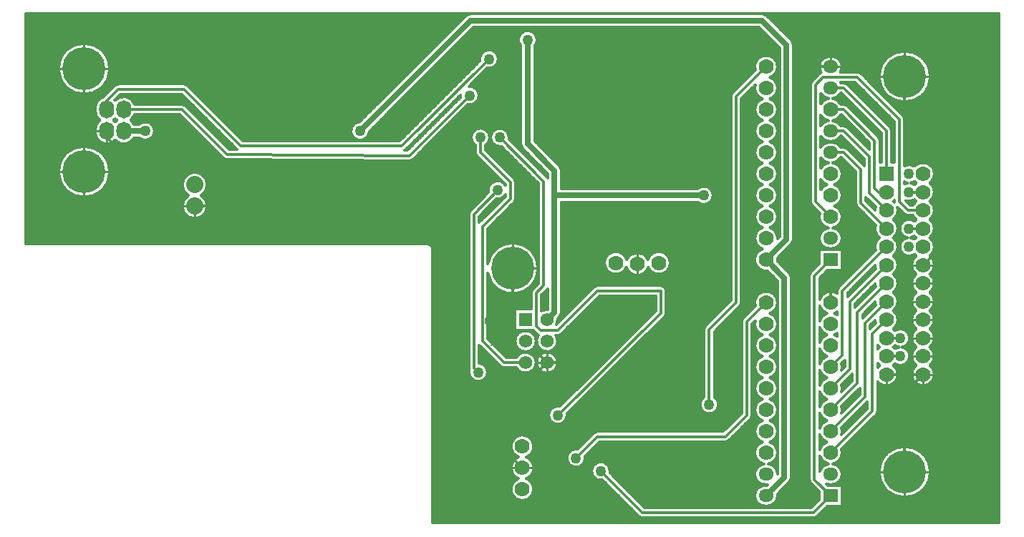
<source format=gbl>
%FSLAX25Y25*%
%MOIN*%
G70*
G01*
G75*
G04 Layer_Physical_Order=3*
G04 Layer_Color=16711680*
%ADD10C,0.01200*%
%ADD11R,0.06000X0.06000*%
%ADD12R,0.06000X0.06000*%
%ADD13R,0.01600X0.07500*%
%ADD14R,0.07500X0.01600*%
%ADD15O,0.01600X0.10000*%
%ADD16O,0.10000X0.01600*%
%ADD17R,0.13000X0.07000*%
%ADD18O,0.02400X0.08000*%
%ADD19R,0.03600X0.05000*%
%ADD20R,0.03600X0.03600*%
%ADD21R,0.10000X0.08000*%
%ADD22R,0.10000X0.09000*%
%ADD23R,0.03150X0.05512*%
G04:AMPARAMS|DCode=24|XSize=78.74mil|YSize=149.61mil|CornerRadius=0mil|HoleSize=0mil|Usage=FLASHONLY|Rotation=0.000|XOffset=0mil|YOffset=0mil|HoleType=Round|Shape=Octagon|*
%AMOCTAGOND24*
4,1,8,-0.01969,0.07480,0.01969,0.07480,0.03937,0.05512,0.03937,-0.05512,0.01969,-0.07480,-0.01969,-0.07480,-0.03937,-0.05512,-0.03937,0.05512,-0.01969,0.07480,0.0*
%
%ADD24OCTAGOND24*%

%ADD25R,0.03937X0.07299*%
%ADD26C,0.02800*%
%ADD27C,0.01600*%
%ADD28C,0.02400*%
%ADD29C,0.01400*%
%ADD30C,0.01000*%
%ADD31C,0.00800*%
%ADD32O,0.07000X0.06000*%
%ADD33C,0.07000*%
%ADD34C,0.20000*%
%ADD35R,0.07000X0.06000*%
%ADD36O,0.07000X0.08500*%
%ADD37C,0.06200*%
%ADD38R,0.06200X0.06200*%
%ADD39R,0.07000X0.07000*%
%ADD40C,0.08000*%
%ADD41C,0.05000*%
D10*
X3225818Y418501D02*
G03*
X3234300Y417500I4182J-1001D01*
G01*
X3225600Y419500D02*
G03*
X3225818Y418501I2400J0D01*
G01*
X3225600Y419500D02*
G03*
X3225818Y418501I2400J0D01*
G01*
X3234300Y417500D02*
G03*
X3230400Y421781I-4300J0D01*
G01*
X3240303Y420303D02*
G03*
X3242000Y419600I1697J1697D01*
G01*
X3240303Y420303D02*
G03*
X3242000Y419600I1697J1697D01*
G01*
X3248742Y378000D02*
G03*
X3248742Y368000I1758J-5000D01*
G01*
D02*
G03*
X3255800Y363000I1758J-5000D01*
G01*
D02*
G03*
X3252258Y368000I-5300J0D01*
G01*
D02*
G03*
X3255800Y373000I-1758J5000D01*
G01*
D02*
G03*
X3252258Y378000I-5300J0D01*
G01*
X3255800Y383000D02*
G03*
X3248742Y378000I-5300J0D01*
G01*
X3252258D02*
G03*
X3255800Y383000I-1758J5000D01*
G01*
X3247728Y419600D02*
G03*
X3256900Y422000I4272J2400D01*
G01*
D02*
G03*
X3247728Y424400I-4900J0D01*
G01*
X3266900Y422000D02*
G03*
X3266900Y422000I-4900J0D01*
G01*
X3256900Y432000D02*
G03*
X3256900Y432000I-4900J0D01*
G01*
X3257994Y434821D02*
G03*
X3266900Y432000I4006J-2821D01*
G01*
X3257303Y435303D02*
G03*
X3257994Y434821I1697J1697D01*
G01*
X3266900Y432000D02*
G03*
X3266153Y434600I-4900J0D01*
G01*
X3257303Y435303D02*
G03*
X3257994Y434821I1697J1697D01*
G01*
X3262300Y446891D02*
G03*
X3259400Y446153I-300J-4891D01*
G01*
X3266349Y439744D02*
G03*
X3266900Y442000I-4350J2256D01*
G01*
D02*
G03*
X3266887Y442361I-4900J0D01*
G01*
X3255303Y456197D02*
G03*
X3254600Y454500I1697J-1697D01*
G01*
X3255303Y456197D02*
G03*
X3254600Y454500I1697J-1697D01*
G01*
X3234400Y463837D02*
G03*
X3257800Y466000I11600J2163D01*
G01*
D02*
G03*
X3234400Y468163I-11800J0D01*
G01*
X3208800Y475000D02*
G03*
X3206500Y477300I-2300J0D01*
G01*
X3208800Y475000D02*
G03*
X3206500Y477300I-2300J0D01*
G01*
X3276326Y381720D02*
G03*
X3279800Y377500I-826J-4220D01*
G01*
D02*
G03*
X3279720Y378326I-4300J0D01*
G01*
X3291300Y371500D02*
G03*
X3287826Y367280I-4300J0D01*
G01*
X3271300Y397500D02*
G03*
X3271224Y398304I-4300J0D01*
G01*
X3267848Y401716D02*
G03*
X3271300Y397500I-848J-4216D01*
G01*
X3285500Y389900D02*
G03*
X3283803Y389197I0J-2400D01*
G01*
X3285500Y389900D02*
G03*
X3283803Y389197I0J-2400D01*
G01*
X3304803Y350303D02*
G03*
X3306500Y349600I1697J1697D01*
G01*
X3304803Y350303D02*
G03*
X3306500Y349600I1697J1697D01*
G01*
X3291220Y370674D02*
G03*
X3291300Y371500I-4220J826D01*
G01*
X3335100Y406068D02*
G03*
X3341800Y402500I2400J-3568D01*
G01*
X3267000Y434600D02*
G03*
X3268697Y435303I0J2400D01*
G01*
X3267000Y434600D02*
G03*
X3268697Y435303I0J2400D01*
G01*
X3267763Y443237D02*
G03*
X3268700Y445500I-2263J2263D01*
G01*
X3267760Y443234D02*
G03*
X3268700Y445500I-2260J2266D01*
G01*
X3285500Y457900D02*
G03*
X3283803Y457197I0J-2400D01*
G01*
X3285500Y457900D02*
G03*
X3283803Y457197I0J-2400D01*
G01*
X3299087Y469988D02*
G03*
X3298913Y466512I-5087J-1488D01*
G01*
X3316688Y443294D02*
G03*
X3317400Y445000I-1688J1706D01*
G01*
X3316688Y443294D02*
G03*
X3317400Y445000I-1688J1706D01*
G01*
X3335803Y439197D02*
G03*
X3335100Y437500I1697J-1697D01*
G01*
X3335803Y439197D02*
G03*
X3335100Y437500I1697J-1697D01*
G01*
X3298913Y466512D02*
G03*
X3309087Y466512I5087J1488D01*
G01*
X3308913Y469988D02*
G03*
X3299087Y469988I-4913J-1988D01*
G01*
X3317400Y455500D02*
G03*
X3315000Y457900I-2400J0D01*
G01*
X3317400Y455500D02*
G03*
X3315000Y457900I-2400J0D01*
G01*
X3309087Y466512D02*
G03*
X3319300Y468500I4913J1988D01*
G01*
D02*
G03*
X3308913Y469988I-5300J0D01*
G01*
X3058300Y511000D02*
G03*
X3058300Y511000I-11800J0D01*
G01*
X3095061Y500000D02*
G03*
X3103800Y495000I2939J-5000D01*
G01*
X3051700Y529250D02*
G03*
X3061000Y525773I5300J0D01*
G01*
X3103800Y505000D02*
G03*
X3095061Y500000I-5800J0D01*
G01*
X3061000Y525773D02*
G03*
X3069700Y526800I4000J3477D01*
G01*
X3053833Y535000D02*
G03*
X3051700Y530750I3167J-4250D01*
G01*
X3061000Y534227D02*
G03*
X3060167Y535000I-4000J-3477D01*
G01*
X3061833D02*
G03*
X3061000Y534227I3167J-4250D01*
G01*
X3069700Y533200D02*
G03*
X3068167Y535000I-4700J-2450D01*
G01*
X3051700Y539250D02*
G03*
X3053833Y535000I5300J0D01*
G01*
X3060167D02*
G03*
X3061000Y535773I-3167J4250D01*
G01*
D02*
G03*
X3061833Y535000I4000J3477D01*
G01*
X3068167D02*
G03*
X3070037Y537600I-3167J4250D01*
G01*
X3072128Y526800D02*
G03*
X3079300Y530000I2872J3200D01*
G01*
D02*
G03*
X3072128Y533200I-4300J0D01*
G01*
X3093697Y541697D02*
G03*
X3092000Y542400I-1697J-1697D01*
G01*
X3093697Y541697D02*
G03*
X3092000Y542400I-1697J-1697D01*
G01*
X3103800Y495000D02*
G03*
X3100939Y500000I-5800J0D01*
G01*
D02*
G03*
X3103800Y505000I-2939J5000D01*
G01*
X3111303Y517303D02*
G03*
X3112986Y516600I1697J1697D01*
G01*
X3111303Y517303D02*
G03*
X3112986Y516600I1697J1697D01*
G01*
X3195686Y520914D02*
G03*
X3196197Y521303I-1186J2086D01*
G01*
X3195686Y520914D02*
G03*
X3196197Y521303I-1186J2086D01*
G01*
X3197986Y516100D02*
G03*
X3199697Y516803I14J2400D01*
G01*
X3197986Y516100D02*
G03*
X3199697Y516803I14J2400D01*
G01*
X3174768Y534294D02*
G03*
X3179294Y529768I232J-4294D01*
G01*
X3055413Y545807D02*
G03*
X3051700Y540750I1587J-5057D01*
G01*
X3058300Y559000D02*
G03*
X3058300Y559000I-11800J0D01*
G01*
X3070037Y542400D02*
G03*
X3061000Y544227I-5037J-1650D01*
G01*
X3062500Y551900D02*
G03*
X3060803Y551197I0J-2400D01*
G01*
X3062500Y551900D02*
G03*
X3060803Y551197I0J-2400D01*
G01*
X3094697D02*
G03*
X3093000Y551900I-1697J-1697D01*
G01*
X3094697Y551197D02*
G03*
X3093000Y551900I-1697J-1697D01*
G01*
X3226258Y492651D02*
G03*
X3225600Y491000I1742J-1651D01*
G01*
X3226258Y492651D02*
G03*
X3225600Y491000I1742J-1651D01*
G01*
X3242600Y504691D02*
G03*
X3234704Y501561I-3700J-2191D01*
G01*
X3238187Y498259D02*
G03*
X3242600Y500309I713J4241D01*
G01*
X3228600Y520000D02*
G03*
X3229303Y518303I2400J0D01*
G01*
X3228600Y520000D02*
G03*
X3229303Y518303I2400J0D01*
G01*
X3235300Y527000D02*
G03*
X3228600Y523432I-4300J0D01*
G01*
X3233400D02*
G03*
X3235300Y527000I-2400J3568D01*
G01*
X3244300D02*
G03*
X3240826Y522780I-4300J0D01*
G01*
X3246697Y496803D02*
G03*
X3247400Y498500I-1697J1697D01*
G01*
X3246697Y496803D02*
G03*
X3247400Y498500I-1697J1697D01*
G01*
Y506000D02*
G03*
X3246697Y507697I-2400J0D01*
G01*
X3247400Y506000D02*
G03*
X3246697Y507697I-2400J0D01*
G01*
X3332128Y496800D02*
G03*
X3339300Y500000I2872J3200D01*
G01*
D02*
G03*
X3332128Y503200I-4300J0D01*
G01*
X3244220Y526174D02*
G03*
X3244300Y527000I-4220J826D01*
G01*
X3249800Y524000D02*
G03*
X3250737Y521737I3200J0D01*
G01*
X3249800Y524000D02*
G03*
X3250740Y521735I3200J0D01*
G01*
X3268700Y511500D02*
G03*
X3267763Y513763I-3200J0D01*
G01*
X3268700Y511500D02*
G03*
X3267760Y513765I-3200J0D01*
G01*
X3221712Y546818D02*
G03*
X3221780Y545674I4288J-318D01*
G01*
X3225174Y542280D02*
G03*
X3230300Y546500I826J4220D01*
G01*
D02*
G03*
X3225682Y550788I-4300J0D01*
G01*
X3226500Y584700D02*
G03*
X3224237Y583763I0J-3200D01*
G01*
X3226500Y584700D02*
G03*
X3224234Y583760I0J-3200D01*
G01*
X3234174Y559280D02*
G03*
X3239300Y563500I826J4220D01*
G01*
D02*
G03*
X3230780Y562674I-4300J0D01*
G01*
X3257300Y572500D02*
G03*
X3249800Y569628I-4300J0D01*
G01*
X3256200D02*
G03*
X3257300Y572500I-3200J2872D01*
G01*
X3363500Y364800D02*
G03*
X3363500Y355200I0J-4800D01*
G01*
X3363076Y374781D02*
G03*
X3363500Y365200I424J-4781D01*
G01*
X3364500Y355200D02*
G03*
X3369300Y360000I0J4800D01*
G01*
Y370000D02*
G03*
X3364924Y374781I-4800J0D01*
G01*
X3345000Y385100D02*
G03*
X3346697Y385803I0J2400D01*
G01*
X3345000Y385100D02*
G03*
X3346697Y385803I0J2400D01*
G01*
X3356697Y395803D02*
G03*
X3357400Y397500I-1697J1697D01*
G01*
X3356697Y395803D02*
G03*
X3357400Y397500I-1697J1697D01*
G01*
X3341800Y402500D02*
G03*
X3339900Y406068I-4300J0D01*
G01*
X3364924Y374781D02*
G03*
X3369300Y380000I-924J5219D01*
G01*
X3362242Y385000D02*
G03*
X3363076Y374781I1758J-5000D01*
G01*
X3369300Y380000D02*
G03*
X3365758Y385000I-5300J0D01*
G01*
D02*
G03*
X3369300Y390000I-1758J5000D01*
G01*
X3362242Y395000D02*
G03*
X3362242Y385000I1758J-5000D01*
G01*
Y405000D02*
G03*
X3362242Y395000I1758J-5000D01*
G01*
X3369300Y390000D02*
G03*
X3365758Y395000I-5300J0D01*
G01*
D02*
G03*
X3369300Y400000I-1758J5000D01*
G01*
D02*
G03*
X3365758Y405000I-5300J0D01*
G01*
X3369300Y360000D02*
G03*
X3369246Y360720I-4800J0D01*
G01*
X3374763Y366237D02*
G03*
X3375700Y368500I-2263J2263D01*
G01*
X3374760Y366234D02*
G03*
X3375700Y368500I-2260J2266D01*
G01*
X3386000Y349600D02*
G03*
X3387697Y350303I0J2400D01*
G01*
X3386000Y349600D02*
G03*
X3387697Y350303I0J2400D01*
G01*
X3384100Y367500D02*
G03*
X3384803Y365803I2400J0D01*
G01*
X3384100Y367500D02*
G03*
X3384803Y365803I2400J0D01*
G01*
X3392242Y385000D02*
G03*
X3388900Y381442I1758J-5000D01*
G01*
Y388558D02*
G03*
X3392242Y385000I5100J1442D01*
G01*
Y395000D02*
G03*
X3388900Y391442I1758J-5000D01*
G01*
Y398558D02*
G03*
X3392242Y395000I5100J1442D01*
G01*
Y405000D02*
G03*
X3388900Y401442I1758J-5000D01*
G01*
X3362242Y415000D02*
G03*
X3362242Y405000I1758J-5000D01*
G01*
X3365758D02*
G03*
X3369300Y410000I-1758J5000D01*
G01*
D02*
G03*
X3365758Y415000I-5300J0D01*
G01*
X3362242Y425000D02*
G03*
X3362242Y415000I1758J-5000D01*
G01*
X3365758D02*
G03*
X3369300Y420000I-1758J5000D01*
G01*
D02*
G03*
X3365758Y425000I-5300J0D01*
G01*
D02*
G03*
X3369300Y430000I-1758J5000D01*
G01*
X3362242Y435000D02*
G03*
X3362242Y425000I1758J-5000D01*
G01*
X3369300Y430000D02*
G03*
X3365758Y435000I-5300J0D01*
G01*
X3353303Y442697D02*
G03*
X3352600Y441000I1697J-1697D01*
G01*
X3353303Y442697D02*
G03*
X3352600Y441000I1697J-1697D01*
G01*
X3351697Y448303D02*
G03*
X3352400Y450000I-1697J1697D01*
G01*
X3351697Y448303D02*
G03*
X3352400Y450000I-1697J1697D01*
G01*
X3358926Y441532D02*
G03*
X3362242Y435000I5074J-1532D01*
G01*
X3369300Y450000D02*
G03*
X3358961Y448356I-5300J0D01*
G01*
X3365758Y435000D02*
G03*
X3369300Y440000I-1758J5000D01*
G01*
D02*
G03*
X3365758Y445000I-5300J0D01*
G01*
D02*
G03*
X3369300Y450000I-1758J5000D01*
G01*
X3391930Y365464D02*
G03*
X3393500Y365200I1570J4536D01*
G01*
X3394500D02*
G03*
X3399300Y370000I0J4800D01*
G01*
X3393076Y374781D02*
G03*
X3388900Y371371I424J-4781D01*
G01*
Y378558D02*
G03*
X3393076Y374781I5100J1442D01*
G01*
X3399300Y370000D02*
G03*
X3394924Y374781I-4800J0D01*
G01*
D02*
G03*
X3399300Y380000I-924J5219D01*
G01*
D02*
G03*
X3399038Y381644I-5300J0D01*
G01*
X3399074Y388468D02*
G03*
X3399300Y390000I-5074J1532D01*
G01*
D02*
G03*
X3399038Y391644I-5300J0D01*
G01*
X3399074Y398468D02*
G03*
X3399300Y400000I-5074J1532D01*
G01*
D02*
G03*
X3399038Y401644I-5300J0D01*
G01*
X3388900Y408558D02*
G03*
X3392242Y405000I5100J1442D01*
G01*
Y415000D02*
G03*
X3388900Y411442I1758J-5000D01*
G01*
X3399074Y408468D02*
G03*
X3399300Y410000I-5074J1532D01*
G01*
D02*
G03*
X3399038Y411644I-5300J0D01*
G01*
X3388900Y418558D02*
G03*
X3392242Y415000I5100J1442D01*
G01*
X3399074Y418468D02*
G03*
X3399300Y420000I-5074J1532D01*
G01*
X3440300Y371083D02*
G03*
X3440300Y371083I-11800J0D01*
G01*
X3415197Y397803D02*
G03*
X3415900Y399500I-1697J1697D01*
G01*
X3415197Y397803D02*
G03*
X3415900Y399500I-1697J1697D01*
G01*
X3416833Y420750D02*
G03*
X3415900Y419859I3167J-4250D01*
G01*
Y413141D02*
G03*
X3425300Y416500I4100J3359D01*
G01*
D02*
G03*
X3423167Y420750I-5300J0D01*
G01*
X3433833D02*
G03*
X3442300Y416500I3167J-4250D01*
G01*
D02*
G03*
X3440166Y420750I-5300J0D01*
G01*
X3392242Y425000D02*
G03*
X3388900Y421442I1758J-5000D01*
G01*
Y428558D02*
G03*
X3392242Y425000I5100J1442D01*
G01*
X3399300Y420000D02*
G03*
X3399038Y421644I-5300J0D01*
G01*
X3392242Y435000D02*
G03*
X3388900Y431442I1758J-5000D01*
G01*
X3397100Y434299D02*
G03*
X3395758Y435000I-3100J-4299D01*
G01*
X3388900Y438558D02*
G03*
X3392242Y435000I5100J1442D01*
G01*
X3395758D02*
G03*
X3397100Y435701I-1758J5000D01*
G01*
X3392242Y445000D02*
G03*
X3388900Y441442I1758J-5000D01*
G01*
X3397100Y444299D02*
G03*
X3395758Y445000I-3100J-4299D01*
G01*
X3388900Y448558D02*
G03*
X3392242Y445000I5100J1442D01*
G01*
X3395758D02*
G03*
X3397100Y445701I-1758J5000D01*
G01*
X3415900Y421641D02*
G03*
X3416833Y420750I4100J3359D01*
G01*
X3423167D02*
G03*
X3423988Y421510I-3167J4250D01*
G01*
X3416833Y429250D02*
G03*
X3415900Y428359I3167J-4250D01*
G01*
Y430141D02*
G03*
X3416833Y429250I4100J3359D01*
G01*
X3423988Y428490D02*
G03*
X3423167Y429250I-3988J-3490D01*
G01*
X3423988Y421510D02*
G03*
X3430800Y425000I2512J3490D01*
G01*
X3425846Y429250D02*
G03*
X3423988Y428490I654J-4250D01*
G01*
X3423167Y429250D02*
G03*
X3423988Y430010I-3167J4250D01*
G01*
Y436990D02*
G03*
X3423167Y437750I-3988J-3490D01*
G01*
X3423988Y430010D02*
G03*
X3425846Y429250I2512J3490D01*
G01*
X3414703Y441809D02*
G03*
X3414962Y440356I5297J191D01*
G01*
X3423167Y437750D02*
G03*
X3425300Y442000I-3167J4250D01*
G01*
D02*
G03*
X3423167Y446250I-5300J0D01*
G01*
D02*
G03*
X3425300Y450500I-3167J4250D01*
G01*
X3430800Y433500D02*
G03*
X3423988Y436990I-4300J0D01*
G01*
X3397100Y454299D02*
G03*
X3388900Y451442I-3100J-4299D01*
G01*
X3397803Y457197D02*
G03*
X3397100Y455500I1697J-1697D01*
G01*
X3397803Y457197D02*
G03*
X3397100Y455500I1697J-1697D01*
G01*
X3414703Y450309D02*
G03*
X3414962Y448856I5297J191D01*
G01*
X3425300Y450500D02*
G03*
X3423167Y454750I-5300J0D01*
G01*
D02*
G03*
X3425300Y459000I-3167J4250D01*
G01*
X3414703Y458809D02*
G03*
X3414962Y457356I5297J191D01*
G01*
X3425300Y459000D02*
G03*
X3423167Y463250I-5300J0D01*
G01*
X3430800Y425000D02*
G03*
X3427154Y429250I-4300J0D01*
G01*
X3433833D02*
G03*
X3433833Y420750I3167J-4250D01*
G01*
X3440166D02*
G03*
X3442300Y425000I-3167J4250D01*
G01*
D02*
G03*
X3440166Y429250I-5300J0D01*
G01*
X3427154D02*
G03*
X3430800Y433500I-654J4250D01*
G01*
X3433833Y437750D02*
G03*
X3433833Y429250I3167J-4250D01*
G01*
X3440166D02*
G03*
X3442300Y433500I-3167J4250D01*
G01*
X3433833Y446250D02*
G03*
X3433833Y437750I3167J-4250D01*
G01*
Y454750D02*
G03*
X3433833Y446250I3167J-4250D01*
G01*
Y463250D02*
G03*
X3433833Y454750I3167J-4250D01*
G01*
X3442300Y433500D02*
G03*
X3440166Y437750I-5300J0D01*
G01*
D02*
G03*
X3442300Y442000I-3167J4250D01*
G01*
D02*
G03*
X3440166Y446250I-5300J0D01*
G01*
D02*
G03*
X3442300Y450500I-3167J4250D01*
G01*
D02*
G03*
X3440166Y454750I-5300J0D01*
G01*
D02*
G03*
X3442300Y459000I-3167J4250D01*
G01*
D02*
G03*
X3440166Y463250I-5300J0D01*
G01*
X3362242Y485000D02*
G03*
X3362242Y475000I1758J-5000D01*
G01*
D02*
G03*
X3364725Y464750I1758J-5000D01*
G01*
X3369250Y469275D02*
G03*
X3369300Y470000I-5250J725D01*
G01*
D02*
G03*
X3369250Y470725I-5300J0D01*
G01*
X3362242Y495000D02*
G03*
X3362242Y485000I1758J-5000D01*
G01*
X3369300Y480000D02*
G03*
X3365758Y485000I-5300J0D01*
G01*
D02*
G03*
X3369300Y490000I-1758J5000D01*
G01*
D02*
G03*
X3365758Y495000I-5300J0D01*
G01*
X3362242Y505000D02*
G03*
X3362242Y495000I1758J-5000D01*
G01*
Y515000D02*
G03*
X3362242Y505000I1758J-5000D01*
G01*
X3365758Y495000D02*
G03*
X3369300Y500000I-1758J5000D01*
G01*
D02*
G03*
X3365758Y505000I-5300J0D01*
G01*
D02*
G03*
X3369300Y510000I-1758J5000D01*
G01*
D02*
G03*
X3365758Y515000I-5300J0D01*
G01*
D02*
G03*
X3369300Y520000I-1758J5000D01*
G01*
X3375700Y461500D02*
G03*
X3374763Y463763I-3200J0D01*
G01*
X3375700Y461500D02*
G03*
X3374760Y463765I-3200J0D01*
G01*
X3384803Y464197D02*
G03*
X3384100Y462500I1697J-1697D01*
G01*
X3384803Y464197D02*
G03*
X3384100Y462500I1697J-1697D01*
G01*
X3375763Y477237D02*
G03*
X3376700Y479500I-2263J2263D01*
G01*
X3375760Y477235D02*
G03*
X3376700Y479500I-2260J2266D01*
G01*
X3393076Y484781D02*
G03*
X3393500Y475200I424J-4781D01*
G01*
X3388961Y491644D02*
G03*
X3393076Y484781I5038J-1644D01*
G01*
X3394500Y475200D02*
G03*
X3399300Y480000I0J4800D01*
G01*
D02*
G03*
X3394924Y484781I-4800J0D01*
G01*
D02*
G03*
X3399300Y490000I-924J5219D01*
G01*
D02*
G03*
X3395758Y495000I-5300J0D01*
G01*
X3384600Y497000D02*
G03*
X3385303Y495303I2400J0D01*
G01*
X3384600Y497000D02*
G03*
X3385303Y495303I2400J0D01*
G01*
X3392242Y505000D02*
G03*
X3389400Y502633I1758J-5000D01*
G01*
Y507368D02*
G03*
X3392242Y505000I4600J2633D01*
G01*
X3395758Y495000D02*
G03*
X3399300Y500000I-1758J5000D01*
G01*
D02*
G03*
X3395758Y505000I-5300J0D01*
G01*
D02*
G03*
X3399300Y510000I-1758J5000D01*
G01*
X3393076Y515219D02*
G03*
X3389400Y512633I924J-5219D01*
G01*
X3399300Y510000D02*
G03*
X3394924Y515219I-5300J0D01*
G01*
X3389400Y517504D02*
G03*
X3393076Y515219I4100J2496D01*
G01*
X3394924D02*
G03*
X3398657Y517600I-424J4781D01*
G01*
X3401697Y521697D02*
G03*
X3400000Y522400I-1697J-1697D01*
G01*
X3401697Y521697D02*
G03*
X3400000Y522400I-1697J-1697D01*
G01*
X3362242Y525000D02*
G03*
X3362242Y515000I1758J-5000D01*
G01*
Y535000D02*
G03*
X3362242Y525000I1758J-5000D01*
G01*
Y545000D02*
G03*
X3362242Y535000I1758J-5000D01*
G01*
X3358926Y551532D02*
G03*
X3362242Y545000I5074J-1532D01*
G01*
X3369300Y520000D02*
G03*
X3365758Y525000I-5300J0D01*
G01*
D02*
G03*
X3369300Y530000I-1758J5000D01*
G01*
D02*
G03*
X3365758Y535000I-5300J0D01*
G01*
D02*
G03*
X3369300Y540000I-1758J5000D01*
G01*
D02*
G03*
X3365758Y545000I-5300J0D01*
G01*
D02*
G03*
X3369300Y550000I-1758J5000D01*
G01*
X3348303Y547697D02*
G03*
X3347600Y546000I1697J-1697D01*
G01*
X3348303Y547697D02*
G03*
X3347600Y546000I1697J-1697D01*
G01*
X3364265Y583760D02*
G03*
X3362000Y584700I-2266J-2260D01*
G01*
X3364263Y583763D02*
G03*
X3362000Y584700I-2263J-2263D01*
G01*
X3369300Y550000D02*
G03*
X3365758Y555000I-5300J0D01*
G01*
D02*
G03*
X3369300Y560000I-1758J5000D01*
G01*
D02*
G03*
X3358961Y558356I-5300J0D01*
G01*
X3376700Y570000D02*
G03*
X3375763Y572263I-3200J0D01*
G01*
X3376700Y570000D02*
G03*
X3375760Y572265I-3200J0D01*
G01*
X3393500Y524800D02*
G03*
X3389400Y522496I0J-4800D01*
G01*
Y527504D02*
G03*
X3393500Y525200I4100J2496D01*
G01*
X3393076Y534781D02*
G03*
X3389400Y532496I424J-4781D01*
G01*
Y537367D02*
G03*
X3393076Y534781I4600J2633D01*
G01*
X3398657Y522400D02*
G03*
X3394500Y524800I-4157J-2400D01*
G01*
Y525200D02*
G03*
X3398657Y527600I0J4800D01*
G01*
X3401697Y531697D02*
G03*
X3400000Y532400I-1697J-1697D01*
G01*
X3401697Y531697D02*
G03*
X3400000Y532400I-1697J-1697D01*
G01*
X3398657D02*
G03*
X3394924Y534781I-4157J-2400D01*
G01*
D02*
G03*
X3398726Y537600I-924J5219D01*
G01*
Y542400D02*
G03*
X3394924Y545219I-4725J-2400D01*
G01*
X3401697Y541697D02*
G03*
X3400000Y542400I-1697J-1697D01*
G01*
X3401697Y541697D02*
G03*
X3400000Y542400I-1697J-1697D01*
G01*
X3385303Y553197D02*
G03*
X3384600Y551500I1697J-1697D01*
G01*
X3385303Y553197D02*
G03*
X3384600Y551500I1697J-1697D01*
G01*
X3389587Y557220D02*
G03*
X3388803Y556697I913J-2220D01*
G01*
X3389587Y557220D02*
G03*
X3388803Y556697I913J-2220D01*
G01*
X3393076Y545219D02*
G03*
X3389400Y542632I924J-5219D01*
G01*
Y547504D02*
G03*
X3393076Y545219I4100J2496D01*
G01*
X3394924D02*
G03*
X3398657Y547600I-424J4781D01*
G01*
X3401697Y551697D02*
G03*
X3400000Y552400I-1697J-1697D01*
G01*
X3401697Y551697D02*
G03*
X3400000Y552400I-1697J-1697D01*
G01*
X3393500Y564800D02*
G03*
X3389587Y557220I0J-4800D01*
G01*
X3398535Y557400D02*
G03*
X3399300Y560000I-4035J2600D01*
G01*
D02*
G03*
X3394500Y564800I-4800J0D01*
G01*
X3414703Y467309D02*
G03*
X3414962Y465856I5297J191D01*
G01*
X3423167Y463250D02*
G03*
X3425300Y467500I-3167J4250D01*
G01*
D02*
G03*
X3423167Y471750I-5300J0D01*
G01*
X3416833Y480250D02*
G03*
X3414962Y474356I3167J-4250D01*
G01*
Y486144D02*
G03*
X3416833Y480250I5038J-1644D01*
G01*
X3423167Y471750D02*
G03*
X3425300Y476000I-3167J4250D01*
G01*
D02*
G03*
X3423167Y480250I-5300J0D01*
G01*
D02*
G03*
X3425300Y484500I-3167J4250D01*
G01*
X3405600Y496500D02*
G03*
X3406303Y494803I2400J0D01*
G01*
X3405600Y496500D02*
G03*
X3406303Y494803I2400J0D01*
G01*
X3425300Y484500D02*
G03*
X3423167Y488750I-5300J0D01*
G01*
D02*
G03*
X3425300Y493000I-3167J4250D01*
G01*
X3414962Y494644D02*
G03*
X3414703Y493191I5038J-1644D01*
G01*
X3423603Y496887D02*
G03*
X3423167Y497250I-3603J-3887D01*
G01*
D02*
G03*
X3423600Y497610I-3167J4250D01*
G01*
X3433833Y471750D02*
G03*
X3433833Y463250I3167J-4250D01*
G01*
X3429846Y480250D02*
G03*
X3433012Y472510I654J-4250D01*
G01*
Y479490D02*
G03*
X3431154Y480250I-2512J-3490D01*
G01*
X3433012Y472510D02*
G03*
X3433833Y471750I3988J3490D01*
G01*
Y480250D02*
G03*
X3433012Y479490I3167J-4250D01*
G01*
Y487990D02*
G03*
X3429846Y480250I-2512J-3490D01*
G01*
X3431154D02*
G03*
X3433012Y481010I-654J4250D01*
G01*
D02*
G03*
X3433833Y480250I3988J3490D01*
G01*
Y488750D02*
G03*
X3433012Y487990I3167J-4250D01*
G01*
X3440166Y463250D02*
G03*
X3442300Y467500I-3167J4250D01*
G01*
D02*
G03*
X3440166Y471750I-5300J0D01*
G01*
D02*
G03*
X3442300Y476000I-3167J4250D01*
G01*
D02*
G03*
X3440166Y480250I-5300J0D01*
G01*
D02*
G03*
X3442300Y484500I-3167J4250D01*
G01*
D02*
G03*
X3440166Y488750I-5300J0D01*
G01*
X3428303Y491303D02*
G03*
X3430000Y490600I1697J1697D01*
G01*
X3428303Y491303D02*
G03*
X3430000Y490600I1697J1697D01*
G01*
X3425300Y493000D02*
G03*
X3425074Y494532I-5300J0D01*
G01*
X3432275Y490600D02*
G03*
X3433833Y488750I4725J2400D01*
G01*
Y497250D02*
G03*
X3432275Y495400I3167J-4250D01*
G01*
X3429846Y505750D02*
G03*
X3428400Y505252I654J-4250D01*
G01*
X3428875Y497519D02*
G03*
X3433012Y498010I1625J3981D01*
G01*
Y504990D02*
G03*
X3431154Y505750I-2512J-3490D01*
G01*
X3428400Y506248D02*
G03*
X3429846Y505750I2100J3752D01*
G01*
X3433012Y513490D02*
G03*
X3428400Y513752I-2512J-3490D01*
G01*
X3433012Y498010D02*
G03*
X3433833Y497250I3988J3490D01*
G01*
Y505750D02*
G03*
X3433012Y504990I3167J-4250D01*
G01*
X3431154Y505750D02*
G03*
X3433012Y506510I-654J4250D01*
G01*
D02*
G03*
X3433833Y505750I3988J3490D01*
G01*
X3440166Y488750D02*
G03*
X3442300Y493000I-3167J4250D01*
G01*
D02*
G03*
X3440166Y497250I-5300J0D01*
G01*
D02*
G03*
X3442300Y501500I-3167J4250D01*
G01*
D02*
G03*
X3440166Y505750I-5300J0D01*
G01*
D02*
G03*
X3442300Y510000I-3167J4250D01*
G01*
D02*
G03*
X3433012Y513490I-5300J0D01*
G01*
X3416900Y525500D02*
G03*
X3416197Y527197I-2400J0D01*
G01*
X3408197Y556697D02*
G03*
X3406500Y557400I-1697J-1697D01*
G01*
X3408197Y556697D02*
G03*
X3406500Y557400I-1697J-1697D01*
G01*
X3416900Y525500D02*
G03*
X3416197Y527197I-2400J0D01*
G01*
X3422400Y530000D02*
G03*
X3421697Y531697I-2400J0D01*
G01*
X3422400Y530000D02*
G03*
X3421697Y531697I-2400J0D01*
G01*
X3428400Y535500D02*
G03*
X3427697Y537197I-2400J0D01*
G01*
X3428400Y535500D02*
G03*
X3427697Y537197I-2400J0D01*
G01*
X3440300Y555417D02*
G03*
X3440300Y555417I-11800J0D01*
G01*
X3267000Y397500D02*
X3315000Y445000D01*
Y455500D01*
X3285500D02*
X3315000D01*
X3267000Y437000D02*
X3285500Y455500D01*
X3259000Y437000D02*
X3267000D01*
X3257000Y439000D02*
X3259000Y437000D01*
X3257000Y439000D02*
Y454500D01*
X3260500Y458000D01*
Y506500D01*
X3240000Y527000D02*
X3260500Y506500D01*
X3252500Y572000D02*
X3253000Y572500D01*
X3420000Y433500D02*
X3426500D01*
X3242000Y422000D02*
X3252000D01*
X3232000Y432000D02*
X3242000Y422000D01*
X3232000Y432000D02*
Y485500D01*
X3386000Y352000D02*
X3394000Y360000D01*
X3306500Y352000D02*
X3386000D01*
X3287000Y371500D02*
X3306500Y352000D01*
X3386500Y367500D02*
X3394000Y360000D01*
X3386500Y367500D02*
Y462500D01*
X3394000Y470000D01*
X3355000Y441000D02*
X3364000Y450000D01*
X3355000Y397500D02*
Y441000D01*
X3345000Y387500D02*
X3355000Y397500D01*
X3285500Y387500D02*
X3345000D01*
X3275500Y377500D02*
X3285500Y387500D01*
X3228000Y419500D02*
X3230000Y417500D01*
X3228000Y419500D02*
Y491000D01*
X3238900Y502500D01*
X3394000Y400000D02*
X3406500Y412500D01*
Y445500D01*
X3420000Y459000D01*
X3394000Y390000D02*
X3410000Y406000D01*
Y440500D01*
X3420000Y450500D01*
X3394000Y380000D02*
X3413500Y399500D01*
Y435500D01*
X3420000Y442000D01*
Y416500D02*
X3437000D01*
X3428500Y408000D02*
X3437000Y416500D01*
X3428500Y371083D02*
Y408000D01*
X3219500Y404000D02*
X3250500Y373000D01*
X3219500Y404000D02*
Y412500D01*
X3275000Y422000D02*
X3300500Y447500D01*
X3262000Y422000D02*
X3275000D01*
X3257000Y427000D02*
X3262000Y422000D01*
X3246000Y427000D02*
X3257000D01*
X3246000D02*
Y466000D01*
X3219500Y412500D02*
X3252500D01*
X3262000Y422000D01*
X3428500Y542500D02*
Y555417D01*
Y542500D02*
X3444000Y527000D01*
Y474500D02*
Y527000D01*
X3437000Y467500D02*
X3444000Y474500D01*
X3215000Y417000D02*
X3219500Y412500D01*
X3215000Y417000D02*
Y476500D01*
X3196500Y495000D02*
X3215000Y476500D01*
X3098000Y495000D02*
X3196500D01*
X3057000Y527000D02*
Y530000D01*
Y527000D02*
X3064000Y520000D01*
X3075000D01*
X3388000Y560000D02*
X3394000D01*
X3384500Y556500D02*
X3388000Y560000D01*
X3384500Y480500D02*
Y556500D01*
Y480500D02*
X3390000Y475000D01*
X3400000D01*
Y465500D02*
Y475000D01*
X3394000Y459500D02*
X3400000Y465500D01*
X3394000Y450000D02*
Y459500D01*
Y420000D02*
X3399500Y425500D01*
Y455500D01*
X3420000Y476000D01*
X3394000Y410000D02*
X3403000Y419000D01*
Y450500D01*
X3420000Y467500D01*
X3198000Y518500D02*
X3226000Y546500D01*
X3113000Y519000D02*
X3198000Y518500D01*
X3092000Y540000D02*
X3113000Y519000D01*
X3065000Y540000D02*
X3092000D01*
X3194500Y523000D02*
X3235000Y563500D01*
X3119500Y523000D02*
X3194500D01*
X3093000Y549500D02*
X3119500Y523000D01*
X3062500Y549500D02*
X3093000D01*
X3057000Y544000D02*
X3062500Y549500D01*
X3057000Y540000D02*
Y544000D01*
X3430500Y484500D02*
X3437000D01*
X3430000Y493000D02*
X3437000D01*
X3426000Y497000D02*
X3430000Y493000D01*
X3426000Y497000D02*
Y535500D01*
X3406500Y555000D02*
X3426000Y535500D01*
X3390500Y555000D02*
X3406500D01*
X3387000Y551500D02*
X3390500Y555000D01*
X3387000Y497000D02*
Y551500D01*
Y497000D02*
X3394000Y490000D01*
X3430500Y501500D02*
X3437000D01*
X3408000Y496500D02*
X3420000Y484500D01*
X3408000Y496500D02*
Y512000D01*
X3400000Y520000D02*
X3408000Y512000D01*
X3394000Y520000D02*
X3400000D01*
X3412000Y501000D02*
X3420000Y493000D01*
X3412000Y501000D02*
Y518000D01*
X3400000Y530000D02*
X3412000Y518000D01*
X3394000Y530000D02*
X3400000D01*
X3394000Y540000D02*
X3400000D01*
X3414500Y525500D01*
Y503500D02*
Y525500D01*
Y503500D02*
X3416500Y501500D01*
X3420000D01*
X3394000Y550000D02*
X3400000D01*
X3420000Y530000D01*
Y510000D02*
Y530000D01*
Y425000D02*
X3426500D01*
X3337500Y402500D02*
Y437500D01*
X3350000Y450000D01*
Y546000D01*
X3364000Y560000D01*
X3231000Y520000D02*
Y527000D01*
Y520000D02*
X3245000Y506000D01*
Y498500D02*
Y506000D01*
X3232000Y485500D02*
X3245000Y498500D01*
X3208800Y414000D02*
X3227502D01*
X3225600Y347300D02*
Y419500D01*
X3208800Y362400D02*
X3245234D01*
X3208800Y417600D02*
X3225701D01*
X3208800Y418800D02*
X3225704D01*
X3208800Y415200D02*
X3226367D01*
X3208800Y416400D02*
X3225843D01*
X3228000Y347300D02*
Y413693D01*
X3226800Y347300D02*
Y414628D01*
X3230400Y347300D02*
Y413219D01*
X3229200Y347300D02*
Y413275D01*
X3231600Y347300D02*
Y413509D01*
X3232800Y347300D02*
Y414237D01*
X3234000Y347300D02*
Y415922D01*
X3208800Y420000D02*
X3225600D01*
X3234000Y419078D02*
Y426606D01*
X3208800Y421200D02*
X3225600D01*
X3232800Y420763D02*
Y427806D01*
X3233499Y420000D02*
X3240673D01*
X3230400Y430206D02*
X3240303Y420303D01*
X3236400Y347300D02*
Y424206D01*
X3235200Y347300D02*
Y425406D01*
X3238800Y347300D02*
Y421806D01*
X3237600Y347300D02*
Y423006D01*
X3241200Y347300D02*
Y419737D01*
X3240000Y347300D02*
Y420606D01*
X3242400Y347300D02*
Y419600D01*
X3208800Y361200D02*
X3245515D01*
X3208800Y363600D02*
X3245234D01*
X3208800Y358800D02*
X3247268D01*
X3208800Y360000D02*
X3246131D01*
X3208800Y364800D02*
X3245515D01*
X3208800Y366000D02*
X3246131D01*
X3208800Y367200D02*
X3247268D01*
X3208800Y368400D02*
X3247868D01*
X3208800Y372000D02*
X3245295D01*
X3208800Y373200D02*
X3245204D01*
X3208800Y369600D02*
X3246434D01*
X3208800Y370800D02*
X3245678D01*
X3208800Y374400D02*
X3245388D01*
X3208800Y375600D02*
X3245882D01*
X3208800Y376800D02*
X3246806D01*
X3208800Y378000D02*
X3248742D01*
X3208800Y379200D02*
X3246806D01*
X3208800Y381600D02*
X3245388D01*
X3208800Y382800D02*
X3245204D01*
X3208800Y380400D02*
X3245882D01*
X3208800Y384000D02*
X3245295D01*
X3208800Y385200D02*
X3245678D01*
X3208800Y386400D02*
X3246434D01*
X3208800Y387600D02*
X3247868D01*
X3208800Y393600D02*
X3265189D01*
X3208800Y396000D02*
X3262970D01*
X3208800Y397200D02*
X3262711D01*
X3208800Y394800D02*
X3263654D01*
X3208800Y398400D02*
X3262795D01*
X3234099Y418800D02*
X3248289D01*
X3242000Y419600D02*
X3247728D01*
X3208800Y399600D02*
X3263248D01*
X3208800Y400800D02*
X3264243D01*
X3234299Y417600D02*
X3249844D01*
X3208800Y422400D02*
X3225600D01*
X3208800Y423600D02*
X3225600D01*
X3208800Y424800D02*
X3225600D01*
X3208800Y426000D02*
X3225600D01*
X3208800Y427200D02*
X3225600D01*
X3208800Y428400D02*
X3225600D01*
X3208800Y429600D02*
X3225600D01*
X3208800Y430800D02*
X3225600D01*
X3230400Y421781D02*
Y430206D01*
Y421781D02*
Y430206D01*
Y428400D02*
X3232206D01*
X3231600Y421491D02*
Y429006D01*
X3208800Y432000D02*
X3225600D01*
X3208800Y433200D02*
X3225600D01*
X3230400Y429600D02*
X3231006D01*
X3208800Y434400D02*
X3225600D01*
X3208800Y435600D02*
X3225600D01*
X3208800Y436800D02*
X3225600D01*
X3208800Y438000D02*
X3225600D01*
X3208800Y439200D02*
X3225600D01*
X3208800Y440400D02*
X3225600D01*
X3208800Y441600D02*
X3225600D01*
X3208800Y442800D02*
X3225600D01*
X3208800Y444000D02*
X3225600D01*
X3208800Y445200D02*
X3225600D01*
X3208800Y446400D02*
X3225600D01*
X3208800Y447600D02*
X3225600D01*
X3208800Y448800D02*
X3225600D01*
X3208800Y450000D02*
X3225600D01*
X3208800Y451200D02*
X3225600D01*
X3208800Y452400D02*
X3225600D01*
X3208800Y453600D02*
X3225600D01*
X3208800Y454800D02*
X3225600D01*
X3208800Y456000D02*
X3225600D01*
X3230400Y422400D02*
X3238206D01*
X3230400Y423600D02*
X3237006D01*
X3232191Y421200D02*
X3239406D01*
X3234400Y432994D02*
X3242994Y424400D01*
X3230400Y426000D02*
X3234606D01*
X3230400Y427200D02*
X3233406D01*
X3230400Y424800D02*
X3235806D01*
X3234400Y433200D02*
X3247249D01*
X3238994Y428400D02*
X3248676D01*
X3237794Y429600D02*
X3247728D01*
X3241394Y426000D02*
X3249170D01*
X3240194Y427200D02*
X3251015D01*
X3236594Y430800D02*
X3247249D01*
X3235394Y432000D02*
X3247100D01*
X3234400Y434400D02*
X3247728D01*
X3234400Y435600D02*
X3248676D01*
X3234400Y436800D02*
X3251015D01*
X3234400Y438000D02*
X3247100D01*
X3234400Y439200D02*
X3247100D01*
X3234400Y440400D02*
X3247100D01*
X3234400Y441600D02*
X3247100D01*
X3234400Y442800D02*
X3247100D01*
X3234400Y444000D02*
X3247100D01*
X3234400Y445200D02*
X3247100D01*
X3234400Y446400D02*
X3247100D01*
X3241200Y426194D02*
Y455220D01*
X3240000Y427394D02*
Y455839D01*
X3234400Y447600D02*
X3254600D01*
X3234400Y448800D02*
X3254600D01*
X3234400Y450000D02*
X3254600D01*
X3234400Y454800D02*
X3242285D01*
X3234400Y451200D02*
X3254600D01*
X3234400Y452400D02*
X3254600D01*
X3234400Y453600D02*
X3254600D01*
X3247200Y347300D02*
Y358853D01*
X3246000Y347300D02*
Y360200D01*
X3249600Y347300D02*
Y357777D01*
X3248400Y347300D02*
Y358134D01*
X3247200Y367147D02*
Y368853D01*
X3246000Y365800D02*
Y370200D01*
X3250800Y347300D02*
Y357709D01*
X3252000Y347300D02*
Y357917D01*
X3253200Y347300D02*
Y358439D01*
X3254400Y347300D02*
Y359411D01*
X3253200Y367561D02*
Y368439D01*
X3254400Y366589D02*
Y369411D01*
X3255600Y347300D02*
Y361558D01*
Y364442D02*
Y371558D01*
X3243600Y347300D02*
Y419600D01*
X3244800Y347300D02*
Y419600D01*
X3247200Y377147D02*
Y378853D01*
X3246000Y375800D02*
Y380200D01*
Y385800D02*
Y419600D01*
X3243600Y424400D02*
Y454447D01*
X3247200Y387147D02*
Y419600D01*
X3242994Y424400D02*
X3247728D01*
X3253200Y377561D02*
Y378439D01*
X3254400Y376589D02*
Y379411D01*
X3255600Y374442D02*
Y381558D01*
X3254400Y386589D02*
Y417728D01*
X3249600Y388223D02*
Y417728D01*
X3248400Y387866D02*
Y418676D01*
X3252000Y388083D02*
Y417100D01*
X3250800Y388292D02*
Y417249D01*
X3253200Y387561D02*
Y417249D01*
X3259200Y347300D02*
Y417979D01*
X3254156Y417600D02*
X3259843D01*
X3261600Y347300D02*
Y417116D01*
X3260400Y347300D02*
Y417369D01*
X3264000Y347300D02*
Y394419D01*
X3262800Y347300D02*
Y396578D01*
Y398422D02*
Y417166D01*
X3264000Y400581D02*
Y417527D01*
X3266400Y347300D02*
Y393242D01*
X3265200Y347300D02*
Y393595D01*
Y401405D02*
Y418289D01*
X3255600Y384442D02*
Y418676D01*
X3256800Y347300D02*
Y421015D01*
X3255711Y418800D02*
X3258289D01*
X3256834Y421200D02*
X3257166D01*
X3256473Y420000D02*
X3257527D01*
X3256631Y423600D02*
X3257368D01*
X3258000Y347300D02*
Y419170D01*
X3266400Y401758D02*
Y419844D01*
X3256800Y422985D02*
Y431015D01*
X3266400Y424156D02*
Y429844D01*
X3242594Y424800D02*
X3247979D01*
X3247200Y424400D02*
Y431015D01*
X3249600Y426272D02*
Y427728D01*
X3248400Y425324D02*
Y428676D01*
X3247200Y432985D02*
Y437100D01*
X3248400Y435324D02*
Y437100D01*
X3250800Y426751D02*
Y427249D01*
X3253200Y426751D02*
Y427249D01*
X3254400Y426272D02*
Y427728D01*
X3255600Y425324D02*
Y428676D01*
X3256751Y430800D02*
X3257249D01*
X3255600Y435324D02*
Y437006D01*
X3252985Y436800D02*
X3255806D01*
X3256751Y433200D02*
X3257249D01*
X3255324Y435600D02*
X3257006D01*
X3256800Y432985D02*
Y435806D01*
X3244800Y424400D02*
Y454261D01*
X3242400Y424994D02*
Y454763D01*
X3247100Y437100D02*
X3255506D01*
X3246000Y424400D02*
Y454200D01*
X3247100Y437100D02*
Y446900D01*
X3247200D02*
Y454261D01*
X3247100Y446900D02*
X3254600D01*
X3248400D02*
Y454447D01*
X3249600Y436272D02*
Y437100D01*
X3250800Y436751D02*
Y437100D01*
X3253200Y436751D02*
Y437100D01*
X3254400Y436272D02*
Y437100D01*
X3249600Y446900D02*
Y454763D01*
X3250800Y446900D02*
Y455220D01*
X3254600Y446900D02*
Y454500D01*
X3249715Y454800D02*
X3254619D01*
X3252000Y446900D02*
Y455839D01*
X3256021Y424800D02*
X3257979D01*
X3254830Y426000D02*
X3259170D01*
X3252985Y427200D02*
X3261015D01*
X3256272Y429600D02*
X3257728D01*
X3256272Y434400D02*
X3257728D01*
X3255324Y428400D02*
X3258676D01*
X3259200Y426021D02*
Y427979D01*
X3258000Y424830D02*
Y429170D01*
X3264000Y426473D02*
Y427527D01*
X3265200Y425711D02*
Y428289D01*
X3262800Y426834D02*
Y427166D01*
X3260400Y426631D02*
Y427369D01*
X3266400Y434156D02*
Y434600D01*
X3266153D02*
X3267000D01*
X3255506Y437100D02*
X3257303Y435303D01*
X3259400Y446400D02*
X3259843D01*
X3259400Y447600D02*
X3262300D01*
X3259400Y448800D02*
X3262300D01*
X3259400Y450000D02*
X3262300D01*
X3259400Y451200D02*
X3262300D01*
X3259400Y446153D02*
Y453506D01*
X3266631Y440400D02*
X3267006D01*
X3260400Y446631D02*
Y454506D01*
X3261600Y446884D02*
Y455706D01*
X3259400Y452400D02*
X3262300D01*
X3259494Y453600D02*
X3262300D01*
X3260694Y454800D02*
X3262300D01*
X3038400Y477300D02*
Y502419D01*
X3037200Y477300D02*
Y503737D01*
X3040800Y477300D02*
Y500668D01*
X3039600Y477300D02*
Y501428D01*
X3043200Y477300D02*
Y499671D01*
X3042000Y477300D02*
Y500092D01*
X3045600Y477300D02*
Y499234D01*
X3044400Y477300D02*
Y499388D01*
X3046800Y477300D02*
Y499204D01*
X3048000Y477300D02*
Y499296D01*
X3049200Y477300D02*
Y499513D01*
X3050400Y477300D02*
Y499863D01*
X3051600Y477300D02*
Y500359D01*
X3052800Y477300D02*
Y501022D01*
X3054000Y477300D02*
Y501890D01*
X3055200Y477300D02*
Y503028D01*
X3019300Y477300D02*
Y584700D01*
X3020400Y477300D02*
Y584700D01*
X3021600Y477300D02*
Y584700D01*
X3022800Y477300D02*
Y584700D01*
X3024000Y477300D02*
Y584700D01*
X3025200Y477300D02*
Y584700D01*
X3026400Y477300D02*
Y584700D01*
X3027600Y477300D02*
Y584700D01*
X3028800Y477300D02*
Y584700D01*
X3030000Y477300D02*
Y584700D01*
X3031200Y477300D02*
Y584700D01*
X3032400Y477300D02*
Y584700D01*
X3034800Y477300D02*
Y509467D01*
X3033600Y477300D02*
Y584700D01*
X3056400Y477300D02*
Y504579D01*
X3036000Y477300D02*
Y505616D01*
X3057600Y477300D02*
Y506996D01*
X3058800Y477300D02*
Y524265D01*
X3060000Y477300D02*
Y524881D01*
X3019300Y477300D02*
X3206500D01*
X3061200D02*
Y525555D01*
X3063600Y477300D02*
Y524138D01*
X3062400Y477300D02*
Y524632D01*
X3064800Y477300D02*
Y523954D01*
X3066000Y477300D02*
Y524045D01*
X3067200Y477300D02*
Y524428D01*
X3068400Y477300D02*
Y525184D01*
X3074400Y477300D02*
Y525742D01*
X3075600Y477300D02*
Y525742D01*
X3093600Y477300D02*
Y491221D01*
X3092400Y477300D02*
Y493490D01*
X3097200Y477300D02*
Y489255D01*
X3094800Y477300D02*
Y490163D01*
X3096000Y477300D02*
Y489556D01*
X3069600Y477300D02*
Y526617D01*
X3070800Y477300D02*
Y526800D01*
X3073200Y477300D02*
Y526095D01*
X3072000Y477300D02*
Y526800D01*
X3076800Y477300D02*
Y526095D01*
X3078000Y477300D02*
Y526919D01*
X3079200Y477300D02*
Y529078D01*
X3080400Y477300D02*
Y537600D01*
X3081600Y477300D02*
Y537600D01*
X3082800Y477300D02*
Y537600D01*
X3084000Y477300D02*
Y537600D01*
X3085200Y477300D02*
Y537600D01*
X3086400Y477300D02*
Y537600D01*
X3087600Y477300D02*
Y537600D01*
X3091200Y477300D02*
Y537406D01*
X3088800Y477300D02*
Y537600D01*
X3090000Y477300D02*
Y537600D01*
X3098400Y477300D02*
Y489214D01*
X3099600Y477300D02*
Y489425D01*
X3100800Y477300D02*
Y489921D01*
X3102000Y477300D02*
Y490800D01*
X3103200Y477300D02*
Y492431D01*
X3112800Y477300D02*
Y516608D01*
X3114000Y477300D02*
Y516594D01*
X3115200Y477300D02*
Y516587D01*
X3116400Y477300D02*
Y516580D01*
X3117600Y477300D02*
Y516573D01*
X3118800Y477300D02*
Y516566D01*
X3120000Y477300D02*
Y516559D01*
X3121200Y477300D02*
Y516552D01*
X3122400Y477300D02*
Y516545D01*
X3123600Y477300D02*
Y516538D01*
X3124800Y477300D02*
Y516531D01*
X3126000Y477300D02*
Y516524D01*
X3105600Y477300D02*
Y523006D01*
X3104400Y477300D02*
Y524206D01*
X3108000Y477300D02*
Y520606D01*
X3106800Y477300D02*
Y521806D01*
X3110400Y477300D02*
Y518206D01*
X3109200Y477300D02*
Y519406D01*
X3127200Y477300D02*
Y516516D01*
X3111600Y477300D02*
Y517051D01*
X3128400Y477300D02*
Y516509D01*
X3129600Y477300D02*
Y516502D01*
X3130800Y477300D02*
Y516495D01*
X3132000Y477300D02*
Y516488D01*
X3133200Y477300D02*
Y516481D01*
X3134400Y477300D02*
Y516474D01*
X3135600Y477300D02*
Y516467D01*
X3136800Y477300D02*
Y516460D01*
X3138000Y477300D02*
Y516453D01*
X3152400Y477300D02*
Y516368D01*
X3153600Y477300D02*
Y516361D01*
X3154800Y477300D02*
Y516354D01*
X3156000Y477300D02*
Y516347D01*
X3157200Y477300D02*
Y516340D01*
X3158400Y477300D02*
Y516333D01*
X3019300Y477600D02*
X3225600D01*
X3159600Y477300D02*
Y516326D01*
X3160800Y477300D02*
Y516319D01*
X3162000Y477300D02*
Y516312D01*
X3163200Y477300D02*
Y516305D01*
X3164400Y477300D02*
Y516298D01*
X3165600Y477300D02*
Y516291D01*
X3166800Y477300D02*
Y516284D01*
X3168000Y477300D02*
Y516276D01*
X3169200Y477300D02*
Y516269D01*
X3170400Y477300D02*
Y516262D01*
X3139200Y477300D02*
Y516446D01*
X3140400Y477300D02*
Y516439D01*
X3141600Y477300D02*
Y516432D01*
X3142800Y477300D02*
Y516425D01*
X3144000Y477300D02*
Y516418D01*
X3145200Y477300D02*
Y516410D01*
X3146400Y477300D02*
Y516403D01*
X3147600Y477300D02*
Y516396D01*
X3148800Y477300D02*
Y516389D01*
X3150000Y477300D02*
Y516382D01*
X3171600Y477300D02*
Y516255D01*
X3151200Y477300D02*
Y516375D01*
X3172800Y477300D02*
Y516248D01*
X3174000Y477300D02*
Y516241D01*
X3175200Y477300D02*
Y516234D01*
X3176400Y477300D02*
Y516227D01*
X3177600Y477300D02*
Y516220D01*
X3208800Y457200D02*
X3225600D01*
X3208800Y458400D02*
X3225600D01*
X3208800Y459600D02*
X3225600D01*
X3208800Y460800D02*
X3225600D01*
X3208800Y462000D02*
X3225600D01*
X3208800Y463200D02*
X3225600D01*
X3208800Y464400D02*
X3225600D01*
X3208800Y465600D02*
X3225600D01*
X3234400Y432994D02*
Y463837D01*
X3208800Y347300D02*
Y475000D01*
X3234400Y459600D02*
X3236086D01*
X3235200Y432194D02*
Y461246D01*
X3208800Y466800D02*
X3225600D01*
X3208800Y468000D02*
X3225600D01*
X3234400Y460800D02*
X3235408D01*
X3208800Y469200D02*
X3225600D01*
X3234400Y462000D02*
X3234899D01*
X3208800Y347300D02*
Y475000D01*
X3210000Y347300D02*
Y527106D01*
X3211200Y347300D02*
Y528306D01*
X3212400Y347300D02*
Y529506D01*
X3213600Y347300D02*
Y530706D01*
X3214800Y347300D02*
Y531906D01*
X3216000Y347300D02*
Y533106D01*
X3217200Y347300D02*
Y534306D01*
X3218400Y347300D02*
Y535506D01*
X3219600Y347300D02*
Y536706D01*
X3220800Y347300D02*
Y537906D01*
X3222000Y347300D02*
Y539106D01*
X3223200Y347300D02*
Y540306D01*
X3224400Y347300D02*
Y541506D01*
X3234400Y468163D02*
Y484506D01*
X3225600Y419500D02*
Y491000D01*
Y419500D02*
Y491000D01*
X3237600Y429794D02*
Y457713D01*
X3236400Y430994D02*
Y459138D01*
X3238800Y428594D02*
Y456651D01*
X3253200Y446900D02*
Y456651D01*
X3234400Y457200D02*
X3238139D01*
X3234400Y458400D02*
X3236974D01*
X3234400Y456000D02*
X3239736D01*
X3252264D02*
X3255127D01*
X3254400Y446900D02*
Y457713D01*
X3262300Y446891D02*
Y456413D01*
X3259400Y453506D02*
X3262197Y456303D01*
X3253861Y457200D02*
X3256306D01*
X3261894Y456000D02*
X3262300D01*
X3255027Y458400D02*
X3257506D01*
X3255303Y456197D02*
X3258100Y458994D01*
X3255600Y456494D02*
Y459138D01*
X3255914Y459600D02*
X3258100D01*
X3256593Y460800D02*
X3258100D01*
X3256800Y457694D02*
Y461246D01*
X3258000Y458894D02*
Y505606D01*
X3257101Y462000D02*
X3258100D01*
Y458994D02*
Y505506D01*
X3257463Y463200D02*
X3258100D01*
X3257691Y464400D02*
X3258100D01*
X3257793Y465600D02*
X3258100D01*
X3257773Y466800D02*
X3258100D01*
X3257629Y468000D02*
X3258100D01*
X3178800Y477300D02*
Y516213D01*
X3180000Y477300D02*
Y516206D01*
X3181200Y477300D02*
Y516199D01*
X3182400Y477300D02*
Y516192D01*
X3183600Y477300D02*
Y516185D01*
X3184800Y477300D02*
Y516178D01*
X3186000Y477300D02*
Y516171D01*
X3187200Y477300D02*
Y516163D01*
X3208800Y470400D02*
X3225600D01*
X3208800Y471600D02*
X3225600D01*
X3208800Y472800D02*
X3225600D01*
X3208800Y474000D02*
X3225600D01*
X3188400Y477300D02*
Y516156D01*
X3208791Y475200D02*
X3225600D01*
X3208325Y476400D02*
X3225600D01*
X3189600Y477300D02*
Y516149D01*
X3190800Y477300D02*
Y516142D01*
X3192000Y477300D02*
Y516135D01*
X3193200Y477300D02*
Y516128D01*
X3194400Y477300D02*
Y516121D01*
X3195600Y477300D02*
Y516114D01*
X3196800Y477300D02*
Y516107D01*
X3198000Y477300D02*
Y516100D01*
X3199200Y477300D02*
Y516422D01*
X3200400Y477300D02*
Y517506D01*
X3207600Y477020D02*
Y524706D01*
X3208800Y475000D02*
Y525906D01*
X3201600Y477300D02*
Y518706D01*
X3202800Y477300D02*
Y519906D01*
X3204000Y477300D02*
Y521106D01*
X3205200Y477300D02*
Y522306D01*
X3206400Y477300D02*
Y523506D01*
X3234400Y470400D02*
X3235051D01*
X3235200Y470754D02*
Y485306D01*
X3234400Y471600D02*
X3235614D01*
X3234400Y472800D02*
X3236356D01*
X3234400Y474000D02*
X3237326D01*
X3234400Y475200D02*
X3238611D01*
X3234400Y476400D02*
X3240425D01*
X3234400Y477600D02*
X3243837D01*
X3257358Y469200D02*
X3258100D01*
X3236400Y472861D02*
Y486506D01*
X3256949Y470400D02*
X3258100D01*
X3256387Y471600D02*
X3258100D01*
X3255643Y472800D02*
X3258100D01*
X3254674Y474000D02*
X3258100D01*
X3253389Y475200D02*
X3258100D01*
X3248163Y477600D02*
X3258100D01*
X3251575Y476400D02*
X3258100D01*
X3237600Y474287D02*
Y487706D01*
X3238800Y475349D02*
Y488906D01*
X3240000Y476161D02*
Y490106D01*
X3241200Y476780D02*
Y491306D01*
X3242400Y477237D02*
Y492506D01*
X3243600Y477553D02*
Y493706D01*
X3244800Y477739D02*
Y494906D01*
X3246000Y477800D02*
Y496106D01*
X3254400Y474287D02*
Y509206D01*
X3253200Y475349D02*
Y510406D01*
X3256800Y470754D02*
Y506806D01*
X3255600Y472861D02*
Y508006D01*
X3247200Y477739D02*
Y497541D01*
X3248400Y477553D02*
Y515206D01*
X3252000Y476161D02*
Y511606D01*
X3249600Y477237D02*
Y514006D01*
X3250800Y476780D02*
Y512806D01*
X3255322Y370800D02*
X3282758D01*
X3272400Y347300D02*
Y374520D01*
X3253133Y368400D02*
X3284020D01*
X3254566Y369600D02*
X3283142D01*
X3255612Y374400D02*
X3272520D01*
X3255119Y375600D02*
X3271643D01*
X3255705Y372000D02*
X3282729D01*
X3255796Y373200D02*
X3275500D01*
X3274800Y347300D02*
Y373257D01*
X3273600Y347300D02*
Y373642D01*
X3276000Y347300D02*
Y373229D01*
X3277200Y347300D02*
Y373550D01*
X3278400Y347300D02*
Y374325D01*
X3279600Y347300D02*
Y376204D01*
X3283200Y347300D02*
Y369488D01*
X3275500Y373200D02*
X3283050D01*
X3267600Y347300D02*
Y393242D01*
X3268800Y347300D02*
Y393595D01*
X3254195Y376800D02*
X3271257D01*
X3270000Y347300D02*
Y394419D01*
X3252258Y378000D02*
X3271229D01*
X3254195Y379200D02*
X3271550D01*
X3255119Y380400D02*
X3272325D01*
X3255612Y381600D02*
X3274204D01*
X3271200Y347300D02*
Y377500D01*
X3280800Y347300D02*
Y379406D01*
X3282000Y347300D02*
Y380606D01*
X3271200Y377500D02*
Y396578D01*
X3272400Y380480D02*
Y399467D01*
X3273600Y381358D02*
Y400655D01*
X3283200Y373513D02*
Y381806D01*
X3208800Y347300D02*
X3472200D01*
X3208800Y350400D02*
X3304706D01*
X3208800Y348000D02*
X3472200D01*
X3208800Y349200D02*
X3472200D01*
X3208800Y354000D02*
X3301106D01*
X3208800Y355200D02*
X3299906D01*
X3208800Y351600D02*
X3303506D01*
X3208800Y352800D02*
X3302306D01*
X3253733Y358800D02*
X3296306D01*
X3254869Y360000D02*
X3295106D01*
X3208800Y356400D02*
X3298706D01*
X3208800Y357600D02*
X3297506D01*
X3255485Y364800D02*
X3290306D01*
X3254869Y366000D02*
X3289106D01*
X3255485Y361200D02*
X3293906D01*
X3255766Y362400D02*
X3292706D01*
X3255766Y363600D02*
X3291506D01*
X3278480Y374400D02*
X3283825D01*
X3279358Y375600D02*
X3285704D01*
X3253733Y367200D02*
X3287000D01*
X3279742Y376800D02*
X3359775D01*
X3280594Y379200D02*
X3358761D01*
X3279720Y378326D02*
X3286494Y385100D01*
X3279771Y378000D02*
X3359092D01*
X3281794Y380400D02*
X3358715D01*
X3285600Y347300D02*
Y367434D01*
X3284400Y347300D02*
Y368075D01*
X3286800Y347300D02*
Y367205D01*
X3287826Y367280D02*
X3304803Y350303D01*
X3284400Y374925D02*
Y383006D01*
X3285600Y375566D02*
Y384206D01*
X3287000Y367200D02*
X3287906D01*
X3286800Y375795D02*
Y385100D01*
X3255796Y382800D02*
X3277406D01*
X3255322Y385200D02*
X3279806D01*
X3254566Y386400D02*
X3281006D01*
X3253133Y387600D02*
X3282206D01*
X3208800Y402000D02*
X3268135D01*
X3208800Y403200D02*
X3269348D01*
X3208800Y388800D02*
X3283406D01*
X3208800Y404400D02*
X3270560D01*
X3274800Y381743D02*
Y401842D01*
X3276000Y381771D02*
Y403030D01*
X3276326Y381720D02*
X3283803Y389197D01*
X3277200Y382594D02*
Y404217D01*
X3255705Y384000D02*
X3278606D01*
X3278400Y383794D02*
Y405405D01*
X3208800Y405600D02*
X3271773D01*
X3208800Y406800D02*
X3272986D01*
X3208800Y408000D02*
X3274199D01*
X3208800Y409200D02*
X3275411D01*
X3208800Y410400D02*
X3276624D01*
X3208800Y411600D02*
X3277836D01*
X3208800Y412800D02*
X3279049D01*
X3232498Y414000D02*
X3280262D01*
X3279600Y384994D02*
Y406592D01*
X3280800Y386194D02*
Y407780D01*
X3282000Y387394D02*
Y408967D01*
X3283200Y388594D02*
Y410155D01*
X3233633Y415200D02*
X3281474D01*
X3234157Y416400D02*
X3282687D01*
X3284400Y389633D02*
Y411342D01*
X3264156Y417600D02*
X3283900D01*
X3265711Y418800D02*
X3285112D01*
X3208800Y390000D02*
X3344106D01*
X3208800Y391200D02*
X3345306D01*
X3208800Y392400D02*
X3346506D01*
X3268811Y393600D02*
X3347706D01*
X3270346Y394800D02*
X3348906D01*
X3271321Y398400D02*
X3336204D01*
X3271030Y396000D02*
X3350106D01*
X3271289Y397200D02*
X3351306D01*
X3282994Y381600D02*
X3358947D01*
X3286494Y385100D02*
X3345000D01*
X3284194Y382800D02*
X3359500D01*
X3285394Y384000D02*
X3360523D01*
X3274960Y402000D02*
X3333229D01*
X3285500Y389900D02*
X3344006D01*
X3272534Y399600D02*
X3334325D01*
X3273747Y400800D02*
X3333550D01*
X3276172Y403200D02*
X3333257D01*
X3266473Y420000D02*
X3286325D01*
X3277385Y404400D02*
X3333643D01*
X3278597Y405600D02*
X3334520D01*
X3266834Y421200D02*
X3287537D01*
X3266884Y422400D02*
X3288750D01*
X3266631Y423600D02*
X3289963D01*
X3266021Y424800D02*
X3291175D01*
X3285600Y389900D02*
Y412530D01*
X3286800Y389900D02*
Y413717D01*
X3279810Y406800D02*
X3335100D01*
X3281023Y408000D02*
X3335100D01*
X3282235Y409200D02*
X3335100D01*
X3283448Y410400D02*
X3335100D01*
X3284660Y411600D02*
X3335100D01*
X3285873Y412800D02*
X3335100D01*
X3287086Y414000D02*
X3335100D01*
X3300000Y347300D02*
Y355106D01*
X3298800Y347300D02*
Y356306D01*
X3302400Y347300D02*
Y352706D01*
X3301200Y347300D02*
Y353906D01*
X3304800Y347300D02*
Y350306D01*
X3303600Y347300D02*
Y351506D01*
X3306000Y347300D02*
Y349653D01*
X3307200Y347300D02*
Y349600D01*
X3308400Y347300D02*
Y349600D01*
X3309600Y347300D02*
Y349600D01*
X3310800Y347300D02*
Y349600D01*
X3312000Y347300D02*
Y349600D01*
X3313200Y347300D02*
Y349600D01*
X3314400Y347300D02*
Y349600D01*
X3315600Y347300D02*
Y349600D01*
X3289200Y347300D02*
Y365906D01*
X3288000Y347300D02*
Y367106D01*
X3291600Y347300D02*
Y363506D01*
X3290400Y347300D02*
Y364706D01*
X3294000Y347300D02*
Y361106D01*
X3292800Y347300D02*
Y362306D01*
X3295200Y347300D02*
Y359906D01*
X3291220Y370674D02*
X3307494Y354400D01*
X3297600Y347300D02*
Y357506D01*
X3296400Y347300D02*
Y358706D01*
X3308400Y354400D02*
Y385100D01*
X3309600Y354400D02*
Y385100D01*
X3310800Y354400D02*
Y385100D01*
X3312000Y354400D02*
Y385100D01*
X3313200Y354400D02*
Y385100D01*
X3314400Y354400D02*
Y385100D01*
X3315600Y354400D02*
Y385100D01*
X3316800Y347300D02*
Y349600D01*
X3318000Y347300D02*
Y349600D01*
X3319200Y347300D02*
Y349600D01*
X3320400Y347300D02*
Y349600D01*
X3321600Y347300D02*
Y349600D01*
X3322800Y347300D02*
Y349600D01*
X3324000Y347300D02*
Y349600D01*
X3325200Y347300D02*
Y349600D01*
X3326400Y347300D02*
Y349600D01*
X3327600Y347300D02*
Y349600D01*
X3328800Y347300D02*
Y349600D01*
X3330000Y347300D02*
Y349600D01*
X3331200Y347300D02*
Y349600D01*
X3332400Y347300D02*
Y349600D01*
X3333600Y347300D02*
Y349600D01*
X3334800Y347300D02*
Y349600D01*
X3336000Y347300D02*
Y349600D01*
X3316800Y354400D02*
Y385100D01*
X3318000Y354400D02*
Y385100D01*
X3306500Y349600D02*
X3386000D01*
X3307494Y354400D02*
X3385006D01*
X3319200D02*
Y385100D01*
X3320400Y354400D02*
Y385100D01*
X3321600Y354400D02*
Y385100D01*
X3322800Y354400D02*
Y385100D01*
X3324000Y354400D02*
Y385100D01*
X3325200Y354400D02*
Y385100D01*
X3337200Y347300D02*
Y349600D01*
X3338400Y347300D02*
Y349600D01*
X3326400Y354400D02*
Y385100D01*
X3327600Y354400D02*
Y385100D01*
X3328800Y354400D02*
Y385100D01*
X3330000Y354400D02*
Y385100D01*
X3331200Y354400D02*
Y385100D01*
X3291600Y370294D02*
Y385100D01*
X3292800Y369094D02*
Y385100D01*
X3294000Y367894D02*
Y385100D01*
X3295200Y366694D02*
Y385100D01*
X3288000Y375682D02*
Y385100D01*
X3289200Y375195D02*
Y385100D01*
X3290400Y374132D02*
Y385100D01*
X3302400Y359494D02*
Y385100D01*
X3303600Y358294D02*
Y385100D01*
X3304800Y357094D02*
Y385100D01*
X3306000Y355894D02*
Y385100D01*
X3296400Y365494D02*
Y385100D01*
X3297600Y364294D02*
Y385100D01*
X3298800Y363094D02*
Y385100D01*
X3300000Y361894D02*
Y385100D01*
X3301200Y360694D02*
Y385100D01*
X3288000Y389900D02*
Y414905D01*
X3289200Y389900D02*
Y416092D01*
X3290400Y389900D02*
Y417280D01*
X3291600Y389900D02*
Y418467D01*
X3292800Y389900D02*
Y419655D01*
X3294000Y389900D02*
Y420842D01*
X3288298Y415200D02*
X3335100D01*
X3295200Y389900D02*
Y422030D01*
X3307200Y354694D02*
Y385100D01*
X3332400Y354400D02*
Y385100D01*
X3333600Y354400D02*
Y385100D01*
X3334800Y354400D02*
Y385100D01*
X3296400Y389900D02*
Y423217D01*
X3297600Y389900D02*
Y424405D01*
X3334800Y389900D02*
Y399153D01*
X3298800Y389900D02*
Y425592D01*
X3333600Y389900D02*
Y400689D01*
X3293494Y368400D02*
X3358974D01*
X3292294Y369600D02*
X3358717D01*
X3295894Y366000D02*
X3360847D01*
X3294694Y367200D02*
X3359601D01*
X3291243Y370800D02*
X3358767D01*
X3291271Y372000D02*
X3359137D01*
X3290950Y373200D02*
X3359922D01*
X3290175Y374400D02*
X3361582D01*
X3304294Y357600D02*
X3359343D01*
X3303094Y358800D02*
X3358852D01*
X3306694Y355200D02*
X3363500D01*
X3305494Y356400D02*
X3360325D01*
X3301894Y360000D02*
X3358700D01*
X3300694Y361200D02*
X3358852D01*
X3299494Y362400D02*
X3359343D01*
X3297094Y364800D02*
X3363500D01*
X3298294Y363600D02*
X3360325D01*
X3289511Y416400D02*
X3335100D01*
X3290723Y417600D02*
X3335100D01*
X3288296Y375600D02*
X3361045D01*
X3291936Y418800D02*
X3335100D01*
X3293149Y420000D02*
X3335100D01*
X3294361Y421200D02*
X3335100D01*
X3295574Y422400D02*
X3335100D01*
X3296787Y423600D02*
X3335100D01*
X3336000Y354400D02*
Y385100D01*
Y389900D02*
Y398470D01*
X3337200Y354400D02*
Y385100D01*
X3338400Y354400D02*
Y385100D01*
X3337200Y389900D02*
Y398211D01*
X3298000Y424800D02*
X3335100D01*
X3338400Y389900D02*
Y398295D01*
X3338796Y398400D02*
X3352506D01*
X3267600Y401758D02*
Y434676D01*
Y440994D02*
Y443075D01*
X3266884Y441600D02*
X3268206D01*
X3266887Y442361D02*
X3267760Y443234D01*
X3267326Y442800D02*
X3269406D01*
X3268327Y444000D02*
X3270606D01*
X3268800Y402658D02*
Y435406D01*
X3270000Y403845D02*
Y436606D01*
X3271200Y405033D02*
Y437806D01*
X3272400Y406220D02*
Y439006D01*
X3273600Y407408D02*
Y440206D01*
X3274800Y408595D02*
Y441406D01*
X3276000Y409783D02*
Y442606D01*
X3277200Y410970D02*
Y443806D01*
X3266349Y439744D02*
X3283803Y457197D01*
X3268800Y442194D02*
Y496800D01*
X3268686Y445200D02*
X3271806D01*
X3268700Y445500D02*
Y496800D01*
Y446400D02*
X3273006D01*
X3268700Y447600D02*
X3274206D01*
X3278400Y412158D02*
Y445006D01*
X3279600Y413345D02*
Y446206D01*
X3280800Y414533D02*
Y447406D01*
X3282000Y415720D02*
Y448606D01*
X3270000Y443394D02*
Y496800D01*
X3271200Y444594D02*
Y496800D01*
X3283200Y416908D02*
Y449806D01*
X3272400Y445794D02*
Y496800D01*
X3273600Y446994D02*
Y496800D01*
X3264830Y426000D02*
X3292388D01*
X3262985Y427200D02*
X3293600D01*
X3265324Y428400D02*
X3294813D01*
X3266272Y429600D02*
X3296026D01*
X3266751Y430800D02*
X3297239D01*
X3266900Y432000D02*
X3298451D01*
X3266751Y433200D02*
X3299664D01*
X3266272Y434400D02*
X3300876D01*
X3268994Y435600D02*
X3302089D01*
X3270194Y436800D02*
X3303302D01*
X3271394Y438000D02*
X3304514D01*
X3271224Y398304D02*
X3316688Y443294D01*
X3272594Y439200D02*
X3305727D01*
X3273794Y440400D02*
X3306939D01*
X3274994Y441600D02*
X3308152D01*
X3276194Y442800D02*
X3309365D01*
X3277394Y444000D02*
X3310577D01*
X3284400Y418095D02*
Y451006D01*
X3285600Y419283D02*
Y452206D01*
X3267848Y401716D02*
X3312600Y446001D01*
X3286800Y420470D02*
Y453100D01*
X3268697Y435303D02*
X3286494Y453100D01*
X3288000Y421658D02*
Y453100D01*
X3278594Y445200D02*
X3311790D01*
X3279794Y446400D02*
X3312600D01*
X3289200Y422845D02*
Y453100D01*
X3290400Y424033D02*
Y453100D01*
X3291600Y425220D02*
Y453100D01*
X3292800Y426408D02*
Y453100D01*
X3294000Y427595D02*
Y453100D01*
X3295200Y428783D02*
Y453100D01*
X3296400Y429970D02*
Y453100D01*
X3297600Y431158D02*
Y453100D01*
X3298800Y432345D02*
Y453100D01*
X3268700Y448800D02*
X3275406D01*
X3268700Y450000D02*
X3276606D01*
X3268700Y451200D02*
X3277806D01*
X3268700Y452400D02*
X3279006D01*
X3268700Y453600D02*
X3280206D01*
X3268700Y454800D02*
X3281406D01*
X3268700Y456000D02*
X3282606D01*
X3268700Y457200D02*
X3283806D01*
X3290400Y457900D02*
Y464610D01*
X3289200Y457900D02*
Y466253D01*
X3268700Y468000D02*
X3288724D01*
X3268700Y469200D02*
X3288746D01*
X3268700Y464400D02*
X3290641D01*
X3268700Y465600D02*
X3289564D01*
X3268700Y466800D02*
X3288980D01*
X3274800Y448194D02*
Y496800D01*
X3276000Y449394D02*
Y496800D01*
X3277200Y450594D02*
Y496800D01*
X3278400Y451794D02*
Y496800D01*
X3268700Y470400D02*
X3289052D01*
X3279600Y452994D02*
Y496800D01*
X3268700Y471600D02*
X3289701D01*
X3268700Y472800D02*
X3290902D01*
X3280800Y454194D02*
Y496800D01*
X3282000Y455394D02*
Y496800D01*
X3283200Y456594D02*
Y496800D01*
X3284400Y457633D02*
Y496800D01*
X3285600Y457900D02*
Y496800D01*
X3286800Y457900D02*
Y496800D01*
X3288000Y457900D02*
Y496800D01*
X3289200Y470747D02*
Y496800D01*
X3290400Y472390D02*
Y496800D01*
X3280994Y447600D02*
X3312600D01*
X3282194Y448800D02*
X3312600D01*
X3283394Y450000D02*
X3312600D01*
X3268700Y458400D02*
X3347600D01*
X3268700Y459600D02*
X3347600D01*
X3268700Y463200D02*
X3294000D01*
X3268700Y460800D02*
X3347600D01*
X3268700Y462000D02*
X3347600D01*
X3284594Y451200D02*
X3312600D01*
X3285794Y452400D02*
X3312600D01*
X3286494Y453100D02*
X3312600D01*
X3285500Y457900D02*
X3315000D01*
X3292800D02*
Y463338D01*
X3291600Y457900D02*
Y463774D01*
X3294000Y457900D02*
Y463200D01*
X3301753D01*
X3295200Y457900D02*
Y463338D01*
X3291600Y473225D02*
Y496800D01*
X3292800Y473662D02*
Y496800D01*
X3294000Y473800D02*
Y496800D01*
X3268700Y474000D02*
X3347600D01*
X3295200Y473662D02*
Y496800D01*
X3268700Y475200D02*
X3347600D01*
X3268700Y476400D02*
X3347600D01*
X3296400Y457900D02*
Y463774D01*
X3297600Y457900D02*
Y464610D01*
X3297359Y464400D02*
X3300110D01*
X3298800Y457900D02*
Y466253D01*
X3296400Y473225D02*
Y496800D01*
X3297600Y472390D02*
Y496800D01*
X3298436Y465600D02*
X3299274D01*
X3297099Y472800D02*
X3301753D01*
X3298299Y471600D02*
X3300110D01*
X3300000Y389900D02*
Y426780D01*
X3301200Y389900D02*
Y427967D01*
X3302400Y389900D02*
Y429155D01*
X3303600Y389900D02*
Y430342D01*
X3304800Y389900D02*
Y431530D01*
X3306000Y389900D02*
Y432717D01*
X3307200Y389900D02*
Y433905D01*
X3308400Y389900D02*
Y435092D01*
X3309600Y389900D02*
Y436280D01*
X3310800Y389900D02*
Y437467D01*
X3312000Y389900D02*
Y438655D01*
X3313200Y389900D02*
Y439842D01*
X3314400Y389900D02*
Y441030D01*
X3315600Y389900D02*
Y442217D01*
X3316800Y389900D02*
Y443413D01*
X3300000Y433533D02*
Y453100D01*
X3301200Y434720D02*
Y453100D01*
X3302400Y435908D02*
Y453100D01*
X3303600Y437095D02*
Y453100D01*
X3304800Y438283D02*
Y453100D01*
X3306000Y439470D02*
Y453100D01*
X3307200Y440658D02*
Y453100D01*
X3308400Y441845D02*
Y453100D01*
X3318000Y389900D02*
Y465023D01*
X3319200Y389900D02*
Y467475D01*
X3320400Y389900D02*
Y496800D01*
X3321600Y389900D02*
Y496800D01*
X3309600Y443033D02*
Y453100D01*
X3310800Y444220D02*
Y453100D01*
X3312000Y445408D02*
Y453100D01*
X3317400Y445000D02*
Y455500D01*
X3322800Y389900D02*
Y496800D01*
X3299212Y426000D02*
X3335100D01*
X3300425Y427200D02*
X3335100D01*
X3301637Y428400D02*
X3335100D01*
X3302850Y429600D02*
X3335100D01*
X3304063Y430800D02*
X3335100D01*
X3305275Y432000D02*
X3335100D01*
X3306488Y433200D02*
X3335100D01*
X3307700Y434400D02*
X3335100D01*
X3308913Y435600D02*
X3335100D01*
Y406068D02*
Y437500D01*
X3310126Y436800D02*
X3335100D01*
X3311338Y438000D02*
X3335153D01*
X3312551Y439200D02*
X3335806D01*
X3313763Y440400D02*
X3337006D01*
X3314976Y441600D02*
X3338206D01*
X3324000Y389900D02*
Y496800D01*
X3325200Y389900D02*
Y496800D01*
X3326400Y389900D02*
Y496800D01*
X3327600Y389900D02*
Y496800D01*
X3316189Y442800D02*
X3339406D01*
X3328800Y389900D02*
Y496800D01*
X3317182Y444000D02*
X3340606D01*
X3317400Y445200D02*
X3341806D01*
X3330000Y389900D02*
Y496800D01*
X3331200Y389900D02*
Y496800D01*
X3333600Y404311D02*
Y495934D01*
X3332400Y389900D02*
Y496575D01*
X3334800Y405847D02*
Y495705D01*
X3336000Y439394D02*
Y495818D01*
X3335803Y439197D02*
X3347600Y450994D01*
X3337200Y440594D02*
Y496305D01*
X3338400Y441794D02*
Y497367D01*
X3301200Y457900D02*
Y463500D01*
X3300000Y457900D02*
Y464523D01*
X3302400Y457900D02*
Y462947D01*
X3303600Y457900D02*
Y462715D01*
X3298948Y470400D02*
X3299274D01*
X3304800Y457900D02*
Y462761D01*
X3306000Y457900D02*
Y463092D01*
X3307200Y457900D02*
Y463775D01*
X3312600Y446001D02*
Y453100D01*
X3308400Y457900D02*
Y465045D01*
X3309600Y457900D02*
Y465545D01*
X3308725Y465600D02*
X3309564D01*
X3312000Y457900D02*
Y463592D01*
X3307890Y464400D02*
X3310641D01*
X3310800Y457900D02*
Y464275D01*
X3298800Y470747D02*
Y496800D01*
X3300000Y471477D02*
Y496800D01*
X3301200Y472500D02*
Y496800D01*
X3302400Y473053D02*
Y496800D01*
X3303600Y473285D02*
Y496800D01*
X3304800Y473239D02*
Y496800D01*
X3308725Y470400D02*
X3309052D01*
X3308400Y470955D02*
Y496800D01*
X3307890Y471600D02*
X3309701D01*
X3309600Y471455D02*
Y496800D01*
X3306000Y472908D02*
Y496800D01*
X3307200Y472225D02*
Y496800D01*
X3306247Y472800D02*
X3310902D01*
X3310800Y472725D02*
Y496800D01*
X3312000Y473408D02*
Y496800D01*
X3313200Y457900D02*
Y463261D01*
X3316694Y457200D02*
X3347600D01*
X3306247Y463200D02*
X3314000D01*
X3314400Y457900D02*
Y463215D01*
X3314000Y463200D02*
X3347600D01*
X3315600Y457824D02*
Y463447D01*
X3317400Y446400D02*
X3343006D01*
X3317400Y447600D02*
X3344206D01*
X3317400Y448800D02*
X3345406D01*
X3317400Y450000D02*
X3346606D01*
X3317400Y451200D02*
X3347600D01*
X3317400Y452400D02*
X3347600D01*
X3317400Y453600D02*
X3347600D01*
X3317400Y454800D02*
X3347600D01*
X3317347Y456000D02*
X3347600D01*
X3316800Y457087D02*
Y464000D01*
Y473000D02*
Y496800D01*
X3313200Y473739D02*
Y496800D01*
X3314400Y473785D02*
Y496800D01*
X3317098Y472800D02*
X3347600D01*
X3315600Y473553D02*
Y496800D01*
X3317359Y464400D02*
X3347600D01*
X3318436Y465600D02*
X3347600D01*
X3319020Y466800D02*
X3347600D01*
X3319276Y468000D02*
X3347600D01*
X3318000Y471977D02*
Y496800D01*
X3319200Y469525D02*
Y496800D01*
X3319254Y469200D02*
X3347600D01*
X3318299Y471600D02*
X3347600D01*
X3318948Y470400D02*
X3347600D01*
X3019300Y501600D02*
X3039367D01*
X3019300Y502800D02*
X3038015D01*
X3019300Y499200D02*
X3046500D01*
X3019300Y500400D02*
X3041315D01*
X3019300Y506400D02*
X3035633D01*
X3019300Y507600D02*
X3035200D01*
X3019300Y504000D02*
X3037000D01*
X3019300Y505200D02*
X3036224D01*
X3019300Y508800D02*
X3034907D01*
X3019300Y510000D02*
X3034743D01*
X3019300Y511200D02*
X3034702D01*
X3019300Y512400D02*
X3034783D01*
X3019300Y513600D02*
X3034990D01*
X3019300Y514800D02*
X3035329D01*
X3019300Y516000D02*
X3035812D01*
X3019300Y517200D02*
X3036460D01*
X3019300Y518400D02*
X3037309D01*
X3019300Y519600D02*
X3038420D01*
X3019300Y520800D02*
X3039927D01*
X3019300Y522000D02*
X3042229D01*
X3019300Y524400D02*
X3054863D01*
X3056400Y517421D02*
Y523984D01*
X3057600Y515004D02*
Y523984D01*
X3019300Y525600D02*
X3053157D01*
X3052800Y520977D02*
Y526017D01*
X3055200Y518972D02*
Y524265D01*
X3054000Y520110D02*
Y524881D01*
X3019300Y492000D02*
X3093036D01*
X3019300Y493200D02*
X3092486D01*
X3019300Y489600D02*
X3095883D01*
X3019300Y490800D02*
X3094000D01*
X3019300Y494400D02*
X3092231D01*
X3019300Y495600D02*
X3092231D01*
X3019300Y496800D02*
X3092486D01*
X3019300Y498000D02*
X3093036D01*
X3046500Y499200D02*
X3094000D01*
X3092400Y496510D02*
Y503490D01*
X3056000Y504000D02*
X3092287D01*
X3056776Y505200D02*
X3092204D01*
X3051685Y500400D02*
X3094467D01*
X3053633Y501600D02*
X3093301D01*
X3054985Y502800D02*
X3092633D01*
X3057367Y506400D02*
X3092372D01*
X3054580Y519600D02*
X3109006D01*
X3056540Y517200D02*
X3111412D01*
X3055691Y518400D02*
X3110206D01*
X3019300Y523200D02*
X3105406D01*
X3053073Y520800D02*
X3107806D01*
X3050771Y522000D02*
X3106606D01*
X3057800Y507600D02*
X3092815D01*
X3092400Y506510D02*
Y536206D01*
X3058093Y508800D02*
X3093618D01*
X3059137Y524400D02*
X3062863D01*
X3058257Y510000D02*
X3095061D01*
X3067137Y524400D02*
X3104206D01*
X3091006Y537600D02*
X3111303Y517303D01*
X3019300Y529200D02*
X3051700D01*
X3019300Y530400D02*
X3051700D01*
X3019300Y526800D02*
X3052300D01*
X3019300Y528000D02*
X3051850D01*
X3019300Y531600D02*
X3051769D01*
X3019300Y532800D02*
X3052113D01*
X3019300Y534000D02*
X3052813D01*
X3019300Y535200D02*
X3053581D01*
X3051700Y529250D02*
Y530750D01*
X3060843Y525600D02*
X3061157D01*
X3060419Y535200D02*
X3061581D01*
X3068400Y534816D02*
Y535184D01*
X3019300Y538800D02*
X3051719D01*
X3019300Y540000D02*
X3051700D01*
X3019300Y536400D02*
X3052531D01*
X3019300Y537600D02*
X3051963D01*
X3019300Y541200D02*
X3051719D01*
X3019300Y542400D02*
X3051963D01*
X3019300Y543600D02*
X3052531D01*
X3019300Y544800D02*
X3053581D01*
X3052800Y533983D02*
Y536017D01*
X3061200Y534445D02*
Y535555D01*
X3069600Y533383D02*
Y536618D01*
X3051700Y539250D02*
Y540750D01*
X3061200Y544445D02*
Y544806D01*
X3061194Y544800D02*
X3061581D01*
X3069700Y526800D02*
X3072128D01*
X3069700D02*
X3072128D01*
X3068843Y525600D02*
X3103006D01*
X3069700Y533200D02*
X3072128D01*
X3069187Y534000D02*
X3073422D01*
X3068419Y535200D02*
X3093406D01*
X3069468Y536400D02*
X3092206D01*
X3079225Y529200D02*
X3099406D01*
X3077872Y526800D02*
X3101806D01*
X3078807Y528000D02*
X3100606D01*
X3076578Y534000D02*
X3094606D01*
X3079281Y530400D02*
X3098206D01*
X3078263Y532800D02*
X3095806D01*
X3078991Y531600D02*
X3097006D01*
X3070800Y533200D02*
Y537600D01*
X3072000Y533200D02*
Y537600D01*
X3070037D02*
X3091006D01*
X3070037D02*
X3091006D01*
X3070037Y542400D02*
X3092000D01*
X3070037D02*
X3092000D01*
X3069468Y543600D02*
X3095506D01*
X3068419Y544800D02*
X3094306D01*
X3073200Y533905D02*
Y537600D01*
X3076800Y533905D02*
Y537600D01*
X3078000Y533081D02*
Y537600D01*
X3079200Y530922D02*
Y537600D01*
X3074400Y534258D02*
Y537600D01*
X3075600Y534258D02*
Y537600D01*
X3092000Y542400D02*
X3096706D01*
X3103200Y497569D02*
Y502431D01*
X3094800Y499837D02*
Y500163D01*
X3093600Y498779D02*
Y501221D01*
X3102000Y499200D02*
Y500800D01*
X3114000Y521394D02*
X3117734Y521372D01*
X3114000Y521394D02*
Y525106D01*
X3115200Y521387D02*
Y523906D01*
X3110994Y524400D02*
X3114706D01*
X3113394Y522000D02*
X3117106D01*
X3112194Y523200D02*
X3115906D01*
X3116400Y521380D02*
Y522706D01*
X3094800Y509837D02*
Y533806D01*
X3093600Y508779D02*
Y535006D01*
X3100800Y510079D02*
Y527806D01*
X3096000Y510444D02*
Y532606D01*
X3098400Y510786D02*
Y530206D01*
X3097200Y510745D02*
Y531406D01*
X3099600Y510575D02*
Y529006D01*
X3093697Y541697D02*
X3114000Y521394D01*
X3103200Y507569D02*
Y525406D01*
X3102000Y509200D02*
Y526606D01*
X3112800Y522594D02*
Y526306D01*
X3111600Y523794D02*
Y527506D01*
X3109794Y525600D02*
X3113506D01*
X3110400Y524994D02*
Y528706D01*
X3174000Y525400D02*
Y525818D01*
X3171600Y525400D02*
Y527367D01*
X3172800Y525400D02*
Y526305D01*
X3112986Y516600D02*
X3197986Y516100D01*
X3195686Y520914D02*
X3197012Y520906D01*
X3120494Y525400D02*
X3193506D01*
X3175200D02*
Y525705D01*
X3196800Y520907D02*
Y521906D01*
X3120294Y525600D02*
X3193706D01*
X3196894Y522000D02*
X3198106D01*
X3198000Y521894D02*
Y523106D01*
X3198094Y523200D02*
X3199306D01*
X3199200Y523094D02*
Y524306D01*
X3199294Y524400D02*
X3200506D01*
X3200400Y524294D02*
Y525506D01*
X3200494Y525600D02*
X3201706D01*
X3176400Y525400D02*
Y525934D01*
X3177600Y525400D02*
Y526575D01*
X3178800Y525400D02*
Y527987D01*
X3180000Y525400D02*
Y530475D01*
X3181200Y525400D02*
Y531674D01*
X3182400Y525400D02*
Y532874D01*
X3183600Y525400D02*
Y534074D01*
X3184800Y525400D02*
Y535275D01*
X3186000Y525400D02*
Y536475D01*
X3187200Y525400D02*
Y537675D01*
X3188400Y525400D02*
Y538874D01*
X3189600Y525400D02*
Y540074D01*
X3190800Y525400D02*
Y541274D01*
X3201600Y525494D02*
Y526706D01*
X3192000Y525400D02*
Y542475D01*
X3193200Y525400D02*
Y543675D01*
X3106800Y528594D02*
Y532306D01*
X3105600Y529794D02*
Y533506D01*
X3107394Y528000D02*
X3111106D01*
X3106194Y529200D02*
X3109906D01*
X3102594Y532800D02*
X3106306D01*
X3101394Y534000D02*
X3105106D01*
X3104994Y530400D02*
X3108706D01*
X3103794Y531600D02*
X3107506D01*
X3109200Y526194D02*
Y529906D01*
X3108000Y527394D02*
Y531106D01*
X3108594Y526800D02*
X3112306D01*
X3119094D02*
X3172128D01*
X3116694Y529200D02*
X3170775D01*
X3115494Y530400D02*
X3170719D01*
X3117894Y528000D02*
X3171193D01*
X3113094Y532800D02*
X3171737D01*
X3114294Y531600D02*
X3171009D01*
X3098400Y536994D02*
Y540706D01*
X3097200Y538194D02*
Y541906D01*
X3097794Y537600D02*
X3101506D01*
X3096594Y538800D02*
X3100306D01*
X3096000Y539394D02*
Y543106D01*
X3094800Y540594D02*
Y544306D01*
X3095394Y540000D02*
X3099106D01*
X3094194Y541200D02*
X3097906D01*
X3103200Y532194D02*
Y535906D01*
X3102000Y533394D02*
Y537106D01*
X3111894Y534000D02*
X3173422D01*
X3104400Y530994D02*
Y534706D01*
X3100800Y534594D02*
Y538306D01*
X3099600Y535794D02*
Y539506D01*
X3100194Y535200D02*
X3103906D01*
X3098994Y536400D02*
X3102706D01*
X3110694Y535200D02*
X3175674D01*
X3177872Y526800D02*
X3194906D01*
X3178807Y528000D02*
X3196106D01*
X3201694Y526800D02*
X3202906D01*
X3202800Y526694D02*
Y527906D01*
X3179225Y529200D02*
X3197306D01*
X3179926Y530400D02*
X3198506D01*
X3181125Y531600D02*
X3199706D01*
X3182326Y532800D02*
X3200906D01*
X3202894Y528000D02*
X3204106D01*
X3204000Y527894D02*
Y529106D01*
X3204094Y529200D02*
X3205306D01*
X3205200Y529094D02*
Y530306D01*
X3205294Y530400D02*
X3206506D01*
X3206400Y530294D02*
Y531506D01*
X3206494Y531600D02*
X3207706D01*
X3207600Y531494D02*
Y532706D01*
X3207694Y532800D02*
X3208906D01*
X3109494Y536400D02*
X3176875D01*
X3108294Y537600D02*
X3178074D01*
X3183525Y534000D02*
X3202106D01*
X3107094Y538800D02*
X3179275D01*
X3105894Y540000D02*
X3180474D01*
X3104694Y541200D02*
X3181675D01*
X3103494Y542400D02*
X3182874D01*
X3102294Y543600D02*
X3184075D01*
X3208800Y532694D02*
Y533906D01*
X3184726Y535200D02*
X3203306D01*
X3208894Y534000D02*
X3210106D01*
X3210000Y533894D02*
Y535106D01*
X3185925Y536400D02*
X3204506D01*
X3187126Y537600D02*
X3205706D01*
X3188326Y538800D02*
X3206906D01*
X3189525Y540000D02*
X3208106D01*
X3190726Y541200D02*
X3209306D01*
X3042000Y521908D02*
Y548092D01*
X3040800Y521332D02*
Y548668D01*
X3044400Y522612D02*
Y547388D01*
X3043200Y522329D02*
Y547671D01*
X3045600Y522766D02*
Y547234D01*
X3019300Y548400D02*
X3041315D01*
X3019300Y546000D02*
X3055606D01*
X3019300Y547200D02*
X3046500D01*
X3048000Y522704D02*
Y547296D01*
X3049200Y522487D02*
Y547513D01*
X3050400Y522137D02*
Y547863D01*
X3051600Y521641D02*
Y548359D01*
X3046800Y522796D02*
Y547204D01*
X3046500Y547200D02*
X3056806D01*
X3051685Y548400D02*
X3058006D01*
X3036000Y516384D02*
Y553616D01*
X3034800Y512533D02*
Y557467D01*
X3038400Y519581D02*
Y550419D01*
X3037200Y518263D02*
Y551737D01*
X3019300Y550800D02*
X3038015D01*
X3019300Y552000D02*
X3037000D01*
X3019300Y549600D02*
X3039367D01*
X3052800Y543983D02*
Y549022D01*
X3039600Y520572D02*
Y549428D01*
X3054000Y545119D02*
Y549890D01*
X3055200Y545735D02*
Y551028D01*
X3056400Y546794D02*
Y552579D01*
X3053633Y549600D02*
X3059206D01*
X3057600Y547994D02*
Y554996D01*
X3058800Y549194D02*
Y584700D01*
X3062400Y545368D02*
Y546006D01*
X3060819Y544425D02*
X3063494Y547100D01*
X3063600Y545862D02*
Y547100D01*
X3062394Y546000D02*
X3064274D01*
X3064800Y546046D02*
Y547100D01*
X3065726Y546000D02*
X3093106D01*
X3066000Y545955D02*
Y547100D01*
X3070800Y542400D02*
Y547100D01*
X3072000Y542400D02*
Y547100D01*
X3073200Y542400D02*
Y547100D01*
X3074400Y542400D02*
Y547100D01*
X3067200Y545572D02*
Y547100D01*
X3068400Y544816D02*
Y547100D01*
X3069600Y543383D02*
Y547100D01*
X3075600Y542400D02*
Y547100D01*
X3076800Y542400D02*
Y547100D01*
X3054985Y550800D02*
X3060406D01*
X3060000Y550394D02*
Y584700D01*
X3055413Y545807D02*
X3060803Y551197D01*
X3061200Y551517D02*
Y584700D01*
X3062400Y551898D02*
Y584700D01*
X3056000Y552000D02*
X3192475D01*
X3078000Y542400D02*
Y547100D01*
X3079200Y542400D02*
Y547100D01*
X3080400Y542400D02*
Y547100D01*
X3081600Y542400D02*
Y547100D01*
X3082800Y542400D02*
Y547100D01*
X3063600Y551900D02*
Y584700D01*
X3084000Y542400D02*
Y547100D01*
X3062500Y551900D02*
X3093000D01*
X3063494Y547100D02*
X3092006D01*
X3019300Y555600D02*
X3035200D01*
X3019300Y556800D02*
X3034907D01*
X3019300Y553200D02*
X3036224D01*
X3019300Y554400D02*
X3035633D01*
X3019300Y558000D02*
X3034743D01*
X3019300Y559200D02*
X3034702D01*
X3019300Y560400D02*
X3034783D01*
X3019300Y561600D02*
X3034990D01*
X3019300Y562800D02*
X3035329D01*
X3019300Y564000D02*
X3035812D01*
X3019300Y565200D02*
X3036460D01*
X3019300Y566400D02*
X3037309D01*
X3019300Y567600D02*
X3038420D01*
X3019300Y568800D02*
X3039927D01*
X3019300Y570000D02*
X3042229D01*
X3034800Y560533D02*
Y584700D01*
X3036000Y564384D02*
Y584700D01*
X3037200Y566263D02*
Y584700D01*
X3038400Y567581D02*
Y584700D01*
X3039600Y568572D02*
Y584700D01*
X3040800Y569332D02*
Y584700D01*
X3042000Y569908D02*
Y584700D01*
X3043200Y570329D02*
Y584700D01*
X3050400Y570137D02*
Y584700D01*
X3051600Y569641D02*
Y584700D01*
X3052800Y568977D02*
Y584700D01*
X3054000Y568110D02*
Y584700D01*
X3044400Y570612D02*
Y584700D01*
X3045600Y570766D02*
Y584700D01*
X3046800Y570796D02*
Y584700D01*
X3048000Y570704D02*
Y584700D01*
X3049200Y570487D02*
Y584700D01*
X3056400Y565421D02*
Y584700D01*
X3056776Y553200D02*
X3193674D01*
X3056540Y565200D02*
X3205674D01*
X3055691Y566400D02*
X3206874D01*
X3055200Y566972D02*
Y584700D01*
X3054580Y567600D02*
X3208075D01*
X3053073Y568800D02*
X3209275D01*
X3057367Y554400D02*
X3194875D01*
X3057800Y555600D02*
X3196074D01*
X3058093Y556800D02*
X3197275D01*
X3058257Y558000D02*
X3198475D01*
X3058298Y559200D02*
X3199674D01*
X3058217Y560400D02*
X3200874D01*
X3058010Y561600D02*
X3202074D01*
X3057188Y564000D02*
X3204475D01*
X3057671Y562800D02*
X3203275D01*
X3064800Y551900D02*
Y584700D01*
X3066000Y551900D02*
Y584700D01*
X3067200Y551900D02*
Y584700D01*
X3068400Y551900D02*
Y584700D01*
X3057600Y563004D02*
Y584700D01*
X3069600Y551900D02*
Y584700D01*
X3070800Y551900D02*
Y584700D01*
X3072000Y551900D02*
Y584700D01*
X3073200Y551900D02*
Y584700D01*
X3074400Y551900D02*
Y584700D01*
X3075600Y551900D02*
Y584700D01*
X3076800Y551900D02*
Y584700D01*
X3078000Y551900D02*
Y584700D01*
X3079200Y551900D02*
Y584700D01*
X3080400Y551900D02*
Y584700D01*
X3081600Y551900D02*
Y584700D01*
X3082800Y551900D02*
Y584700D01*
X3114000Y531894D02*
Y584700D01*
X3115200Y530694D02*
Y584700D01*
X3092006Y547100D02*
X3117734Y521372D01*
X3094697Y551197D02*
X3120494Y525400D01*
X3109200Y536694D02*
Y584700D01*
X3110400Y535494D02*
Y584700D01*
X3111600Y534294D02*
Y584700D01*
X3112800Y533094D02*
Y584700D01*
X3121200Y525400D02*
Y584700D01*
X3122400Y525400D02*
Y584700D01*
X3123600Y525400D02*
Y584700D01*
X3124800Y525400D02*
Y584700D01*
X3116400Y529494D02*
Y584700D01*
X3117600Y528294D02*
Y584700D01*
X3118800Y527094D02*
Y584700D01*
X3120000Y525894D02*
Y584700D01*
X3126000Y525400D02*
Y584700D01*
X3127200Y525400D02*
Y584700D01*
X3128400Y525400D02*
Y584700D01*
X3129600Y525400D02*
Y584700D01*
X3130800Y525400D02*
Y584700D01*
X3132000Y525400D02*
Y584700D01*
X3133200Y525400D02*
Y584700D01*
X3134400Y525400D02*
Y584700D01*
X3135600Y525400D02*
Y584700D01*
X3136800Y525400D02*
Y584700D01*
X3138000Y525400D02*
Y584700D01*
X3139200Y525400D02*
Y584700D01*
X3140400Y525400D02*
Y584700D01*
X3141600Y525400D02*
Y584700D01*
X3142800Y525400D02*
Y584700D01*
X3144000Y525400D02*
Y584700D01*
X3145200Y525400D02*
Y584700D01*
X3146400Y525400D02*
Y584700D01*
X3147600Y525400D02*
Y584700D01*
X3148800Y525400D02*
Y584700D01*
X3150000Y525400D02*
Y584700D01*
X3151200Y525400D02*
Y584700D01*
X3152400Y525400D02*
Y584700D01*
X3153600Y525400D02*
Y584700D01*
X3154800Y525400D02*
Y584700D01*
X3156000Y525400D02*
Y584700D01*
X3194400Y526294D02*
Y544874D01*
X3195600Y527494D02*
Y546074D01*
X3196800Y528694D02*
Y547274D01*
X3198000Y529894D02*
Y548475D01*
X3199200Y531094D02*
Y549675D01*
X3200400Y532294D02*
Y550875D01*
X3201600Y533494D02*
Y552074D01*
X3202800Y534694D02*
Y553274D01*
X3204000Y535894D02*
Y554474D01*
X3157200Y525400D02*
Y584700D01*
X3158400Y525400D02*
Y584700D01*
X3159600Y525400D02*
Y584700D01*
X3160800Y525400D02*
Y584700D01*
X3162000Y525400D02*
Y584700D01*
X3163200Y525400D02*
Y584700D01*
X3164400Y525400D02*
Y584700D01*
X3165600Y525400D02*
Y584700D01*
X3166800Y525400D02*
Y584700D01*
X3168000Y525400D02*
Y584700D01*
X3169200Y525400D02*
Y584700D01*
X3170400Y525400D02*
Y584700D01*
X3171600Y532632D02*
Y584700D01*
X3172800Y533695D02*
Y584700D01*
X3174000Y534182D02*
Y584700D01*
X3175200Y534726D02*
Y584700D01*
X3176400Y535925D02*
Y584700D01*
X3085200Y542400D02*
Y547100D01*
X3086400Y542400D02*
Y547100D01*
X3087600Y542400D02*
Y547100D01*
X3088800Y542400D02*
Y547100D01*
X3084000Y551900D02*
Y584700D01*
X3085200Y551900D02*
Y584700D01*
X3086400Y551900D02*
Y584700D01*
X3087600Y551900D02*
Y584700D01*
X3090000Y542400D02*
Y547100D01*
X3091200Y542400D02*
Y547100D01*
X3093600Y541789D02*
Y545506D01*
X3092400Y542366D02*
Y546706D01*
X3088800Y551900D02*
Y584700D01*
X3090000Y551900D02*
Y584700D01*
X3091200Y551900D02*
Y584700D01*
X3097200Y548694D02*
Y584700D01*
X3098400Y547494D02*
Y584700D01*
X3099600Y546294D02*
Y584700D01*
X3100800Y545094D02*
Y584700D01*
X3092400Y551900D02*
Y584700D01*
X3093600Y551824D02*
Y584700D01*
X3094800Y551094D02*
Y584700D01*
X3096000Y549894D02*
Y584700D01*
X3106800Y539094D02*
Y584700D01*
X3108000Y537894D02*
Y584700D01*
X3177600Y537125D02*
Y584700D01*
X3178800Y538326D02*
Y584700D01*
X3102000Y543894D02*
Y584700D01*
X3103200Y542694D02*
Y584700D01*
X3104400Y541494D02*
Y584700D01*
X3105600Y540294D02*
Y584700D01*
X3180000Y539526D02*
Y584700D01*
X3181200Y540726D02*
Y584700D01*
X3182400Y541925D02*
Y584700D01*
X3101094Y544800D02*
X3185275D01*
X3099894Y546000D02*
X3186474D01*
X3098694Y547200D02*
X3187675D01*
X3097494Y548400D02*
X3188874D01*
X3096294Y549600D02*
X3190075D01*
X3095094Y550800D02*
X3191274D01*
X3205200Y537094D02*
Y555675D01*
X3206400Y538294D02*
Y556875D01*
X3207600Y539494D02*
Y558075D01*
X3208800Y540694D02*
Y559274D01*
X3183600Y543125D02*
Y584700D01*
X3184800Y544325D02*
Y584700D01*
X3186000Y545526D02*
Y584700D01*
X3187200Y546726D02*
Y584700D01*
X3188400Y547926D02*
Y584700D01*
X3189600Y549125D02*
Y584700D01*
X3190800Y550325D02*
Y584700D01*
X3192000Y551525D02*
Y584700D01*
X3193200Y552726D02*
Y584700D01*
X3194400Y553926D02*
Y584700D01*
X3195600Y555126D02*
Y584700D01*
X3196800Y556325D02*
Y584700D01*
X3198000Y557525D02*
Y584700D01*
X3199200Y558726D02*
Y584700D01*
X3200400Y559926D02*
Y584700D01*
X3201600Y561126D02*
Y584700D01*
X3202800Y562325D02*
Y584700D01*
X3204000Y563525D02*
Y584700D01*
X3205200Y564725D02*
Y584700D01*
X3206400Y565926D02*
Y584700D01*
X3207600Y567126D02*
Y584700D01*
X3208800Y568326D02*
Y584700D01*
X3019300Y478800D02*
X3225600D01*
X3019300Y480000D02*
X3225600D01*
X3019300Y481200D02*
X3225600D01*
X3019300Y482400D02*
X3225600D01*
X3019300Y483600D02*
X3225600D01*
X3019300Y484800D02*
X3225600D01*
X3019300Y486000D02*
X3225600D01*
X3019300Y487200D02*
X3225600D01*
X3019300Y488400D02*
X3225600D01*
X3230400Y487294D02*
Y490043D01*
Y488400D02*
X3231506D01*
X3230400Y487294D02*
Y490043D01*
X3100117Y489600D02*
X3225600D01*
X3102000Y490800D02*
X3225600D01*
X3230400Y489600D02*
X3232706D01*
X3231600Y488494D02*
Y491309D01*
X3102964Y492000D02*
X3225818D01*
X3103514Y493200D02*
X3226778D01*
X3103769Y494400D02*
X3227916D01*
X3103769Y495600D02*
X3229053D01*
X3103514Y496800D02*
X3230191D01*
X3102964Y498000D02*
X3231328D01*
X3102000Y499200D02*
X3232465D01*
X3101533Y500400D02*
X3233603D01*
X3232800Y489694D02*
Y492575D01*
X3226800Y493223D02*
Y526078D01*
X3229200Y495755D02*
Y518413D01*
X3228000Y494489D02*
Y523919D01*
X3232800Y499553D02*
Y514806D01*
X3230400Y497021D02*
Y517206D01*
X3231600Y498287D02*
Y516006D01*
X3234400Y478800D02*
X3258100D01*
X3234400Y480000D02*
X3258100D01*
X3234400Y481200D02*
X3258100D01*
X3234400Y482400D02*
X3258100D01*
X3231117Y490800D02*
X3233906D01*
X3234000Y490894D02*
Y493842D01*
X3232254Y492000D02*
X3235106D01*
X3233392Y493200D02*
X3236306D01*
X3234400Y483600D02*
X3258100D01*
X3234694Y484800D02*
X3258100D01*
X3235894Y486000D02*
X3258100D01*
X3237094Y487200D02*
X3258100D01*
X3234529Y494400D02*
X3237506D01*
X3235200Y492094D02*
Y495108D01*
X3238294Y488400D02*
X3258100D01*
X3235667Y495600D02*
X3238706D01*
X3239494Y489600D02*
X3258100D01*
X3230400Y490043D02*
X3238187Y498259D01*
X3226258Y492651D02*
X3234704Y501561D01*
X3234400Y484506D02*
X3246697Y496803D01*
X3230400Y487294D02*
X3242600Y499494D01*
X3103367Y502800D02*
X3234610D01*
X3234000Y500819D02*
Y513606D01*
X3102699Y501600D02*
X3234695D01*
X3103713Y504000D02*
X3234870D01*
X3236400Y493294D02*
Y496374D01*
X3237600Y494494D02*
Y497640D01*
X3236804Y496800D02*
X3239906D01*
X3238800Y495694D02*
Y498201D01*
X3240000Y496894D02*
Y498343D01*
X3235200Y504691D02*
Y512406D01*
X3237941Y498000D02*
X3241106D01*
X3058010Y513600D02*
X3234006D01*
X3057671Y514800D02*
X3232806D01*
X3103797Y505200D02*
X3235553D01*
X3058217Y512400D02*
X3235206D01*
X3201294Y518400D02*
X3229211D01*
X3202494Y519600D02*
X3228633D01*
X3057188Y516000D02*
X3231606D01*
X3200094Y517200D02*
X3230406D01*
X3228600Y520000D02*
Y523432D01*
X3234000Y520394D02*
Y523919D01*
X3203694Y520800D02*
X3228600D01*
X3207294Y524400D02*
X3227575D01*
X3204894Y522000D02*
X3228600D01*
X3206094Y523200D02*
X3228600D01*
X3233400Y520994D02*
Y523432D01*
X3208494Y525600D02*
X3226934D01*
X3209694Y526800D02*
X3226705D01*
X3210894Y528000D02*
X3226818D01*
X3212094Y529200D02*
X3227305D01*
X3210094Y535200D02*
X3211306D01*
X3211200Y535094D02*
Y536306D01*
X3211294Y536400D02*
X3212506D01*
X3212400Y536294D02*
Y537506D01*
X3235200Y519194D02*
Y526078D01*
X3235295Y526800D02*
X3235705D01*
X3212494Y537600D02*
X3213706D01*
X3213600Y537494D02*
Y538706D01*
X3235182Y528000D02*
X3235818D01*
X3213294Y530400D02*
X3228368D01*
X3213694Y538800D02*
X3214906D01*
X3103629Y506400D02*
X3237089D01*
X3103185Y507600D02*
X3240006D01*
X3229303Y518303D02*
X3242600Y505006D01*
X3233400Y520994D02*
X3246697Y507697D01*
X3100939Y510000D02*
X3237606D01*
X3058298Y511200D02*
X3236406D01*
X3102382Y508800D02*
X3238806D01*
X3233594Y520800D02*
X3242806D01*
X3237600Y506599D02*
Y510006D01*
X3236400Y505999D02*
Y511206D01*
X3240000Y506657D02*
Y507606D01*
X3238800Y506799D02*
Y508806D01*
X3235994Y518400D02*
X3245206D01*
X3234794Y519600D02*
X3244006D01*
X3239594Y514800D02*
X3248806D01*
X3237194Y517200D02*
X3246406D01*
X3238394Y516000D02*
X3247606D01*
X3233400Y522000D02*
X3241606D01*
X3214494Y531600D02*
X3249800D01*
X3215694Y532800D02*
X3249800D01*
X3216894Y534000D02*
X3249800D01*
X3218094Y535200D02*
X3249800D01*
X3219294Y536400D02*
X3249800D01*
X3220494Y537600D02*
X3249800D01*
X3221694Y538800D02*
X3249800D01*
X3237600Y516794D02*
Y523432D01*
X3236400Y517994D02*
Y524648D01*
X3238800Y515594D02*
Y522871D01*
X3235066Y525600D02*
X3235934D01*
X3234695Y529200D02*
X3236305D01*
X3233400Y523200D02*
X3237988D01*
X3233633Y530400D02*
X3237368D01*
X3234425Y524400D02*
X3236575D01*
X3240694Y490800D02*
X3258100D01*
X3241894Y492000D02*
X3258100D01*
X3243094Y493200D02*
X3258100D01*
X3244294Y494400D02*
X3258100D01*
X3241200Y498094D02*
Y498867D01*
X3241657Y499200D02*
X3242306D01*
X3242400Y499294D02*
Y500002D01*
X3242600Y499494D02*
Y500309D01*
X3245494Y495600D02*
X3258100D01*
X3246694Y496800D02*
X3258100D01*
X3247347Y498000D02*
X3258100D01*
X3247400Y499200D02*
X3258100D01*
X3247400Y500400D02*
X3258100D01*
X3247400Y501600D02*
X3258100D01*
X3247400Y502800D02*
X3258100D01*
X3242600Y504691D02*
Y505006D01*
X3240826Y522780D02*
X3258100Y505506D01*
X3240711Y506400D02*
X3241206D01*
X3246000Y508394D02*
Y517606D01*
X3245594Y508800D02*
X3254806D01*
X3244220Y526174D02*
X3262197Y508197D01*
X3247400Y498500D02*
Y506000D01*
X3247366Y506400D02*
X3257206D01*
X3247400Y504000D02*
X3258100D01*
X3247400Y505200D02*
X3258100D01*
X3246789Y507600D02*
X3256006D01*
X3247200Y506959D02*
Y516406D01*
X3261594Y508800D02*
X3262300D01*
X3261600Y508794D02*
Y510875D01*
X3262300Y508087D02*
Y510175D01*
X3268700Y477600D02*
X3347600D01*
X3268700Y478800D02*
X3347600D01*
X3268700Y480000D02*
X3347600D01*
X3268700Y481200D02*
X3347600D01*
X3268700Y482400D02*
X3347600D01*
X3268700Y483600D02*
X3347600D01*
X3268700Y484800D02*
X3347600D01*
X3268700Y486000D02*
X3347600D01*
X3268700Y487200D02*
X3347600D01*
X3268700Y488400D02*
X3347600D01*
X3268700Y489600D02*
X3347600D01*
X3268700Y490800D02*
X3347600D01*
X3268700Y492000D02*
X3347600D01*
X3268700Y496800D02*
X3332128D01*
X3268700Y493200D02*
X3347600D01*
X3268700Y494400D02*
X3347600D01*
X3268700Y495600D02*
X3347600D01*
X3268700Y496800D02*
X3332128D01*
X3268700Y503200D02*
Y511500D01*
Y503200D02*
X3332128D01*
X3268700Y504000D02*
X3333422D01*
X3268700Y505200D02*
X3347600D01*
X3268700Y506400D02*
X3347600D01*
X3268700Y507600D02*
X3347600D01*
X3268700Y508800D02*
X3347600D01*
X3337872Y496800D02*
X3347600D01*
X3338807Y498000D02*
X3347600D01*
X3339225Y499200D02*
X3347600D01*
X3339281Y500400D02*
X3347600D01*
X3338991Y501600D02*
X3347600D01*
X3336578Y504000D02*
X3347600D01*
X3338263Y502800D02*
X3347600D01*
X3244800Y509594D02*
Y518806D01*
X3243600Y510794D02*
Y520006D01*
X3244394Y510000D02*
X3253606D01*
X3243194Y511200D02*
X3252406D01*
X3241994Y512400D02*
X3251206D01*
X3240794Y513600D02*
X3250006D01*
X3251994Y518400D02*
X3254074D01*
X3250794Y519600D02*
X3252874D01*
X3255594Y514800D02*
X3257674D01*
X3256800Y513594D02*
Y515674D01*
X3256794Y513600D02*
X3258875D01*
X3258000Y512394D02*
Y514474D01*
X3254400Y515994D02*
Y518075D01*
X3253200Y517194D02*
Y519275D01*
X3254394Y516000D02*
X3256475D01*
X3253194Y517200D02*
X3255275D01*
X3255600Y514794D02*
Y516875D01*
X3241200Y513194D02*
Y522406D01*
X3240000Y514394D02*
Y522700D01*
X3242400Y511994D02*
Y521206D01*
X3244295Y526800D02*
X3249800D01*
X3244182Y528000D02*
X3249800D01*
X3243695Y529200D02*
X3249800D01*
X3242633Y530400D02*
X3249800D01*
X3250800Y519594D02*
Y521674D01*
X3252000Y518394D02*
Y520474D01*
X3249594Y520800D02*
X3251675D01*
X3245994Y524400D02*
X3249800D01*
X3244794Y525600D02*
X3249800D01*
X3248394Y522000D02*
X3250502D01*
X3247194Y523200D02*
X3249902D01*
X3260400Y509994D02*
Y512075D01*
X3259200Y511194D02*
Y513274D01*
X3260394Y510000D02*
X3262300D01*
X3259194Y511200D02*
X3261274D01*
X3257994Y512400D02*
X3260075D01*
X3263126Y518400D02*
X3347600D01*
X3261926Y519600D02*
X3347600D01*
X3260725Y520800D02*
X3347600D01*
X3268700Y510000D02*
X3347600D01*
X3268700Y511200D02*
X3347600D01*
X3268571Y512400D02*
X3347600D01*
X3267915Y513600D02*
X3347600D01*
X3266726Y514800D02*
X3347600D01*
X3264325Y517200D02*
X3347600D01*
X3265525Y516000D02*
X3347600D01*
X3250740Y521735D02*
X3262300Y510175D01*
X3256200Y525325D02*
X3267760Y513765D01*
X3256200Y525600D02*
X3347600D01*
X3256200Y526800D02*
X3347600D01*
X3256200Y528000D02*
X3347600D01*
X3256200Y529200D02*
X3347600D01*
X3256200Y530400D02*
X3347600D01*
X3256200Y531600D02*
X3347600D01*
X3259526Y522000D02*
X3347600D01*
X3258326Y523200D02*
X3347600D01*
X3257125Y524400D02*
X3347600D01*
X3256200Y532800D02*
X3347600D01*
X3256200Y534000D02*
X3347600D01*
X3256200Y535200D02*
X3347600D01*
X3256200Y536400D02*
X3347600D01*
X3256200Y537600D02*
X3347600D01*
X3256200Y538800D02*
X3347600D01*
X3214800Y538694D02*
Y539906D01*
X3214894Y540000D02*
X3216106D01*
X3197012Y520906D02*
X3221780Y545674D01*
X3196197Y521303D02*
X3221712Y546818D01*
X3191925Y542400D02*
X3210506D01*
X3193126Y543600D02*
X3211706D01*
X3194325Y544800D02*
X3212906D01*
X3195526Y546000D02*
X3214106D01*
X3216000Y539894D02*
Y541106D01*
X3217200Y541094D02*
Y542306D01*
X3216094Y541200D02*
X3217306D01*
X3218400Y542294D02*
Y543506D01*
X3217294Y542400D02*
X3218506D01*
X3219600Y543494D02*
Y544706D01*
X3218494Y543600D02*
X3219706D01*
X3219694Y544800D02*
X3220906D01*
X3220800Y544694D02*
Y545906D01*
X3210000Y541894D02*
Y560474D01*
X3211200Y543094D02*
Y561674D01*
X3196725Y547200D02*
X3215306D01*
X3197926Y548400D02*
X3216506D01*
X3199125Y549600D02*
X3217706D01*
X3200325Y550800D02*
X3218906D01*
X3201525Y552000D02*
X3220106D01*
X3202726Y553200D02*
X3221306D01*
X3212400Y544294D02*
Y562875D01*
X3213600Y545494D02*
Y564075D01*
X3214800Y546694D02*
Y565274D01*
X3216000Y547894D02*
Y566474D01*
X3217200Y549094D02*
Y567674D01*
X3218400Y550294D02*
Y568875D01*
X3219600Y551494D02*
Y570075D01*
X3220800Y552694D02*
Y571275D01*
X3199697Y516803D02*
X3225174Y542280D01*
X3225600Y491000D02*
Y542219D01*
X3222894Y540000D02*
X3249800D01*
X3226800Y527922D02*
Y542275D01*
X3220894Y546000D02*
X3221729D01*
X3225694Y550800D02*
X3226000D01*
X3224094Y541200D02*
X3249800D01*
X3228000Y530081D02*
Y542693D01*
X3229200Y530905D02*
Y543628D01*
X3227296Y542400D02*
X3249800D01*
X3229175Y543600D02*
X3249800D01*
X3229950Y544800D02*
X3249800D01*
X3230271Y546000D02*
X3249800D01*
X3230243Y547200D02*
X3249800D01*
X3228980Y549600D02*
X3249800D01*
X3229858Y548400D02*
X3249800D01*
X3179294Y529768D02*
X3227826Y578300D01*
X3174768Y534294D02*
X3224234Y583760D01*
X3193506Y525400D02*
X3230780Y562674D01*
X3203925Y554400D02*
X3222506D01*
X3222000Y553894D02*
Y572474D01*
X3226000Y550800D02*
X3249800D01*
X3225682Y550788D02*
X3234174Y559280D01*
X3230400Y531258D02*
Y555506D01*
X3231600Y531258D02*
Y556706D01*
X3232800Y530905D02*
Y557906D01*
X3234000Y530081D02*
Y559106D01*
X3226800Y550725D02*
Y551906D01*
X3228000Y550307D02*
Y553106D01*
X3226894Y552000D02*
X3249800D01*
X3228094Y553200D02*
X3249800D01*
X3229200Y549372D02*
Y554306D01*
X3019300Y571200D02*
X3211674D01*
X3019300Y572400D02*
X3212875D01*
X3019300Y573600D02*
X3214074D01*
X3019300Y574800D02*
X3215274D01*
X3019300Y576000D02*
X3216475D01*
X3019300Y577200D02*
X3217675D01*
X3019300Y578400D02*
X3218874D01*
X3019300Y579600D02*
X3220074D01*
X3205125Y555600D02*
X3223706D01*
X3223200Y555094D02*
Y573674D01*
X3206326Y556800D02*
X3224906D01*
X3224400Y556294D02*
Y574874D01*
X3050771Y570000D02*
X3210474D01*
X3019300Y580800D02*
X3221275D01*
X3207526Y558000D02*
X3226106D01*
X3019300Y582000D02*
X3222475D01*
X3225600Y557494D02*
Y576075D01*
X3210000Y569525D02*
Y584700D01*
X3211200Y570725D02*
Y584700D01*
X3212400Y571925D02*
Y584700D01*
X3213600Y573126D02*
Y584700D01*
X3214800Y574326D02*
Y584700D01*
X3216000Y575526D02*
Y584700D01*
X3019300Y583200D02*
X3223674D01*
X3019300Y584400D02*
X3225147D01*
X3217200Y576725D02*
Y584700D01*
X3218400Y577925D02*
Y584700D01*
X3219600Y579125D02*
Y584700D01*
X3220800Y580326D02*
Y584700D01*
X3222000Y581526D02*
Y584700D01*
X3223200Y582725D02*
Y584700D01*
X3224400Y583915D02*
Y584700D01*
X3208725Y559200D02*
X3227306D01*
X3209925Y560400D02*
X3228506D01*
X3211126Y561600D02*
X3229706D01*
X3212326Y562800D02*
X3230758D01*
X3213525Y564000D02*
X3230729D01*
X3214725Y565200D02*
X3231050D01*
X3215926Y566400D02*
X3231825D01*
X3217125Y567600D02*
X3233704D01*
X3229294Y554400D02*
X3249800D01*
X3230494Y555600D02*
X3249800D01*
X3231694Y556800D02*
X3249800D01*
X3232894Y558000D02*
X3249800D01*
X3234094Y559200D02*
X3235000D01*
X3218325Y568800D02*
X3249800D01*
X3219526Y570000D02*
X3249501D01*
X3220726Y571200D02*
X3248901D01*
X3221925Y572400D02*
X3248701D01*
X3223125Y573600D02*
X3248843D01*
X3224326Y574800D02*
X3249367D01*
X3225526Y576000D02*
X3250502D01*
X3019300Y584700D02*
X3226500D01*
X3362000D01*
X3226500D02*
X3362000D01*
X3226800Y558694D02*
Y577275D01*
X3228000Y559894D02*
Y578300D01*
X3229200Y561094D02*
Y578300D01*
X3230400Y562294D02*
Y578300D01*
X3231600Y566132D02*
Y578300D01*
X3232800Y567195D02*
Y578300D01*
X3226725Y577200D02*
X3361774D01*
X3227826Y578300D02*
X3360675D01*
X3234000Y567682D02*
Y578300D01*
X3262800Y518725D02*
Y578300D01*
X3264000Y517525D02*
Y578300D01*
X3265200Y516326D02*
Y578300D01*
X3266400Y515126D02*
Y578300D01*
X3249600Y520794D02*
Y569868D01*
X3248400Y521994D02*
Y578300D01*
X3260400Y521126D02*
Y578300D01*
X3261600Y519925D02*
Y578300D01*
X3268800Y503200D02*
Y578300D01*
X3270000Y503200D02*
Y578300D01*
X3271200Y503200D02*
Y578300D01*
X3272400Y503200D02*
Y578300D01*
X3267600Y513926D02*
Y578300D01*
X3273600Y503200D02*
Y578300D01*
X3274800Y503200D02*
Y578300D01*
X3276000Y503200D02*
Y578300D01*
X3277200Y503200D02*
Y578300D01*
X3278400Y503200D02*
Y578300D01*
X3279600Y503200D02*
Y578300D01*
X3280800Y503200D02*
Y578300D01*
X3282000Y503200D02*
Y578300D01*
X3283200Y503200D02*
Y578300D01*
X3284400Y503200D02*
Y578300D01*
X3285600Y503200D02*
Y578300D01*
X3286800Y503200D02*
Y578300D01*
X3288000Y503200D02*
Y578300D01*
X3289200Y503200D02*
Y578300D01*
X3290400Y503200D02*
Y578300D01*
X3291600Y503200D02*
Y578300D01*
X3292800Y503200D02*
Y578300D01*
X3294000Y503200D02*
Y578300D01*
X3295200Y503200D02*
Y578300D01*
X3296400Y503200D02*
Y578300D01*
X3297600Y503200D02*
Y578300D01*
X3298800Y503200D02*
Y578300D01*
X3300000Y503200D02*
Y578300D01*
X3301200Y503200D02*
Y578300D01*
X3302400Y503200D02*
Y578300D01*
X3303600Y503200D02*
Y578300D01*
X3304800Y503200D02*
Y578300D01*
X3306000Y503200D02*
Y578300D01*
X3307200Y503200D02*
Y578300D01*
X3308400Y503200D02*
Y578300D01*
X3309600Y503200D02*
Y578300D01*
X3310800Y503200D02*
Y578300D01*
X3312000Y503200D02*
Y578300D01*
X3313200Y503200D02*
Y578300D01*
X3314400Y503200D02*
Y578300D01*
X3315600Y503200D02*
Y578300D01*
X3316800Y503200D02*
Y578300D01*
X3318000Y503200D02*
Y578300D01*
X3319200Y503200D02*
Y578300D01*
X3320400Y503200D02*
Y578300D01*
X3321600Y503200D02*
Y578300D01*
X3322800Y503200D02*
Y578300D01*
X3324000Y503200D02*
Y578300D01*
X3325200Y503200D02*
Y578300D01*
X3326400Y503200D02*
Y578300D01*
X3327600Y503200D02*
Y578300D01*
X3328800Y503200D02*
Y578300D01*
X3330000Y503200D02*
Y578300D01*
X3331200Y503200D02*
Y578300D01*
X3338400Y502633D02*
Y578300D01*
X3332400Y503425D02*
Y578300D01*
X3333600Y504066D02*
Y578300D01*
X3334800Y504295D02*
Y578300D01*
X3336000Y504182D02*
Y578300D01*
X3337200Y503695D02*
Y578300D01*
X3235200Y527922D02*
Y559205D01*
X3236400Y529352D02*
Y559434D01*
X3235000Y559200D02*
X3249800D01*
X3237600Y530568D02*
Y560075D01*
X3237980Y560400D02*
X3249800D01*
X3235200Y567795D02*
Y578300D01*
X3238175Y566400D02*
X3249800D01*
X3236296Y567600D02*
X3249800D01*
X3238800Y531129D02*
Y561487D01*
X3249800Y524000D02*
Y569628D01*
X3256200Y525325D02*
Y569628D01*
X3256800Y524725D02*
Y570487D01*
X3238858Y561600D02*
X3249800D01*
X3239243Y562800D02*
X3249800D01*
X3239271Y564000D02*
X3249800D01*
X3238950Y565200D02*
X3249800D01*
X3240000Y531300D02*
Y578300D01*
X3242400Y530568D02*
Y578300D01*
X3243600Y529352D02*
Y578300D01*
X3244800Y525594D02*
Y578300D01*
X3236400Y567566D02*
Y578300D01*
X3237600Y566925D02*
Y578300D01*
X3238800Y565513D02*
Y578300D01*
X3241200Y531129D02*
Y578300D01*
X3246000Y524394D02*
Y578300D01*
X3247200Y523194D02*
Y578300D01*
X3249600Y575133D02*
Y578300D01*
X3256800Y574512D02*
Y578300D01*
X3250800Y576195D02*
Y578300D01*
X3252000Y576682D02*
Y578300D01*
X3253200Y576795D02*
Y578300D01*
X3254400Y576566D02*
Y578300D01*
X3255600Y575925D02*
Y578300D01*
X3256200Y540000D02*
X3347600D01*
X3256200Y541200D02*
X3347600D01*
X3256200Y542400D02*
X3347600D01*
X3256200Y543600D02*
X3347600D01*
X3256200Y544800D02*
X3347600D01*
X3256200Y546000D02*
X3347600D01*
X3256200Y547200D02*
X3347921D01*
X3256200Y548400D02*
X3349006D01*
X3256200Y549600D02*
X3350206D01*
X3256200Y550800D02*
X3351406D01*
X3256200Y552000D02*
X3352606D01*
X3256200Y553200D02*
X3353806D01*
X3256200Y554400D02*
X3355006D01*
X3256200Y555600D02*
X3356206D01*
X3256200Y556800D02*
X3357406D01*
X3256200Y558000D02*
X3358606D01*
X3256200Y559200D02*
X3358761D01*
X3256200Y560400D02*
X3358715D01*
X3256200Y561600D02*
X3358947D01*
X3256200Y562800D02*
X3359500D01*
X3256200Y564000D02*
X3360523D01*
X3256200Y565200D02*
X3362975D01*
X3255498Y576000D02*
X3362975D01*
X3256200Y566400D02*
X3370300D01*
X3256200Y567600D02*
X3370300D01*
X3258000Y523525D02*
Y578300D01*
X3256200Y568800D02*
X3370174D01*
X3259200Y522326D02*
Y578300D01*
X3257157Y573600D02*
X3365374D01*
X3256633Y574800D02*
X3364175D01*
X3256499Y570000D02*
X3368975D01*
X3257099Y571200D02*
X3367775D01*
X3257299Y572400D02*
X3366574D01*
X3339600Y347300D02*
Y349600D01*
X3340800Y347300D02*
Y349600D01*
X3342000Y347300D02*
Y349600D01*
X3343200Y347300D02*
Y349600D01*
X3344400Y347300D02*
Y349600D01*
X3345600Y347300D02*
Y349600D01*
X3346800Y347300D02*
Y349600D01*
X3348000Y347300D02*
Y349600D01*
X3349200Y347300D02*
Y349600D01*
X3350400Y347300D02*
Y349600D01*
X3351600Y347300D02*
Y349600D01*
X3352800Y347300D02*
Y349600D01*
X3354000Y347300D02*
Y349600D01*
X3355200Y347300D02*
Y349600D01*
X3356400Y347300D02*
Y349600D01*
X3357600Y347300D02*
Y349600D01*
X3339600Y354400D02*
Y385100D01*
X3340800Y354400D02*
Y385100D01*
X3342000Y354400D02*
Y385100D01*
X3343200Y354400D02*
Y385100D01*
X3344400Y354400D02*
Y385100D01*
X3345600Y354400D02*
Y385176D01*
X3346800Y354400D02*
Y385906D01*
X3348000Y354400D02*
Y387106D01*
X3349200Y354400D02*
Y388306D01*
X3350400Y354400D02*
Y389506D01*
X3358800Y347300D02*
Y349600D01*
X3351600Y354400D02*
Y390706D01*
X3352800Y354400D02*
Y391906D01*
X3354000Y354400D02*
Y393106D01*
X3358800Y354400D02*
Y359025D01*
X3355200Y354400D02*
Y394306D01*
X3356400Y354400D02*
Y395506D01*
X3360000Y347300D02*
Y349600D01*
X3361200Y347300D02*
Y349600D01*
X3362400Y347300D02*
Y349600D01*
X3363600Y347300D02*
Y349600D01*
X3362400Y354400D02*
Y355328D01*
X3361200Y354400D02*
Y355787D01*
X3363600Y354400D02*
Y355200D01*
X3363500D02*
X3364500D01*
X3364800Y347300D02*
Y349600D01*
Y354400D02*
Y355209D01*
X3366000Y347300D02*
Y349600D01*
X3367200Y347300D02*
Y349600D01*
X3363500Y355200D02*
X3364500D01*
X3366000Y354400D02*
Y355440D01*
X3364500Y355200D02*
X3385806D01*
X3367200Y354400D02*
Y356031D01*
X3367675Y356400D02*
X3387006D01*
X3360000Y354400D02*
Y356715D01*
X3358800Y360975D02*
Y369025D01*
X3360000Y363285D02*
Y366715D01*
Y373285D02*
Y376523D01*
X3358800Y370975D02*
Y378975D01*
X3361200Y364213D02*
Y365787D01*
X3363500Y364800D02*
X3364275D01*
X3362400Y364672D02*
Y365328D01*
X3363500Y364800D02*
X3364275D01*
X3363600D02*
Y365200D01*
X3363500D02*
X3364500D01*
X3364275Y364800D02*
X3364678Y365203D01*
X3367200Y373969D02*
Y375775D01*
X3348494Y387600D02*
X3359275D01*
X3346697Y385803D02*
X3356697Y395803D01*
X3344006Y389900D02*
X3352600Y398494D01*
X3339600Y389900D02*
Y398748D01*
X3349694Y388800D02*
X3358838D01*
X3350894Y390000D02*
X3358700D01*
X3358800Y381025D02*
Y388975D01*
X3352094Y391200D02*
X3358838D01*
X3360000Y383477D02*
Y386523D01*
X3353294Y392400D02*
X3359275D01*
X3360000Y393477D02*
Y396523D01*
X3357381Y397200D02*
X3359500D01*
X3357400Y398400D02*
X3358947D01*
X3340800Y389900D02*
Y399743D01*
X3340675Y399600D02*
X3352600D01*
X3341450Y400800D02*
X3352600D01*
X3341357Y404400D02*
X3352600D01*
X3340480Y405600D02*
X3352600D01*
X3339900Y406800D02*
X3352600D01*
X3339900Y408000D02*
X3352600D01*
X3358800Y391025D02*
Y398975D01*
X3341771Y402000D02*
X3352600D01*
X3357400Y399600D02*
X3358715D01*
X3357400Y400800D02*
X3358761D01*
X3357400Y402000D02*
X3359092D01*
X3341743Y403200D02*
X3352600D01*
X3357400D02*
X3359775D01*
X3357400Y408000D02*
X3359092D01*
X3360000Y403477D02*
Y406523D01*
X3361200Y374213D02*
Y375500D01*
Y384500D02*
Y385500D01*
X3347294Y386400D02*
X3360110D01*
X3354494Y393600D02*
X3360110D01*
X3345686Y385200D02*
X3361753D01*
X3355694Y394800D02*
X3361753D01*
X3366418Y374400D02*
X3369300D01*
X3366000Y374560D02*
Y375092D01*
X3366955Y375600D02*
X3369300D01*
X3367477Y384000D02*
X3369300D01*
X3367200Y384225D02*
Y385775D01*
X3366247Y385200D02*
X3369300D01*
X3367890Y386400D02*
X3369300D01*
X3361200Y394500D02*
Y395500D01*
X3356873Y396000D02*
X3360523D01*
X3357400Y404400D02*
X3361045D01*
X3357400Y406800D02*
X3359775D01*
X3361200Y404500D02*
Y405500D01*
X3357400Y405600D02*
X3361045D01*
X3367200Y394225D02*
Y395775D01*
X3366247Y394800D02*
X3369300D01*
X3367477Y396000D02*
X3369300D01*
X3367200Y404225D02*
Y405775D01*
X3366955Y404400D02*
X3369300D01*
X3366955Y405600D02*
X3369300D01*
X3368400Y347300D02*
Y349600D01*
X3369600Y347300D02*
Y349600D01*
X3370800Y347300D02*
Y349600D01*
X3372000Y347300D02*
Y349600D01*
X3368400Y354400D02*
Y357202D01*
X3373200Y347300D02*
Y349600D01*
X3369600Y354400D02*
Y361074D01*
X3374400Y347300D02*
Y349600D01*
X3375600Y347300D02*
Y349600D01*
X3376800Y347300D02*
Y349600D01*
X3378000Y347300D02*
Y349600D01*
X3379200Y347300D02*
Y349600D01*
X3380400Y347300D02*
Y349600D01*
X3381600Y347300D02*
Y349600D01*
X3382800Y347300D02*
Y349600D01*
X3384000Y347300D02*
Y349600D01*
X3370800Y354400D02*
Y362275D01*
X3369300Y370000D02*
Y380000D01*
X3372000Y354400D02*
Y363474D01*
X3369246Y360720D02*
X3374760Y366234D01*
X3368864Y372000D02*
X3369300D01*
X3368400Y372798D02*
Y377045D01*
X3368078Y373200D02*
X3369300D01*
X3368225Y376800D02*
X3369300D01*
X3373200Y354400D02*
Y364674D01*
X3374400Y354400D02*
Y365875D01*
X3375600Y354400D02*
Y367706D01*
X3375424Y367200D02*
X3384119D01*
X3375698Y368400D02*
X3384100D01*
X3375700Y369600D02*
X3384100D01*
X3375700Y370800D02*
X3384100D01*
X3385200Y347300D02*
Y349600D01*
X3368657Y357600D02*
X3388206D01*
X3385006Y354400D02*
X3388700Y358094D01*
X3369147Y358800D02*
X3388700D01*
X3370926Y362400D02*
X3388206D01*
X3372126Y363600D02*
X3387006D01*
X3369300Y360000D02*
X3388700D01*
X3369725Y361200D02*
X3388700D01*
X3386400Y347300D02*
Y349634D01*
X3387600Y347300D02*
Y350211D01*
X3388800Y347300D02*
Y351406D01*
X3390000Y347300D02*
Y352606D01*
X3391200Y347300D02*
Y353806D01*
X3387600Y356994D02*
Y363006D01*
X3388700Y358094D02*
Y361906D01*
X3374525Y366000D02*
X3384626D01*
X3373325Y364800D02*
X3385806D01*
X3375700Y372000D02*
X3384100D01*
X3375700Y373200D02*
X3384100D01*
X3375700Y374400D02*
X3384100D01*
X3375700Y375600D02*
X3384100D01*
X3386400Y355794D02*
Y364206D01*
X3385200Y354594D02*
Y365406D01*
X3384803Y365803D02*
X3388700Y361906D01*
X3388900Y371371D02*
Y378558D01*
Y373200D02*
X3389922D01*
X3390000Y373285D02*
Y376523D01*
X3388900Y374400D02*
X3391582D01*
X3388900Y375600D02*
X3391045D01*
X3391200Y374213D02*
Y375500D01*
X3375700Y376800D02*
X3384100D01*
X3368908Y378000D02*
X3369300D01*
X3375700D02*
X3384100D01*
X3375700Y379200D02*
X3384100D01*
X3368400Y382955D02*
Y387045D01*
X3369300Y380000D02*
Y390000D01*
X3368500Y382800D02*
X3369300D01*
X3368726Y387600D02*
X3369300D01*
X3375700Y380400D02*
X3384100D01*
X3375700Y381600D02*
X3384100D01*
X3375700Y382800D02*
X3384100D01*
X3375700Y384000D02*
X3384100D01*
X3375700Y385200D02*
X3384100D01*
X3375700Y386400D02*
X3384100D01*
X3375700Y387600D02*
X3384100D01*
X3375700Y388800D02*
X3384100D01*
X3375700Y390000D02*
X3384100D01*
X3368726Y392400D02*
X3369300D01*
X3368400Y392955D02*
Y397045D01*
X3367890Y393600D02*
X3369300D01*
X3368500Y397200D02*
X3369300D01*
X3368908Y402000D02*
X3369300D01*
X3368400Y402955D02*
Y407045D01*
X3368225Y403200D02*
X3369300D01*
X3368225Y406800D02*
X3369300D01*
X3375700Y391200D02*
X3384100D01*
X3369300Y390000D02*
Y400000D01*
X3375700Y392400D02*
X3384100D01*
X3375700Y393600D02*
X3384100D01*
X3375700Y394800D02*
X3384100D01*
X3375700Y396000D02*
X3384100D01*
X3375700Y397200D02*
X3384100D01*
X3375700Y398400D02*
X3384100D01*
X3375700Y399600D02*
X3384100D01*
X3388900Y382800D02*
X3389500D01*
X3388900Y381442D02*
Y388558D01*
Y376800D02*
X3389775D01*
X3388900Y386400D02*
X3390110D01*
X3388900Y387600D02*
X3389275D01*
X3388900Y384000D02*
X3390523D01*
X3388900Y385200D02*
X3391753D01*
X3391200Y384500D02*
Y385500D01*
X3390000Y383477D02*
Y386523D01*
X3388900Y392400D02*
X3389275D01*
X3388900Y393600D02*
X3390110D01*
X3388900Y394800D02*
X3391753D01*
X3388900Y396000D02*
X3390523D01*
X3391200Y394500D02*
Y395500D01*
X3375700Y400800D02*
X3384100D01*
X3375700Y402000D02*
X3384100D01*
X3388900Y397200D02*
X3389500D01*
X3388900Y391442D02*
Y398558D01*
X3375700Y403200D02*
X3384100D01*
X3375700Y404400D02*
X3384100D01*
X3375700Y405600D02*
X3384100D01*
X3375700Y406800D02*
X3384100D01*
X3390000Y393477D02*
Y396523D01*
X3388900Y403200D02*
X3389775D01*
X3388900Y406800D02*
X3389775D01*
X3390000Y403477D02*
Y406523D01*
X3388900Y404400D02*
X3391045D01*
X3388900Y405600D02*
X3391045D01*
X3391200Y404500D02*
Y405500D01*
X3339900Y409200D02*
X3352600D01*
X3339900Y410400D02*
X3352600D01*
X3339900Y411600D02*
X3352600D01*
X3339900Y412800D02*
X3352600D01*
X3339900Y414000D02*
X3352600D01*
X3339900Y415200D02*
X3352600D01*
X3339900Y416400D02*
X3352600D01*
X3339900Y417600D02*
X3352600D01*
X3339900Y418800D02*
X3352600D01*
X3339900Y420000D02*
X3352600D01*
X3339900Y421200D02*
X3352600D01*
X3339900Y422400D02*
X3352600D01*
X3339900Y423600D02*
X3352600D01*
X3339900Y424800D02*
X3352600D01*
X3339900Y426000D02*
X3352600D01*
X3339900Y427200D02*
X3352600D01*
X3340800Y405257D02*
Y437406D01*
X3342000Y389900D02*
Y438606D01*
X3343200Y389900D02*
Y439806D01*
X3344400Y390294D02*
Y441006D01*
X3339900Y428400D02*
X3352600D01*
X3339900Y406068D02*
Y436506D01*
Y429600D02*
X3352600D01*
X3339900Y430800D02*
X3352600D01*
X3345600Y391494D02*
Y442206D01*
X3346800Y392694D02*
Y443406D01*
X3357600Y354400D02*
Y440206D01*
X3348000Y393894D02*
Y444606D01*
X3349200Y395094D02*
Y445806D01*
X3350400Y396294D02*
Y447006D01*
X3357400Y397500D02*
Y440006D01*
X3351600Y397494D02*
Y448206D01*
X3352600Y398494D02*
Y441000D01*
X3357400Y409200D02*
X3358761D01*
X3357400Y410400D02*
X3358715D01*
X3357400Y411600D02*
X3358947D01*
X3357400Y412800D02*
X3359500D01*
X3357400Y416400D02*
X3360110D01*
X3357400Y417600D02*
X3359275D01*
X3357400Y414000D02*
X3360523D01*
X3357400Y415200D02*
X3361753D01*
X3358800Y401025D02*
Y408975D01*
Y411025D02*
Y418975D01*
X3357400Y420000D02*
X3358700D01*
X3361200Y414500D02*
Y415500D01*
X3357400Y418800D02*
X3358838D01*
X3360000Y413477D02*
Y416523D01*
X3357400Y421200D02*
X3358838D01*
X3357400Y422400D02*
X3359275D01*
X3357400Y423600D02*
X3360110D01*
X3357400Y424800D02*
X3361753D01*
X3357400Y428400D02*
X3358947D01*
X3357400Y429600D02*
X3358715D01*
X3357400Y426000D02*
X3360523D01*
X3357400Y427200D02*
X3359500D01*
X3358800Y421025D02*
Y428975D01*
X3361200Y424500D02*
Y425500D01*
X3360000Y423477D02*
Y426523D01*
X3339900Y432000D02*
X3352600D01*
X3339900Y433200D02*
X3352600D01*
X3339900Y434400D02*
X3352600D01*
X3339900Y435600D02*
X3352600D01*
X3340194Y436800D02*
X3352600D01*
X3341394Y438000D02*
X3352600D01*
X3342594Y439200D02*
X3352600D01*
X3343794Y440400D02*
X3352600D01*
X3344994Y441600D02*
X3352676D01*
X3357400Y430800D02*
X3358761D01*
X3346194Y442800D02*
X3353406D01*
X3347394Y444000D02*
X3354606D01*
X3348594Y445200D02*
X3355806D01*
X3349794Y446400D02*
X3357006D01*
X3350994Y447600D02*
X3358206D01*
X3339600Y442994D02*
Y578300D01*
X3340800Y444194D02*
Y578300D01*
X3339900Y436506D02*
X3351697Y448303D01*
X3342000Y445394D02*
Y578300D01*
X3343200Y446594D02*
Y578300D01*
X3344400Y447794D02*
Y578300D01*
X3345600Y448994D02*
Y578300D01*
X3346800Y450194D02*
Y578300D01*
X3352800Y441959D02*
Y545406D01*
X3354000Y443394D02*
Y546606D01*
X3355200Y444594D02*
Y547806D01*
X3356400Y445794D02*
Y549006D01*
X3347600Y450994D02*
Y546000D01*
X3352400Y450000D02*
Y545006D01*
X3357600Y446994D02*
Y550206D01*
X3357400Y432000D02*
X3359092D01*
X3357400Y433200D02*
X3359775D01*
X3357400Y434400D02*
X3361045D01*
X3357400Y435600D02*
X3361045D01*
X3357400Y438000D02*
X3359092D01*
X3353303Y442697D02*
X3358961Y448356D01*
X3357400Y436800D02*
X3359775D01*
X3352079Y448800D02*
X3358838D01*
X3360000Y433477D02*
Y436523D01*
X3358800Y431025D02*
Y438975D01*
X3361200Y434500D02*
Y435500D01*
X3357400Y439200D02*
X3358761D01*
X3357794Y440400D02*
X3358715D01*
X3358800Y441025D02*
Y441406D01*
X3357400Y440006D02*
X3358926Y441532D01*
X3358800Y448194D02*
Y448975D01*
X3352400Y450000D02*
X3358700D01*
X3352400Y451200D02*
X3358838D01*
X3352400Y452400D02*
X3359275D01*
X3352400Y453600D02*
X3360110D01*
X3352400Y454800D02*
X3361753D01*
X3352400Y456000D02*
X3369300D01*
X3352400Y457200D02*
X3369300D01*
X3352400Y458400D02*
X3369300D01*
X3360000Y453477D02*
Y466523D01*
X3358800Y451025D02*
Y468975D01*
X3361200Y454500D02*
Y465500D01*
X3363600Y455285D02*
Y464715D01*
X3362400Y455053D02*
Y464947D01*
X3352400Y459600D02*
X3369300D01*
X3364800Y455239D02*
Y464675D01*
X3364725Y464750D02*
X3369300Y460175D01*
X3367200Y414225D02*
Y415775D01*
X3368400Y412955D02*
Y417045D01*
X3368500Y412800D02*
X3369300D01*
X3367477Y414000D02*
X3369300D01*
X3366247Y415200D02*
X3369300D01*
X3367890Y416400D02*
X3369300D01*
X3368726Y417600D02*
X3369300D01*
X3367890Y423600D02*
X3369300D01*
X3368908Y408000D02*
X3369300D01*
Y400000D02*
Y410000D01*
X3375700Y408000D02*
X3384100D01*
X3375700Y409200D02*
X3384100D01*
X3369300Y410000D02*
Y420000D01*
X3368726Y422400D02*
X3369300D01*
X3375700Y410400D02*
X3384100D01*
X3375700Y411600D02*
X3384100D01*
X3375700Y412800D02*
X3384100D01*
X3367200Y424225D02*
Y425775D01*
X3368400Y422955D02*
Y427045D01*
X3366247Y424800D02*
X3369300D01*
Y420000D02*
Y430000D01*
X3367477Y426000D02*
X3369300D01*
X3368500Y427200D02*
X3369300D01*
X3368908Y432000D02*
X3369300D01*
Y430000D02*
Y440000D01*
X3376800Y354400D02*
Y584700D01*
X3378000Y354400D02*
Y584700D01*
X3379200Y354400D02*
Y584700D01*
X3380400Y354400D02*
Y584700D01*
X3375700Y368500D02*
Y461500D01*
X3381600Y354400D02*
Y584700D01*
X3384100Y367500D02*
Y462500D01*
X3382800Y354400D02*
Y584700D01*
X3384000Y354400D02*
Y584700D01*
X3375700Y414000D02*
X3384100D01*
X3375700Y415200D02*
X3384100D01*
X3375700Y416400D02*
X3384100D01*
X3375700Y417600D02*
X3384100D01*
X3375700Y418800D02*
X3384100D01*
X3375700Y420000D02*
X3384100D01*
X3375700Y421200D02*
X3384100D01*
X3375700Y422400D02*
X3384100D01*
X3388900Y401442D02*
Y408558D01*
Y411442D02*
Y418558D01*
Y412800D02*
X3389500D01*
X3390000Y413477D02*
Y416523D01*
X3388900Y416400D02*
X3390110D01*
X3388900Y417600D02*
X3389275D01*
X3388900Y414000D02*
X3390523D01*
X3388900Y415200D02*
X3391753D01*
X3391200Y414500D02*
Y415500D01*
X3375700Y423600D02*
X3384100D01*
X3375700Y424800D02*
X3384100D01*
X3375700Y426000D02*
X3384100D01*
X3375700Y427200D02*
X3384100D01*
X3375700Y428400D02*
X3384100D01*
X3375700Y429600D02*
X3384100D01*
X3375700Y430800D02*
X3384100D01*
X3375700Y432000D02*
X3384100D01*
X3388900Y422400D02*
X3389275D01*
X3388900Y421442D02*
Y428558D01*
Y423600D02*
X3390110D01*
X3390000Y423477D02*
Y426523D01*
X3388900Y427200D02*
X3389500D01*
X3388900Y431442D02*
Y438558D01*
Y424800D02*
X3391753D01*
X3388900Y426000D02*
X3390523D01*
X3391200Y424500D02*
Y425500D01*
X3367200Y434225D02*
Y435775D01*
X3368400Y432955D02*
Y437045D01*
X3368225Y433200D02*
X3369300D01*
X3366955Y434400D02*
X3369300D01*
X3366955Y435600D02*
X3369300D01*
X3368225Y436800D02*
X3369300D01*
X3368500Y442800D02*
X3369300D01*
X3375700Y433200D02*
X3384100D01*
X3375700Y434400D02*
X3384100D01*
X3375700Y435600D02*
X3384100D01*
X3375700Y436800D02*
X3384100D01*
X3368908Y438000D02*
X3369300D01*
X3375700D02*
X3384100D01*
X3375700Y439200D02*
X3384100D01*
X3375700Y440400D02*
X3384100D01*
X3375700Y441600D02*
X3384100D01*
X3367200Y444225D02*
Y445775D01*
X3367477Y444000D02*
X3369300D01*
X3367200Y454225D02*
Y462275D01*
X3366000Y454908D02*
Y463475D01*
X3366247Y445200D02*
X3369300D01*
X3366247Y454800D02*
X3369300D01*
X3368400Y442955D02*
Y447045D01*
X3369300Y440000D02*
Y450000D01*
X3375700Y442800D02*
X3384100D01*
X3367890Y446400D02*
X3369300D01*
X3368726Y447600D02*
X3369300D01*
X3368400Y452955D02*
Y461074D01*
X3368726Y452400D02*
X3369300D01*
X3367890Y453600D02*
X3369300D01*
Y450000D02*
Y460175D01*
X3388900Y433200D02*
X3389775D01*
X3388900Y436800D02*
X3389775D01*
X3388900Y434400D02*
X3391045D01*
X3388900Y435600D02*
X3391045D01*
X3375700Y444000D02*
X3384100D01*
X3375700Y445200D02*
X3384100D01*
X3375700Y446400D02*
X3384100D01*
X3375700Y447600D02*
X3384100D01*
X3390000Y433477D02*
Y436523D01*
X3388900Y442800D02*
X3389500D01*
X3391200Y434500D02*
Y435500D01*
X3390000Y443477D02*
Y446523D01*
X3388900Y446400D02*
X3390110D01*
X3388900Y447600D02*
X3389275D01*
X3388900Y444000D02*
X3390523D01*
X3388900Y445200D02*
X3391753D01*
X3391200Y444500D02*
Y445500D01*
X3375700Y448800D02*
X3384100D01*
X3375700Y450000D02*
X3384100D01*
X3375700Y451200D02*
X3384100D01*
X3375700Y452400D02*
X3384100D01*
X3375700Y453600D02*
X3384100D01*
X3375700Y454800D02*
X3384100D01*
X3375700Y456000D02*
X3384100D01*
X3375700Y457200D02*
X3384100D01*
X3388900Y441442D02*
Y448558D01*
Y451442D02*
Y461506D01*
Y452400D02*
X3389275D01*
X3390000Y453477D02*
Y462606D01*
X3375700Y458400D02*
X3384100D01*
X3375700Y459600D02*
X3384100D01*
X3388900Y453600D02*
X3390110D01*
X3388900Y454800D02*
X3391753D01*
X3391200Y454500D02*
Y463806D01*
X3392400Y347300D02*
Y355006D01*
X3387697Y350303D02*
X3392594Y355200D01*
X3399300D01*
X3392594D02*
X3399300D01*
X3393500Y365200D02*
X3394500D01*
X3391930Y365464D02*
X3392594Y364800D01*
X3399300D01*
X3392594D02*
X3399300D01*
X3393600Y347300D02*
Y355200D01*
X3394800Y347300D02*
Y355200D01*
X3396000Y347300D02*
Y355200D01*
X3397200Y347300D02*
Y355200D01*
X3393600Y364800D02*
Y365200D01*
X3394800Y364800D02*
Y365209D01*
X3398400Y347300D02*
Y355200D01*
X3399300D02*
Y364800D01*
X3392400Y364994D02*
Y365328D01*
X3396000Y364800D02*
Y365440D01*
X3397200Y364800D02*
Y366031D01*
X3399600Y347300D02*
Y382206D01*
X3400800Y347300D02*
Y383406D01*
X3402000Y347300D02*
Y384606D01*
X3396000Y374560D02*
Y375092D01*
X3397200Y373969D02*
Y375775D01*
X3398400Y364800D02*
Y367202D01*
Y372798D02*
Y377045D01*
X3387794Y350400D02*
X3472200D01*
X3388994Y351600D02*
X3472200D01*
X3390194Y352800D02*
X3472200D01*
X3391394Y354000D02*
X3472200D01*
X3398399Y367200D02*
X3417357D01*
X3399025Y368400D02*
X3417009D01*
X3399300Y355200D02*
X3472200D01*
X3397153Y366000D02*
X3417851D01*
X3399300Y356400D02*
X3472200D01*
X3399300Y360000D02*
X3424451D01*
X3399300Y357600D02*
X3472200D01*
X3399300Y358800D02*
X3472200D01*
X3399300Y364800D02*
X3418512D01*
X3399283Y369600D02*
X3416793D01*
X3399300Y361200D02*
X3422054D01*
X3399300Y362400D02*
X3420510D01*
X3399300Y363600D02*
X3419376D01*
X3398864Y372000D02*
X3416736D01*
X3398078Y373200D02*
X3416891D01*
X3396418Y374400D02*
X3417176D01*
X3396955Y375600D02*
X3417599D01*
X3398225Y376800D02*
X3418177D01*
X3399038Y381644D02*
X3415197Y397803D01*
X3398908Y378000D02*
X3418940D01*
X3399053Y381600D02*
X3423148D01*
X3403200Y347300D02*
Y385806D01*
X3404400Y347300D02*
Y387006D01*
X3405600Y347300D02*
Y388206D01*
X3406800Y347300D02*
Y389406D01*
X3399233Y370800D02*
X3416703D01*
X3399239Y379200D02*
X3419935D01*
X3399285Y380400D02*
X3421259D01*
X3400194Y382800D02*
X3427100D01*
X3401394Y384000D02*
X3472200D01*
X3399300Y390000D02*
X3400606D01*
X3399162Y391200D02*
X3401806D01*
X3399285Y399600D02*
X3400206D01*
X3399239Y400800D02*
X3401406D01*
X3399600Y388994D02*
Y392206D01*
X3400800Y390194D02*
Y393406D01*
X3399794Y392400D02*
X3403006D01*
X3402000Y391394D02*
Y394606D01*
X3399600Y398994D02*
Y402206D01*
X3400800Y400194D02*
Y403406D01*
X3403200Y392594D02*
Y395806D01*
X3399394Y402000D02*
X3402606D01*
X3402000Y401394D02*
Y404606D01*
X3399053Y411600D02*
X3402206D01*
X3399074Y418468D02*
X3400600Y419994D01*
X3399239Y409200D02*
X3399806D01*
X3399600Y408994D02*
Y412206D01*
X3403200Y402594D02*
Y405806D01*
X3399285Y410400D02*
X3401006D01*
X3399300Y420000D02*
X3400600D01*
X3399162Y421200D02*
X3400600D01*
X3400800Y410194D02*
Y413406D01*
X3402000Y411394D02*
Y414606D01*
X3403200Y412594D02*
Y415806D01*
X3399074Y388468D02*
X3411100Y400494D01*
X3399038Y391644D02*
X3411100Y403706D01*
X3402594Y385200D02*
X3472200D01*
X3403794Y386400D02*
X3472200D01*
X3400994Y393600D02*
X3404206D01*
X3400594Y403200D02*
X3403806D01*
X3402194Y394800D02*
X3405406D01*
X3403394Y396000D02*
X3406606D01*
X3404994Y387600D02*
X3472200D01*
X3404400Y393794D02*
Y397006D01*
X3406194Y388800D02*
X3472200D01*
X3407394Y390000D02*
X3472200D01*
X3405600Y394994D02*
Y398206D01*
X3406800Y396194D02*
Y399406D01*
X3404594Y397200D02*
X3407806D01*
X3405794Y398400D02*
X3409006D01*
X3406994Y399600D02*
X3410206D01*
X3401794Y404400D02*
X3405006D01*
X3399074Y408468D02*
X3404100Y413494D01*
X3399074Y398468D02*
X3407600Y406994D01*
X3399038Y401644D02*
X3407600Y410206D01*
X3400194Y412800D02*
X3403406D01*
X3399038Y411644D02*
X3404100Y416706D01*
X3401394Y414000D02*
X3404100D01*
X3402594Y415200D02*
X3404100D01*
X3404400Y403794D02*
Y407006D01*
X3405600Y404994D02*
Y408206D01*
X3402994Y405600D02*
X3406206D01*
X3406800Y406194D02*
Y409406D01*
X3403794Y416400D02*
X3404100D01*
Y413494D02*
Y416706D01*
X3404194Y406800D02*
X3407406D01*
X3405394Y408000D02*
X3407600D01*
X3406594Y409200D02*
X3407600D01*
X3418800Y347300D02*
Y364364D01*
X3417600Y347300D02*
Y366563D01*
X3421200Y347300D02*
Y361812D01*
X3420000Y347300D02*
Y362899D01*
X3423600Y347300D02*
Y360349D01*
X3422400Y347300D02*
Y360982D01*
X3424800Y347300D02*
Y359878D01*
X3427200Y347300D02*
Y359355D01*
X3426000Y347300D02*
Y359551D01*
X3428400Y347300D02*
Y359284D01*
X3429600Y347300D02*
Y359335D01*
X3430800Y347300D02*
Y359510D01*
X3432000Y347300D02*
Y359814D01*
X3433200Y347300D02*
Y360260D01*
X3408000Y347300D02*
Y390606D01*
X3409200Y347300D02*
Y391806D01*
X3410400Y347300D02*
Y393006D01*
X3411600Y347300D02*
Y394206D01*
X3412800Y347300D02*
Y395406D01*
X3414000Y347300D02*
Y396606D01*
X3415200Y347300D02*
Y397806D01*
X3416400Y347300D02*
Y412610D01*
X3418800Y377803D02*
Y411338D01*
X3417600Y375603D02*
Y411774D01*
X3420000Y379268D02*
Y411200D01*
X3421200Y380354D02*
Y411338D01*
X3422400Y381184D02*
Y411774D01*
X3423600Y381818D02*
Y412610D01*
X3424800Y382288D02*
Y414253D01*
X3426000Y382615D02*
Y420729D01*
X3432000Y382352D02*
Y414742D01*
X3434400Y347300D02*
Y360864D01*
X3435600Y347300D02*
Y361658D01*
X3432550Y360000D02*
X3472200D01*
X3436800Y347300D02*
Y362696D01*
X3434946Y361200D02*
X3472200D01*
X3436490Y362400D02*
X3472200D01*
X3437624Y363600D02*
X3472200D01*
X3438000Y347300D02*
Y364084D01*
X3439200Y347300D02*
Y366108D01*
X3438488Y364800D02*
X3472200D01*
X3439149Y366000D02*
X3472200D01*
X3439643Y367200D02*
X3472200D01*
X3439991Y368400D02*
X3472200D01*
X3440207Y369600D02*
X3472200D01*
X3440264Y372000D02*
X3472200D01*
X3440297Y370800D02*
X3472200D01*
X3435600Y380508D02*
Y411388D01*
X3436800Y379471D02*
Y411204D01*
X3437065Y379200D02*
X3472200D01*
X3434400Y381302D02*
Y411882D01*
X3433200Y381907D02*
Y412805D01*
X3435741Y380400D02*
X3472200D01*
X3433852Y381600D02*
X3472200D01*
X3440400Y347300D02*
Y412434D01*
X3441600Y347300D02*
Y413868D01*
X3440108Y373200D02*
X3472200D01*
X3439824Y374400D02*
X3472200D01*
X3438000Y378083D02*
Y411295D01*
X3439200Y376058D02*
Y411678D01*
X3439401Y375600D02*
X3472200D01*
X3438060Y378000D02*
X3472200D01*
X3438823Y376800D02*
X3472200D01*
X3408000Y397394D02*
Y400606D01*
X3409200Y398594D02*
Y401806D01*
X3410400Y399794D02*
Y403006D01*
X3411100Y400494D02*
Y403706D01*
X3408194Y400800D02*
X3411100D01*
X3407600Y406994D02*
Y410206D01*
X3409394Y402000D02*
X3411100D01*
X3410594Y403200D02*
X3411100D01*
X3415900Y411600D02*
X3417980D01*
X3415900Y399500D02*
Y413141D01*
Y412800D02*
X3416205D01*
X3423795D02*
X3433205D01*
X3424673Y414000D02*
X3432327D01*
X3425138Y415200D02*
X3431862D01*
X3416400Y420390D02*
Y421110D01*
X3415900Y421200D02*
X3416306D01*
X3423600Y420390D02*
Y421110D01*
X3423695Y421200D02*
X3424488D01*
X3427200Y382812D02*
Y420757D01*
X3428400Y382883D02*
Y421142D01*
X3425299Y416400D02*
X3431701D01*
X3425185Y417600D02*
X3431815D01*
X3424775Y418800D02*
X3432225D01*
X3424800Y418747D02*
Y421050D01*
X3423980Y420000D02*
X3433020D01*
X3428513Y421200D02*
X3433305D01*
X3433200Y420195D02*
Y421305D01*
X3408594Y391200D02*
X3472200D01*
X3409794Y392400D02*
X3472200D01*
X3410994Y393600D02*
X3472200D01*
X3412194Y394800D02*
X3472200D01*
X3413394Y396000D02*
X3472200D01*
X3414594Y397200D02*
X3472200D01*
X3415633Y398400D02*
X3472200D01*
X3415900Y399600D02*
X3472200D01*
X3429900Y382800D02*
X3472200D01*
X3415900Y400800D02*
X3472200D01*
X3415900Y402000D02*
X3472200D01*
X3415900Y403200D02*
X3472200D01*
X3415900Y404400D02*
X3472200D01*
X3415900Y405600D02*
X3472200D01*
X3415900Y406800D02*
X3472200D01*
X3415900Y408000D02*
X3472200D01*
X3415900Y409200D02*
X3472200D01*
X3422020Y411600D02*
X3434980D01*
X3415900Y410400D02*
X3472200D01*
X3439020Y411600D02*
X3472200D01*
X3440795Y412800D02*
X3472200D01*
X3441673Y414000D02*
X3472200D01*
X3442138Y415200D02*
X3472200D01*
X3442299Y416400D02*
X3472200D01*
X3442184Y417600D02*
X3472200D01*
X3440400Y420566D02*
Y420934D01*
X3441775Y418800D02*
X3472200D01*
X3440694Y421200D02*
X3472200D01*
X3440980Y420000D02*
X3472200D01*
X3397100Y434299D02*
Y435701D01*
X3399600Y418994D02*
Y422206D01*
X3400600Y419994D02*
Y423206D01*
X3399794Y422400D02*
X3400600D01*
X3399038Y421644D02*
X3400600Y423206D01*
X3412400Y437794D02*
Y439506D01*
X3412800Y438194D02*
Y439906D01*
X3412400Y439200D02*
X3413806D01*
X3412400Y437794D02*
X3414962Y440356D01*
X3408900Y444000D02*
X3410106D01*
X3408900Y442794D02*
Y444506D01*
X3397100Y444299D02*
Y445701D01*
X3396247Y445200D02*
X3397100D01*
X3409200Y443094D02*
Y444806D01*
X3410400Y444294D02*
Y446006D01*
X3414000Y439394D02*
Y441106D01*
X3412400Y439506D02*
X3414703Y441809D01*
X3409594Y445200D02*
X3411306D01*
X3411600Y445494D02*
Y447206D01*
X3410794Y446400D02*
X3412506D01*
X3411994Y447600D02*
X3413706D01*
X3412800Y446694D02*
Y448406D01*
X3415900Y419859D02*
Y421641D01*
X3416400Y428890D02*
Y429610D01*
X3415900Y428359D02*
Y430141D01*
Y429600D02*
X3416411D01*
X3423600Y428890D02*
Y429610D01*
X3423589Y429600D02*
X3424689D01*
X3424800Y428950D02*
Y429550D01*
X3413294Y440400D02*
X3414947D01*
X3423477Y438000D02*
X3433523D01*
X3408900Y442794D02*
X3414962Y448856D01*
X3408900Y444506D02*
X3414703Y450309D01*
X3423600Y437390D02*
Y438110D01*
X3424800Y437450D02*
Y439753D01*
X3424500Y439200D02*
X3432500D01*
X3423600Y445890D02*
Y446610D01*
X3424800Y444247D02*
Y448253D01*
X3424908Y444000D02*
X3432092D01*
X3423359Y446400D02*
X3433641D01*
X3424225Y445200D02*
X3432775D01*
X3401900Y452794D02*
Y454506D01*
X3402000Y452894D02*
Y454606D01*
X3396247Y454800D02*
X3397100D01*
Y454299D02*
Y455500D01*
X3401900Y453600D02*
X3402706D01*
X3388900Y456000D02*
X3397153D01*
X3405400Y447794D02*
Y449506D01*
X3405600Y447994D02*
Y449706D01*
X3405400Y448800D02*
X3406406D01*
X3406800Y449194D02*
Y450906D01*
X3402194Y454800D02*
X3403906D01*
X3403200Y454094D02*
Y455806D01*
X3405894Y450000D02*
X3407606D01*
X3403394Y456000D02*
X3405106D01*
X3404400Y455294D02*
Y457006D01*
X3392400Y455053D02*
Y465006D01*
X3393600Y455285D02*
Y465200D01*
X3394800Y455239D02*
Y465200D01*
X3396000Y454908D02*
Y465200D01*
X3388900Y457200D02*
X3397806D01*
X3388900Y458400D02*
X3399006D01*
X3388900Y459600D02*
X3400206D01*
X3397200Y456186D02*
Y465200D01*
X3404594Y457200D02*
X3406306D01*
X3405600Y456494D02*
Y458206D01*
X3398400Y457794D02*
Y465200D01*
X3399600Y458994D02*
Y517006D01*
X3405794Y458400D02*
X3407506D01*
X3400800Y460194D02*
Y515806D01*
X3406800Y457694D02*
Y459406D01*
X3407094Y451200D02*
X3408806D01*
X3408000Y450394D02*
Y452106D01*
X3413194Y448800D02*
X3414906D01*
X3409200Y451594D02*
Y453306D01*
X3408294Y452400D02*
X3410006D01*
X3410400Y452794D02*
Y454506D01*
X3409494Y453600D02*
X3411206D01*
X3410694Y454800D02*
X3412406D01*
X3414000Y447894D02*
Y449606D01*
X3424436Y447600D02*
X3432564D01*
X3425020Y448800D02*
X3431980D01*
X3414394Y450000D02*
X3414724D01*
X3423600Y454390D02*
Y455110D01*
X3424299Y453600D02*
X3432701D01*
X3423233Y454800D02*
X3433767D01*
X3411600Y453994D02*
Y455706D01*
X3405400Y447794D02*
X3414962Y457356D01*
X3405400Y449506D02*
X3414703Y458809D01*
X3401900Y452794D02*
X3414962Y465856D01*
X3406994Y459600D02*
X3408706D01*
X3408000Y458894D02*
Y460606D01*
X3401900Y454506D02*
X3414703Y467309D01*
X3397803Y457197D02*
X3414962Y474356D01*
X3411894Y456000D02*
X3413606D01*
X3412800Y455194D02*
Y456906D01*
X3424369Y456000D02*
X3432631D01*
X3413094Y457200D02*
X3414806D01*
X3414000Y456394D02*
Y458106D01*
X3414294Y458400D02*
X3414734D01*
X3429600Y382832D02*
Y422020D01*
X3430795Y424800D02*
X3431704D01*
X3429925Y422400D02*
X3432381D01*
X3430566Y423600D02*
X3431888D01*
X3428400Y428858D02*
Y429642D01*
X3430194Y427200D02*
X3432178D01*
X3429132Y428400D02*
X3432934D01*
X3432000Y418258D02*
Y423242D01*
X3430800Y382657D02*
Y425000D01*
X3441600Y419133D02*
Y422367D01*
X3430682Y426000D02*
X3431795D01*
X3429600Y427980D02*
Y430520D01*
X3430800Y425000D02*
Y433500D01*
X3428311Y429600D02*
X3433411D01*
X3430790Y433200D02*
X3431709D01*
X3430800Y433500D02*
Y471710D01*
X3429847Y430800D02*
X3432439D01*
X3430530Y432000D02*
X3431917D01*
X3441600Y427633D02*
Y430867D01*
X3432000Y426758D02*
Y431742D01*
X3442800Y347300D02*
Y584700D01*
X3444000Y347300D02*
Y584700D01*
X3433200Y428695D02*
Y429805D01*
X3440400Y429066D02*
Y429434D01*
X3441618Y422400D02*
X3472200D01*
X3442112Y423600D02*
X3472200D01*
X3442296Y424800D02*
X3472200D01*
X3441822Y427200D02*
X3472200D01*
X3441066Y428400D02*
X3472200D01*
X3440589Y429600D02*
X3472200D01*
X3441561Y430800D02*
X3472200D01*
X3442083Y432000D02*
X3472200D01*
X3445200Y347300D02*
Y584700D01*
X3446400Y347300D02*
Y584700D01*
X3447600Y347300D02*
Y584700D01*
X3448800Y347300D02*
Y584700D01*
X3450000Y347300D02*
Y584700D01*
X3451200Y347300D02*
Y584700D01*
X3442205Y426000D02*
X3472200D01*
X3442292Y433200D02*
X3472200D01*
X3452400Y347300D02*
Y584700D01*
X3453600Y347300D02*
Y584700D01*
X3454800Y347300D02*
Y584700D01*
X3456000Y347300D02*
Y584700D01*
X3457200Y347300D02*
Y584700D01*
X3458400Y347300D02*
Y584700D01*
X3459600Y347300D02*
Y584700D01*
X3460800Y347300D02*
Y584700D01*
X3462000Y347300D02*
Y584700D01*
X3463200Y347300D02*
Y584700D01*
X3464400Y347300D02*
Y584700D01*
X3465600Y347300D02*
Y584700D01*
X3466800Y347300D02*
Y584700D01*
X3468000Y347300D02*
Y584700D01*
X3469200Y347300D02*
Y584700D01*
X3470400Y347300D02*
Y584700D01*
X3471600Y347300D02*
Y584700D01*
X3472200Y347300D02*
Y584700D01*
X3430705Y434400D02*
X3431777D01*
X3430252Y435600D02*
X3432134D01*
X3429257Y436800D02*
X3432853D01*
X3425285Y441600D02*
X3431715D01*
X3425277Y450000D02*
X3431724D01*
X3425053Y440400D02*
X3431947D01*
X3425239Y442800D02*
X3431761D01*
X3433200Y437195D02*
Y438305D01*
X3432000Y435258D02*
Y440242D01*
X3441600Y436132D02*
Y439367D01*
X3433200Y445695D02*
Y446805D01*
X3432000Y443758D02*
Y448742D01*
X3440400Y437566D02*
Y437934D01*
Y446066D02*
Y446434D01*
X3427200Y437743D02*
Y473243D01*
X3426000Y437771D02*
Y493606D01*
X3425254Y451200D02*
X3431746D01*
X3424948Y452400D02*
X3432052D01*
X3424800Y452747D02*
Y456753D01*
X3425266Y458400D02*
X3431734D01*
X3424985Y457200D02*
X3432015D01*
X3425266Y459600D02*
X3431734D01*
X3429600Y436480D02*
Y471795D01*
X3428400Y437358D02*
Y472248D01*
X3433200Y454195D02*
Y455305D01*
X3432000Y452258D02*
Y457242D01*
X3440400Y454566D02*
Y454934D01*
X3441147Y436800D02*
X3472200D01*
X3440477Y438000D02*
X3472200D01*
X3441500Y439200D02*
X3472200D01*
X3440359Y446400D02*
X3472200D01*
X3442223Y434400D02*
X3472200D01*
X3441866Y435600D02*
X3472200D01*
X3442053Y440400D02*
X3472200D01*
X3442285Y441600D02*
X3472200D01*
X3442239Y442800D02*
X3472200D01*
X3441600Y444632D02*
Y447867D01*
X3441908Y444000D02*
X3472200D01*
X3441225Y445200D02*
X3472200D01*
X3441436Y447600D02*
X3472200D01*
X3441299Y453600D02*
X3472200D01*
X3440233Y454800D02*
X3472200D01*
X3442020Y448800D02*
X3472200D01*
X3442276Y450000D02*
X3472200D01*
X3442253Y451200D02*
X3472200D01*
X3441948Y452400D02*
X3472200D01*
X3441369Y456000D02*
X3472200D01*
X3441600Y453132D02*
Y456367D01*
X3441985Y457200D02*
X3472200D01*
X3442266Y458400D02*
X3472200D01*
X3442266Y459600D02*
X3472200D01*
X3352400Y468000D02*
X3359092D01*
X3352400Y469200D02*
X3358761D01*
X3352400Y465600D02*
X3361045D01*
X3352400Y466800D02*
X3359775D01*
X3352400Y470400D02*
X3358715D01*
X3352400Y471600D02*
X3358947D01*
X3352400Y472800D02*
X3359500D01*
X3352400Y474000D02*
X3360523D01*
X3360000Y473477D02*
Y476523D01*
X3358800Y471025D02*
Y478975D01*
X3352400Y475200D02*
X3361753D01*
X3361200Y474500D02*
Y475500D01*
X3352400Y478800D02*
X3358838D01*
X3352400Y480000D02*
X3358700D01*
X3352400Y476400D02*
X3360110D01*
X3352400Y477600D02*
X3359275D01*
X3352400Y481200D02*
X3358838D01*
X3352400Y482400D02*
X3359275D01*
X3352400Y483600D02*
X3360110D01*
X3352400Y484800D02*
X3361753D01*
X3352400Y488400D02*
X3358947D01*
X3352400Y489600D02*
X3358715D01*
X3352400Y486000D02*
X3360523D01*
X3352400Y487200D02*
X3359500D01*
X3360000Y483477D02*
Y486523D01*
X3358800Y481025D02*
Y488975D01*
X3361200Y484500D02*
Y485500D01*
X3352400Y490800D02*
X3358761D01*
X3358800Y491025D02*
Y498975D01*
X3352400Y492000D02*
X3359092D01*
X3352400Y493200D02*
X3359775D01*
X3360000Y493477D02*
Y496523D01*
X3352400Y462000D02*
X3367474D01*
X3352400Y463200D02*
X3366275D01*
X3352400Y460800D02*
X3368674D01*
X3369250Y469275D02*
X3374760Y463765D01*
X3352400Y464400D02*
X3365075D01*
X3369162Y481200D02*
X3370300D01*
X3368726Y482400D02*
X3370300D01*
X3369600Y468926D02*
Y471074D01*
X3370525Y468000D02*
X3388606D01*
X3369326Y469200D02*
X3388700D01*
X3369297Y479822D02*
X3370300Y480826D01*
X3369285Y470400D02*
X3388700D01*
X3369250Y470725D02*
X3375760Y477235D01*
X3370126Y471600D02*
X3388700D01*
X3367200Y484225D02*
Y485775D01*
X3366247Y484800D02*
X3370300D01*
X3367200Y494225D02*
Y495775D01*
X3367477Y486000D02*
X3370300D01*
X3367890Y483600D02*
X3370300D01*
X3368400Y482955D02*
Y487045D01*
X3368500Y487200D02*
X3370300D01*
X3369053Y488400D02*
X3370300D01*
X3369285Y489600D02*
X3370300D01*
X3368400Y492955D02*
Y497045D01*
X3369239Y490800D02*
X3370300D01*
X3368225Y493200D02*
X3370300D01*
X3368908Y492000D02*
X3370300D01*
X3352400Y496800D02*
X3359775D01*
X3352400Y498000D02*
X3359092D01*
X3352400Y494400D02*
X3361045D01*
X3352400Y495600D02*
X3361045D01*
X3352400Y499200D02*
X3358761D01*
X3352400Y500400D02*
X3358715D01*
X3352400Y501600D02*
X3358947D01*
X3352400Y502800D02*
X3359500D01*
X3360000Y503477D02*
Y506523D01*
X3358800Y501025D02*
Y508975D01*
X3361200Y494500D02*
Y495500D01*
X3352400Y506400D02*
X3360110D01*
X3352400Y507600D02*
X3359275D01*
X3352400Y504000D02*
X3360523D01*
X3352400Y505200D02*
X3361753D01*
X3361200Y504500D02*
Y505500D01*
X3352400Y508800D02*
X3358838D01*
X3352400Y510000D02*
X3358700D01*
X3352400Y511200D02*
X3358838D01*
X3352400Y512400D02*
X3359275D01*
X3352400Y513600D02*
X3360110D01*
X3352400Y517200D02*
X3359500D01*
X3352400Y514800D02*
X3361753D01*
X3352400Y516000D02*
X3360523D01*
X3360000Y513477D02*
Y516523D01*
X3358800Y511025D02*
Y518975D01*
X3361200Y514500D02*
Y515500D01*
X3352400Y519600D02*
X3358715D01*
X3352400Y520800D02*
X3358761D01*
X3352400Y518400D02*
X3358947D01*
X3352400Y522000D02*
X3359092D01*
X3352400Y523200D02*
X3359775D01*
X3366955Y494400D02*
X3370300D01*
X3366955Y495600D02*
X3370300D01*
X3367477Y504000D02*
X3370300D01*
X3367200Y504225D02*
Y505775D01*
X3366247Y505200D02*
X3370300D01*
X3367890Y506400D02*
X3370300D01*
X3368225Y496800D02*
X3370300D01*
X3368908Y498000D02*
X3370300D01*
X3369239Y499200D02*
X3370300D01*
X3369285Y500400D02*
X3370300D01*
X3369053Y501600D02*
X3370300D01*
X3368400Y502955D02*
Y507045D01*
X3368500Y502800D02*
X3370300D01*
X3368726Y507600D02*
X3370300D01*
X3369162Y508800D02*
X3370300D01*
X3367200Y514225D02*
Y515775D01*
X3367890Y513600D02*
X3370300D01*
X3366247Y514800D02*
X3370300D01*
X3367477Y516000D02*
X3370300D01*
X3368225Y523200D02*
X3370300D01*
X3369300Y510000D02*
X3370300D01*
X3368400Y512955D02*
Y517045D01*
X3369162Y511200D02*
X3370300D01*
X3368726Y512400D02*
X3370300D01*
X3368500Y517200D02*
X3370300D01*
X3369053Y518400D02*
X3370300D01*
X3369285Y519600D02*
X3370300D01*
X3368908Y522000D02*
X3370300D01*
X3369239Y520800D02*
X3370300D01*
X3372000Y466526D02*
Y473475D01*
X3373200Y465325D02*
Y474675D01*
X3374126Y464400D02*
X3385006D01*
X3372926Y465600D02*
X3386206D01*
X3371725Y466800D02*
X3387406D01*
X3370800Y467726D02*
Y472274D01*
X3371326Y472800D02*
X3388700D01*
X3372525Y474000D02*
X3388700D01*
X3375700Y460800D02*
X3384100D01*
X3375661Y462000D02*
X3384100D01*
X3375211Y463200D02*
X3384204D01*
X3384803Y464197D02*
X3388700Y468094D01*
Y474800D01*
X3374400Y464125D02*
Y475875D01*
X3375600Y462294D02*
Y477074D01*
X3376622Y478800D02*
X3388852D01*
X3376700Y480000D02*
X3388700D01*
X3376075Y477600D02*
X3389343D01*
X3376700Y481200D02*
X3388852D01*
X3386400Y465794D02*
Y494206D01*
X3385200Y464594D02*
Y495413D01*
X3388800Y474800D02*
Y479025D01*
X3387600Y466994D02*
Y493006D01*
X3388800Y480975D02*
Y488975D01*
X3376700Y489600D02*
X3388715D01*
X3376700Y482400D02*
X3389343D01*
X3376700Y488400D02*
X3388947D01*
X3376700Y490800D02*
X3388761D01*
X3388900Y461506D02*
X3392594Y465200D01*
X3388700Y474800D02*
X3399300D01*
X3388900Y460800D02*
X3401406D01*
X3389394Y462000D02*
X3402606D01*
X3374926Y476400D02*
X3390325D01*
X3390000Y474800D02*
Y476715D01*
X3373726Y475200D02*
X3393500D01*
X3391200Y474800D02*
Y475787D01*
X3392400Y474800D02*
Y475328D01*
X3393600Y474800D02*
Y475200D01*
X3392594Y465200D02*
X3399300D01*
Y474800D01*
X3393500Y475200D02*
X3394500D01*
X3393500D02*
X3394500D01*
X3394800Y474800D02*
Y475209D01*
X3396000Y474800D02*
Y475440D01*
X3397200Y474800D02*
Y476031D01*
X3376700Y483600D02*
X3390325D01*
X3390000Y483285D02*
Y486523D01*
X3391200Y484213D02*
Y485500D01*
X3376700Y486000D02*
X3390523D01*
X3376700Y487200D02*
X3389500D01*
X3376700Y484800D02*
X3392975D01*
X3398400Y474800D02*
Y477202D01*
X3402000Y461394D02*
Y514606D01*
X3396000Y484560D02*
Y485092D01*
X3397200Y483969D02*
Y485775D01*
X3398400Y482798D02*
Y487045D01*
X3376700Y494400D02*
X3386206D01*
X3376700Y495600D02*
X3385051D01*
X3376700Y492000D02*
X3388606D01*
X3376700Y493200D02*
X3387406D01*
X3376700Y496800D02*
X3384608D01*
X3376700Y498000D02*
X3384600D01*
X3376700Y499200D02*
X3384600D01*
X3376700Y500400D02*
X3384600D01*
X3388800Y491025D02*
Y491806D01*
X3385303Y495303D02*
X3388961Y491644D01*
X3376700Y501600D02*
X3384600D01*
X3376700Y502800D02*
X3384600D01*
X3376700Y504000D02*
X3384600D01*
X3376700Y505200D02*
X3384600D01*
X3376700Y506400D02*
X3384600D01*
X3376700Y507600D02*
X3384600D01*
X3376700Y508800D02*
X3384600D01*
X3376700Y510000D02*
X3384600D01*
X3376700Y511200D02*
X3384600D01*
X3376700Y512400D02*
X3384600D01*
X3376700Y513600D02*
X3384600D01*
X3376700Y514800D02*
X3384600D01*
X3376700Y516000D02*
X3384600D01*
X3376700Y517200D02*
X3384600D01*
X3376700Y518400D02*
X3384600D01*
X3389400Y502633D02*
Y507368D01*
Y512633D02*
Y517504D01*
X3376700Y519600D02*
X3384600D01*
X3376700Y520800D02*
X3384600D01*
X3376700Y522000D02*
X3384600D01*
X3376700Y523200D02*
X3384600D01*
X3389400D02*
X3389922D01*
X3389400Y504000D02*
X3390523D01*
X3390000Y503477D02*
Y506523D01*
X3389400Y506400D02*
X3390110D01*
X3389400Y513600D02*
X3390110D01*
X3389400Y505200D02*
X3391753D01*
X3389400Y514800D02*
X3391753D01*
X3397200Y494225D02*
Y495775D01*
X3398400Y492955D02*
Y497045D01*
X3391200Y504500D02*
Y505500D01*
X3397200Y504225D02*
Y505775D01*
X3398400Y502955D02*
Y507045D01*
X3397890Y513600D02*
X3403006D01*
X3391200Y514500D02*
Y515787D01*
X3390000Y513477D02*
Y516715D01*
X3389400Y516000D02*
X3390847D01*
X3396000Y514908D02*
Y515440D01*
X3397200Y514225D02*
Y516031D01*
X3398400Y512955D02*
Y517202D01*
X3396247Y514800D02*
X3401806D01*
X3397153Y516000D02*
X3400606D01*
X3398399Y517200D02*
X3399406D01*
X3398657Y517600D02*
X3399006D01*
X3398657Y522400D02*
X3400000D01*
X3352400Y526800D02*
X3359775D01*
X3352400Y528000D02*
X3359092D01*
X3352400Y524400D02*
X3361045D01*
X3352400Y525600D02*
X3361045D01*
X3352400Y529200D02*
X3358761D01*
X3352400Y530400D02*
X3358715D01*
X3352400Y531600D02*
X3358947D01*
X3352400Y532800D02*
X3359500D01*
X3360000Y523477D02*
Y526523D01*
X3358800Y521025D02*
Y528975D01*
X3367200Y524225D02*
Y525775D01*
X3361200Y524500D02*
Y525500D01*
X3352400Y534000D02*
X3360523D01*
X3352400Y535200D02*
X3361753D01*
X3352400Y538800D02*
X3358838D01*
X3352400Y540000D02*
X3358700D01*
X3352400Y536400D02*
X3360110D01*
X3352400Y537600D02*
X3359275D01*
X3352400Y541200D02*
X3358838D01*
X3352400Y542400D02*
X3359275D01*
X3352400Y543600D02*
X3360110D01*
X3352400Y544800D02*
X3361753D01*
X3360000Y533477D02*
Y536523D01*
X3358800Y531025D02*
Y538975D01*
X3361200Y534500D02*
Y535500D01*
X3358800Y541025D02*
Y548975D01*
X3352400Y545006D02*
X3358926Y551532D01*
X3361200Y544500D02*
Y545500D01*
X3360000Y543477D02*
Y546523D01*
X3368400Y522955D02*
Y527045D01*
X3366955Y524400D02*
X3370300D01*
X3366955Y525600D02*
X3370300D01*
X3368225Y526800D02*
X3370300D01*
X3367477Y534000D02*
X3370300D01*
X3376700Y524400D02*
X3384600D01*
X3368908Y528000D02*
X3370300D01*
X3376700Y525600D02*
X3384600D01*
X3376700Y526800D02*
X3384600D01*
X3369239Y529200D02*
X3370300D01*
X3369285Y530400D02*
X3370300D01*
X3376700Y528000D02*
X3384600D01*
X3368500Y532800D02*
X3370300D01*
X3369053Y531600D02*
X3370300D01*
X3367200Y534225D02*
Y535775D01*
X3366247Y535200D02*
X3370300D01*
X3367890Y536400D02*
X3370300D01*
X3367200Y544225D02*
Y545775D01*
X3367890Y543600D02*
X3370300D01*
X3368400Y532955D02*
Y537045D01*
X3369600Y480126D02*
Y569375D01*
X3368726Y537600D02*
X3370300D01*
Y480826D02*
Y568675D01*
X3369162Y538800D02*
X3370300D01*
X3368400Y542955D02*
Y547045D01*
X3369300Y540000D02*
X3370300D01*
X3368726Y542400D02*
X3370300D01*
X3369162Y541200D02*
X3370300D01*
X3353394Y546000D02*
X3360523D01*
X3354594Y547200D02*
X3359500D01*
X3356994Y549600D02*
X3358715D01*
X3358194Y550800D02*
X3358761D01*
X3355794Y548400D02*
X3358947D01*
X3348303Y547697D02*
X3358961Y558356D01*
X3358800Y551025D02*
Y551406D01*
Y558194D02*
Y558975D01*
X3367200Y554225D02*
Y555775D01*
Y564225D02*
Y571774D01*
X3362400Y565053D02*
Y576575D01*
X3361200Y564500D02*
Y577774D01*
X3366000Y564908D02*
Y572974D01*
X3363600Y565285D02*
Y575375D01*
X3364800Y565239D02*
Y574174D01*
X3348000Y547327D02*
Y578300D01*
X3349200Y548594D02*
Y578300D01*
X3350400Y549794D02*
Y578300D01*
X3351600Y550994D02*
Y578300D01*
X3352800Y552194D02*
Y578300D01*
X3354000Y553394D02*
Y578300D01*
X3355200Y554594D02*
Y578300D01*
X3356400Y555794D02*
Y578300D01*
X3357600Y556994D02*
Y578300D01*
X3358800Y561025D02*
Y578300D01*
X3360000Y563477D02*
Y578300D01*
X3367200Y580826D02*
Y584700D01*
X3363600Y584271D02*
Y584700D01*
X3364800Y583225D02*
Y584700D01*
X3366000Y582025D02*
Y584700D01*
X3366247Y544800D02*
X3370300D01*
X3367477Y546000D02*
X3370300D01*
X3368225Y553200D02*
X3370300D01*
X3366955Y554400D02*
X3370300D01*
X3366955Y555600D02*
X3370300D01*
X3368225Y556800D02*
X3370300D01*
X3368500Y547200D02*
X3370300D01*
X3369053Y548400D02*
X3370300D01*
X3369285Y549600D02*
X3370300D01*
X3369239Y550800D02*
X3370300D01*
X3368908Y552000D02*
X3370300D01*
X3368400Y552955D02*
Y557045D01*
X3368908Y558000D02*
X3370300D01*
X3369239Y559200D02*
X3370300D01*
X3369285Y560400D02*
X3370300D01*
X3368400Y562955D02*
Y570575D01*
X3368500Y562800D02*
X3370300D01*
X3367477Y564000D02*
X3370300D01*
X3365025Y565200D02*
X3370300D01*
X3368400Y579626D02*
Y584700D01*
X3360675Y578300D02*
X3370300Y568675D01*
X3364265Y583760D02*
X3375760Y572265D01*
X3369053Y561600D02*
X3370300D01*
X3375600Y572426D02*
Y584700D01*
X3369600Y578426D02*
Y584700D01*
X3370800Y577225D02*
Y584700D01*
X3372000Y576025D02*
Y584700D01*
X3373200Y574825D02*
Y584700D01*
X3374400Y573626D02*
Y584700D01*
X3389400Y524400D02*
X3391582D01*
X3376700Y529200D02*
X3384600D01*
X3389400Y525600D02*
X3391582D01*
X3376700Y530400D02*
X3384600D01*
X3376700Y531600D02*
X3384600D01*
X3376700Y532800D02*
X3384600D01*
X3376700Y534000D02*
X3384600D01*
X3390000Y523285D02*
Y526715D01*
X3389400Y522496D02*
Y527504D01*
X3392400Y524672D02*
Y525328D01*
X3391200Y524213D02*
Y525787D01*
X3393600Y524800D02*
Y525200D01*
X3389400Y526800D02*
X3389922D01*
X3393500Y524800D02*
X3394500D01*
X3393500Y525200D02*
X3394500D01*
X3376700Y535200D02*
X3384600D01*
X3376700Y479500D02*
Y570000D01*
Y536400D02*
X3384600D01*
X3376700Y537600D02*
X3384600D01*
X3376700Y538800D02*
X3384600D01*
X3376700Y540000D02*
X3384600D01*
X3376700Y541200D02*
X3384600D01*
X3376700Y542400D02*
X3384600D01*
X3389400Y532496D02*
Y537367D01*
X3384600Y497000D02*
Y551500D01*
X3390000Y533285D02*
Y536523D01*
X3389400Y534000D02*
X3390847D01*
X3389400Y536400D02*
X3390110D01*
X3389400Y535200D02*
X3391753D01*
X3391200Y534213D02*
Y535500D01*
X3396000Y524560D02*
Y525440D01*
X3397200Y523969D02*
Y526031D01*
X3396418Y524400D02*
X3402206D01*
X3394800Y524791D02*
Y525209D01*
X3396418Y525600D02*
X3401006D01*
X3397153Y534000D02*
X3402606D01*
X3399600Y522400D02*
Y527006D01*
X3398400Y522798D02*
Y527202D01*
X3402000Y521394D02*
Y524606D01*
X3400800Y522263D02*
Y525806D01*
X3398078Y526800D02*
X3399806D01*
X3398657Y527600D02*
X3399006D01*
X3398657Y532400D02*
X3400000D01*
X3396000Y534560D02*
Y535092D01*
X3397200Y533969D02*
Y535775D01*
X3398400Y532798D02*
Y537045D01*
X3396247Y535200D02*
X3401406D01*
X3397890Y536400D02*
X3400206D01*
X3400800Y532263D02*
Y535806D01*
X3399600Y532400D02*
Y537006D01*
X3402000Y531394D02*
Y534606D01*
Y541394D02*
Y544606D01*
X3398726Y542400D02*
X3400000D01*
X3398726D02*
X3400000D01*
X3400800Y542263D02*
Y545806D01*
X3376700Y543600D02*
X3384600D01*
X3376700Y544800D02*
X3384600D01*
X3376700Y546000D02*
X3384600D01*
X3376700Y547200D02*
X3384600D01*
X3376700Y548400D02*
X3384600D01*
X3376700Y549600D02*
X3384600D01*
X3376700Y550800D02*
X3384600D01*
X3376700Y552000D02*
X3384653D01*
X3390000Y543477D02*
Y546715D01*
X3389400Y542632D02*
Y547504D01*
Y543600D02*
X3390110D01*
X3391200Y544500D02*
Y545787D01*
X3389400Y546000D02*
X3390847D01*
X3376700Y553200D02*
X3385306D01*
X3376700Y554400D02*
X3386506D01*
X3376700Y555600D02*
X3387706D01*
X3376700Y556800D02*
X3388913D01*
X3376700Y558000D02*
X3389137D01*
X3376700Y559200D02*
X3388767D01*
X3376700Y560400D02*
X3388717D01*
X3376700Y561600D02*
X3388974D01*
X3376700Y562800D02*
X3389601D01*
X3376700Y564000D02*
X3390847D01*
X3385200Y553087D02*
Y584700D01*
X3386400Y554294D02*
Y584700D01*
X3385303Y553197D02*
X3388803Y556697D01*
X3387600Y555494D02*
Y584700D01*
X3388800Y556694D02*
Y559025D01*
Y560975D02*
Y584700D01*
X3390000Y563285D02*
Y584700D01*
X3389400Y544800D02*
X3391753D01*
X3396000Y544908D02*
Y545440D01*
X3397200Y544225D02*
Y546031D01*
X3396247Y544800D02*
X3401806D01*
X3397153Y546000D02*
X3400606D01*
X3398400Y542955D02*
Y547202D01*
X3398657Y547600D02*
X3399006D01*
X3399600Y542400D02*
Y547006D01*
X3398399Y547200D02*
X3399406D01*
X3398657Y552400D02*
X3400000D01*
X3400800Y552263D02*
Y552600D01*
X3402000Y551394D02*
Y552600D01*
X3391200Y564213D02*
Y584700D01*
X3392400Y564672D02*
Y584700D01*
X3393500Y564800D02*
X3394500D01*
X3393600D02*
Y584700D01*
X3399600Y557400D02*
Y584700D01*
X3400800Y557400D02*
Y584700D01*
X3402000Y557400D02*
Y584700D01*
X3394800Y564791D02*
Y584700D01*
X3396000Y564560D02*
Y584700D01*
X3397200Y563969D02*
Y584700D01*
X3398400Y562798D02*
Y584700D01*
X3408194Y460800D02*
X3409906D01*
X3409200Y460094D02*
Y461806D01*
X3409394Y462000D02*
X3411106D01*
X3410400Y461294D02*
Y463006D01*
X3390594Y463200D02*
X3403806D01*
X3391794Y464400D02*
X3405006D01*
X3399300Y465600D02*
X3406206D01*
X3399300Y466800D02*
X3407406D01*
X3410594Y463200D02*
X3412306D01*
X3411600Y462494D02*
Y464206D01*
X3411794Y464400D02*
X3413506D01*
X3412800Y463694D02*
Y465406D01*
X3412994Y465600D02*
X3414706D01*
X3414000Y464894D02*
Y466606D01*
X3414194Y466800D02*
X3414746D01*
X3399300Y468000D02*
X3408606D01*
X3403200Y462594D02*
Y513406D01*
X3399300Y469200D02*
X3409806D01*
X3399300Y470400D02*
X3411006D01*
X3399300Y471600D02*
X3412206D01*
X3399300Y472800D02*
X3413406D01*
X3399300Y474000D02*
X3414606D01*
X3394500Y475200D02*
X3414761D01*
X3405600Y464994D02*
Y496500D01*
X3404400Y463794D02*
Y512206D01*
X3408000Y467394D02*
Y493106D01*
X3406800Y466194D02*
Y494306D01*
X3410400Y469794D02*
Y490706D01*
X3409200Y468594D02*
Y491906D01*
X3414000Y473394D02*
Y487106D01*
X3411600Y470994D02*
Y489506D01*
X3412800Y472194D02*
Y488306D01*
X3423600Y462890D02*
Y463610D01*
X3424369Y462000D02*
X3432631D01*
X3423233Y463200D02*
X3433767D01*
X3423600Y471390D02*
Y472110D01*
X3424299Y464400D02*
X3432701D01*
X3423359Y471600D02*
X3433641D01*
X3424800Y461247D02*
Y465253D01*
X3425254Y466800D02*
X3431746D01*
X3424985Y460800D02*
X3432015D01*
X3424948Y465600D02*
X3432052D01*
X3424225Y472800D02*
X3427628D01*
X3424800Y469747D02*
Y473753D01*
X3425277Y468000D02*
X3431724D01*
X3424436Y470400D02*
X3432564D01*
X3425020Y469200D02*
X3431980D01*
X3397675Y476400D02*
X3414715D01*
X3398657Y477600D02*
X3414947D01*
X3415200Y478247D02*
Y482253D01*
X3399147Y478800D02*
X3415500D01*
X3416400Y479890D02*
Y480610D01*
X3399300Y480000D02*
X3416523D01*
X3424908Y474000D02*
X3426693D01*
X3425239Y475200D02*
X3426275D01*
X3423600Y479890D02*
Y480610D01*
X3424800Y478247D02*
Y482253D01*
X3424500Y478800D02*
X3427237D01*
X3423477Y480000D02*
X3428922D01*
X3398908Y492000D02*
X3409106D01*
X3398225Y493200D02*
X3407906D01*
X3399053Y488400D02*
X3412706D01*
X3399285Y489600D02*
X3411506D01*
X3396955Y495600D02*
X3405775D01*
X3398225Y496800D02*
X3405600D01*
X3396955Y494400D02*
X3406706D01*
X3398908Y498000D02*
X3405600D01*
X3399239Y490800D02*
X3410306D01*
X3412800Y495094D02*
Y496806D01*
X3399239Y499200D02*
X3405600D01*
X3410400Y497494D02*
Y499206D01*
X3411600Y496294D02*
Y498006D01*
X3410400Y498000D02*
X3411606D01*
X3410400Y497494D02*
Y499206D01*
X3399285Y500400D02*
X3405600D01*
X3399053Y501600D02*
X3405600D01*
X3398500Y502800D02*
X3405600D01*
X3397477Y504000D02*
X3405600D01*
X3396247Y505200D02*
X3405600D01*
X3398726Y512400D02*
X3404206D01*
X3397890Y506400D02*
X3405600D01*
X3398726Y507600D02*
X3405600D01*
Y496500D02*
Y511006D01*
Y496500D02*
Y511006D01*
X3399162Y508800D02*
X3405600D01*
X3399300Y510000D02*
X3405600D01*
X3399162Y511200D02*
X3405406D01*
X3406194Y517200D02*
X3409406D01*
X3408594Y514800D02*
X3409600D01*
X3407394Y516000D02*
X3409600D01*
Y513794D02*
Y517006D01*
X3398657Y482400D02*
X3415134D01*
X3397675Y483600D02*
X3414777D01*
X3399147Y481200D02*
X3415853D01*
X3395025Y484800D02*
X3414708D01*
X3398500Y487200D02*
X3413906D01*
X3397477Y486000D02*
X3414917D01*
X3413494Y494400D02*
X3414888D01*
X3424866Y482400D02*
X3426748D01*
X3424800Y486747D02*
Y490753D01*
X3424147Y481200D02*
X3427743D01*
X3424561Y487200D02*
X3427153D01*
X3423600Y488390D02*
Y489110D01*
X3423589Y488400D02*
X3428689D01*
X3424066Y489600D02*
X3432934D01*
X3424822Y490800D02*
X3429041D01*
X3406303Y494803D02*
X3414962Y486144D01*
X3414000Y493894D02*
Y495606D01*
X3410400Y497494D02*
X3414703Y493191D01*
X3412294Y495600D02*
X3414006D01*
X3411094Y496800D02*
X3412806D01*
X3410400Y499206D02*
X3414962Y494644D01*
X3416900Y515300D02*
X3417600D01*
X3423600Y496890D02*
Y497610D01*
Y497000D02*
Y497610D01*
X3416900Y516000D02*
X3417600D01*
X3416900Y517200D02*
X3417600D01*
X3422400Y515300D02*
X3423600D01*
X3422400Y516000D02*
X3423600D01*
X3422400Y517200D02*
X3423600D01*
X3432000Y460758D02*
Y465742D01*
Y469258D02*
Y471970D01*
X3425285Y476400D02*
X3426219D01*
X3425053Y477600D02*
X3426509D01*
X3432000Y480030D02*
Y480470D01*
X3433200Y462695D02*
Y463805D01*
X3440400Y463066D02*
Y463434D01*
X3441600Y461632D02*
Y464867D01*
X3433200Y471195D02*
Y472305D01*
X3432078Y480000D02*
X3433523D01*
X3440400Y471566D02*
Y471934D01*
X3427200Y478757D02*
Y481743D01*
X3425223Y483600D02*
X3426295D01*
X3428400Y479752D02*
Y480748D01*
X3425291Y484800D02*
X3426210D01*
X3425083Y486000D02*
X3426470D01*
X3428400Y488252D02*
Y491211D01*
X3427200Y487257D02*
Y492406D01*
X3433200Y479695D02*
Y480805D01*
X3440400Y480066D02*
Y480434D01*
X3433200Y488195D02*
Y489305D01*
X3432000Y488530D02*
Y490600D01*
X3432311Y488400D02*
X3433411D01*
X3440400Y488566D02*
Y488934D01*
X3441369Y462000D02*
X3472200D01*
X3440233Y463200D02*
X3472200D01*
X3441299Y464400D02*
X3472200D01*
X3441436Y470400D02*
X3472200D01*
X3440359Y471600D02*
X3472200D01*
X3441985Y460800D02*
X3472200D01*
X3441948Y465600D02*
X3472200D01*
X3442253Y466800D02*
X3472200D01*
X3442276Y468000D02*
X3472200D01*
X3442020Y469200D02*
X3472200D01*
X3441600Y470132D02*
Y473368D01*
X3441225Y472800D02*
X3472200D01*
X3441908Y474000D02*
X3472200D01*
X3442239Y475200D02*
X3472200D01*
X3441500Y478800D02*
X3472200D01*
X3440477Y480000D02*
X3472200D01*
X3441147Y481200D02*
X3472200D01*
X3440589Y488400D02*
X3472200D01*
X3442285Y476400D02*
X3472200D01*
X3441600Y478632D02*
Y481868D01*
X3442053Y477600D02*
X3472200D01*
X3441866Y482400D02*
X3472200D01*
X3442223Y483600D02*
X3472200D01*
X3441600Y487133D02*
Y490368D01*
X3442292Y484800D02*
X3472200D01*
X3441561Y487200D02*
X3472200D01*
X3442083Y486000D02*
X3472200D01*
X3429600Y488705D02*
Y490634D01*
X3425074Y494532D02*
X3428303Y491303D01*
X3425296Y493200D02*
X3426406D01*
X3425205Y492000D02*
X3427606D01*
X3428875Y497519D02*
X3430994Y495400D01*
X3430800Y488790D02*
Y490600D01*
X3430000D02*
X3432275D01*
X3430794Y495600D02*
X3432381D01*
X3429600Y496794D02*
Y497295D01*
X3430800Y495594D02*
Y497211D01*
X3430994Y495400D02*
X3432275D01*
X3429594Y496800D02*
X3433305D01*
X3428400Y505252D02*
Y506248D01*
Y505252D02*
Y506248D01*
Y514800D02*
X3434753D01*
X3432000Y495400D02*
Y497470D01*
X3433200Y496695D02*
Y497805D01*
X3432691Y505200D02*
X3433205D01*
X3432000Y505530D02*
Y505970D01*
X3433200Y505195D02*
Y506305D01*
X3441066Y489600D02*
X3472200D01*
X3441618Y495600D02*
X3472200D01*
X3440400Y497066D02*
Y497434D01*
X3440694Y496800D02*
X3472200D01*
X3440980Y498000D02*
X3472200D01*
X3441822Y490800D02*
X3472200D01*
X3442205Y492000D02*
X3472200D01*
X3442296Y493200D02*
X3472200D01*
X3442112Y494400D02*
X3472200D01*
X3441600Y495633D02*
Y498868D01*
X3441775Y499200D02*
X3472200D01*
X3442184Y500400D02*
X3472200D01*
X3442299Y501600D02*
X3472200D01*
X3442138Y502800D02*
X3472200D01*
X3440400Y505566D02*
Y505934D01*
X3440795Y505200D02*
X3472200D01*
X3439247Y514800D02*
X3472200D01*
X3428400Y516000D02*
X3472200D01*
X3428400Y517200D02*
X3472200D01*
X3441673Y504000D02*
X3472200D01*
X3441600Y504133D02*
Y507368D01*
X3440890Y506400D02*
X3472200D01*
X3441726Y507600D02*
X3472200D01*
X3442162Y508800D02*
X3472200D01*
X3442300Y510000D02*
X3472200D01*
X3442162Y511200D02*
X3472200D01*
X3440890Y513600D02*
X3472200D01*
X3441726Y512400D02*
X3472200D01*
X3399006Y517600D02*
X3405600Y511006D01*
X3403794Y519600D02*
X3407006D01*
X3401697Y521697D02*
X3409600Y513794D01*
X3399006Y527600D02*
X3409600Y517006D01*
X3398078Y523200D02*
X3403406D01*
X3403200Y520194D02*
Y523406D01*
X3402594Y520800D02*
X3405806D01*
X3401327Y522000D02*
X3404606D01*
X3406800Y516594D02*
Y519806D01*
X3405600Y517794D02*
Y521006D01*
X3409200Y514194D02*
Y517406D01*
X3408000Y515394D02*
Y518606D01*
X3404994Y518400D02*
X3408206D01*
X3404400Y518994D02*
Y522206D01*
X3409200Y524194D02*
Y527406D01*
X3405394Y528000D02*
X3408606D01*
X3408000Y525394D02*
Y528606D01*
X3404400Y528994D02*
Y532206D01*
X3403200Y530194D02*
Y533406D01*
X3404194Y529200D02*
X3407406D01*
X3402994Y530400D02*
X3406206D01*
X3398399Y532800D02*
X3403806D01*
X3403200Y540194D02*
Y543406D01*
X3401794Y531600D02*
X3405006D01*
X3403394Y540000D02*
X3406606D01*
X3406800Y526594D02*
Y529806D01*
X3405600Y527794D02*
Y531006D01*
X3409200Y534194D02*
Y537406D01*
X3408000Y535394D02*
Y538606D01*
X3405600Y537794D02*
Y541006D01*
X3404400Y538994D02*
Y542206D01*
X3405794Y537600D02*
X3409006D01*
X3404594Y538800D02*
X3407806D01*
X3406800Y536594D02*
Y539806D01*
X3410400Y522994D02*
Y526206D01*
X3401697Y531697D02*
X3412100Y521294D01*
X3411394Y522000D02*
X3412100D01*
X3410194Y523200D02*
X3412100D01*
X3407794Y525600D02*
X3411006D01*
X3406594Y526800D02*
X3409806D01*
X3408994Y524400D02*
X3412100D01*
X3410594Y532800D02*
X3413806D01*
X3412100Y521294D02*
Y524506D01*
X3411600Y521794D02*
Y525006D01*
X3415200Y528194D02*
Y531406D01*
X3411794Y531600D02*
X3415006D01*
X3414000Y529394D02*
Y532606D01*
X3415394Y528000D02*
X3417600D01*
X3412994Y530400D02*
X3416206D01*
X3414194Y529200D02*
X3417406D01*
X3399006Y537600D02*
X3412100Y524506D01*
X3401697Y541697D02*
X3416197Y527197D01*
X3399006Y547600D02*
X3417600Y529006D01*
X3401697Y551697D02*
X3421697Y531697D01*
X3408194Y535200D02*
X3411406D01*
X3406994Y536400D02*
X3410206D01*
X3405506Y552600D02*
X3423600Y534506D01*
X3408197Y556697D02*
X3427697Y537197D01*
X3411600Y531794D02*
Y535006D01*
X3410400Y532994D02*
Y536206D01*
X3412800Y530594D02*
Y533806D01*
X3409394Y534000D02*
X3412606D01*
X3415200Y538194D02*
Y542906D01*
X3414000Y539394D02*
Y544106D01*
X3415794Y537600D02*
X3420506D01*
X3413394Y540000D02*
X3418106D01*
X3414594Y538800D02*
X3419306D01*
X3400000Y542400D02*
X3404206D01*
X3397890Y543600D02*
X3403006D01*
X3402194Y541200D02*
X3405406D01*
X3406194Y547200D02*
X3410906D01*
X3402594Y550800D02*
X3407306D01*
X3401327Y552000D02*
X3406106D01*
X3404994Y548400D02*
X3409706D01*
X3403794Y549600D02*
X3408506D01*
X3411600Y541794D02*
Y546506D01*
X3410400Y542994D02*
Y547706D01*
X3409794Y543600D02*
X3414506D01*
X3412800Y540594D02*
Y545306D01*
X3408000Y545394D02*
Y550106D01*
X3406800Y546594D02*
Y551306D01*
X3408594Y544800D02*
X3413306D01*
X3407394Y546000D02*
X3412106D01*
X3409200Y544194D02*
Y548906D01*
X3403200Y550194D02*
Y552600D01*
X3404400Y548994D02*
Y552600D01*
X3398535D02*
X3405506D01*
X3405600Y547794D02*
Y552506D01*
X3403200Y557400D02*
Y584700D01*
X3404400Y557400D02*
Y584700D01*
X3398535Y557400D02*
X3406500D01*
X3405600D02*
Y584700D01*
X3410400Y554494D02*
Y584700D01*
X3411600Y553294D02*
Y584700D01*
X3412800Y552094D02*
Y584700D01*
X3414000Y550894D02*
Y584700D01*
X3406800Y557381D02*
Y584700D01*
X3408000Y556874D02*
Y584700D01*
X3409200Y555694D02*
Y584700D01*
X3398864Y558000D02*
X3416986D01*
X3399233Y559200D02*
X3417323D01*
X3399283Y560400D02*
X3417804D01*
X3399025Y561600D02*
X3418450D01*
X3398399Y562800D02*
X3419296D01*
X3397153Y564000D02*
X3420403D01*
X3376700Y565200D02*
X3421902D01*
X3376700Y566400D02*
X3424187D01*
X3412194Y541200D02*
X3416906D01*
X3410994Y542400D02*
X3415706D01*
X3415294Y549600D02*
X3418233D01*
X3414094Y550800D02*
X3417641D01*
X3410494Y554400D02*
X3416744D01*
X3409294Y555600D02*
X3416702D01*
X3412894Y552000D02*
X3417205D01*
X3408088Y556800D02*
X3416781D01*
X3411694Y553200D02*
X3416910D01*
X3370826Y577200D02*
X3472200D01*
X3369625Y578400D02*
X3472200D01*
X3368425Y579600D02*
X3472200D01*
X3367226Y580800D02*
X3472200D01*
X3366026Y582000D02*
X3472200D01*
X3364825Y583200D02*
X3472200D01*
X3363353Y584400D02*
X3472200D01*
X3362000Y584700D02*
X3472200D01*
X3376700Y567600D02*
X3472200D01*
X3415200Y549694D02*
Y584700D01*
X3376700Y568800D02*
X3472200D01*
X3376700Y570000D02*
X3472200D01*
X3376466Y571200D02*
X3472200D01*
X3375626Y572400D02*
X3472200D01*
X3374426Y573600D02*
X3472200D01*
X3372026Y576000D02*
X3472200D01*
X3373225Y574800D02*
X3472200D01*
X3416900Y518400D02*
X3417600D01*
X3416900Y515300D02*
Y525500D01*
Y519600D02*
X3417600D01*
X3416900Y520800D02*
X3417600D01*
X3416900Y522000D02*
X3417600D01*
X3416900Y523200D02*
X3417600D01*
X3416900Y524400D02*
X3417600D01*
X3416517Y526800D02*
X3417600D01*
X3422400Y518400D02*
X3423600D01*
X3422400Y519600D02*
X3423600D01*
X3422400Y520800D02*
X3423600D01*
X3422400Y522000D02*
X3423600D01*
X3422400Y523200D02*
X3423600D01*
X3416898Y525600D02*
X3417600D01*
X3422400Y524400D02*
X3423600D01*
X3422400Y525600D02*
X3423600D01*
X3422400Y526800D02*
X3423600D01*
X3416400Y526966D02*
Y530206D01*
X3417600Y515300D02*
Y529006D01*
Y515300D02*
Y529006D01*
X3420000Y533394D02*
Y538106D01*
X3418800Y534594D02*
Y539306D01*
X3418194Y535200D02*
X3422906D01*
X3421200Y532194D02*
Y536906D01*
X3422400Y515300D02*
Y530000D01*
Y515300D02*
Y530000D01*
X3423600Y515300D02*
Y534506D01*
Y515300D02*
Y534506D01*
X3422400Y528000D02*
X3423600D01*
X3422400Y529200D02*
X3423600D01*
X3422400Y530000D02*
Y535706D01*
X3428400Y518400D02*
X3472200D01*
X3428400Y519600D02*
X3472200D01*
X3428400Y520800D02*
X3472200D01*
X3428400Y522000D02*
X3472200D01*
X3422366Y530400D02*
X3423600D01*
X3421789Y531600D02*
X3423600D01*
X3420594Y532800D02*
X3423600D01*
X3419394Y534000D02*
X3423600D01*
X3428400Y523200D02*
X3472200D01*
X3428400Y524400D02*
X3472200D01*
X3428400Y525600D02*
X3472200D01*
X3428400Y526800D02*
X3472200D01*
X3428400Y528000D02*
X3472200D01*
X3428400Y529200D02*
X3472200D01*
X3428400Y530400D02*
X3472200D01*
X3428400Y531600D02*
X3472200D01*
X3428400Y532800D02*
X3472200D01*
X3428400Y513752D02*
Y535500D01*
Y513752D02*
Y535500D01*
X3429600Y514205D02*
Y543668D01*
X3430800Y514290D02*
Y543843D01*
X3428400Y534000D02*
X3472200D01*
X3428400Y535200D02*
X3472200D01*
X3432000Y514030D02*
Y544148D01*
X3433200Y513695D02*
Y544593D01*
X3440400Y514066D02*
Y584700D01*
X3441600Y512633D02*
Y584700D01*
X3434400Y514618D02*
Y545197D01*
X3435600Y515112D02*
Y545992D01*
X3436800Y515296D02*
Y547029D01*
X3438000Y515205D02*
Y548417D01*
X3439200Y514822D02*
Y550442D01*
X3417600Y535794D02*
Y540506D01*
X3416400Y536994D02*
Y541706D01*
X3416994Y536400D02*
X3421706D01*
X3418894Y546000D02*
X3421389D01*
X3418800Y546094D02*
Y548697D01*
X3417600Y547294D02*
Y550897D01*
X3417694Y547200D02*
X3420031D01*
X3416494Y548400D02*
X3419013D01*
X3426000Y538894D02*
Y543885D01*
X3424800Y540094D02*
Y544212D01*
X3427200Y537694D02*
Y543688D01*
X3428400Y535500D02*
Y543617D01*
X3421200Y543694D02*
Y546146D01*
X3420000Y544894D02*
Y547232D01*
X3423600Y541294D02*
Y544682D01*
X3420094Y544800D02*
X3423349D01*
X3422400Y542494D02*
Y545316D01*
X3416400Y548494D02*
Y584700D01*
X3417600Y559937D02*
Y584700D01*
X3418800Y562136D02*
Y584700D01*
X3420000Y563601D02*
Y584700D01*
X3421200Y564687D02*
Y584700D01*
X3422400Y565518D02*
Y584700D01*
X3423600Y566151D02*
Y584700D01*
X3424800Y566621D02*
Y584700D01*
X3432000Y566686D02*
Y584700D01*
X3426000Y566949D02*
Y584700D01*
X3427200Y567145D02*
Y584700D01*
X3428400Y567216D02*
Y584700D01*
X3429600Y567165D02*
Y584700D01*
X3430800Y566990D02*
Y584700D01*
X3428225Y536400D02*
X3472200D01*
X3427294Y537600D02*
X3472200D01*
X3426094Y538800D02*
X3472200D01*
X3424894Y540000D02*
X3472200D01*
X3423694Y541200D02*
X3472200D01*
X3422494Y542400D02*
X3472200D01*
X3421294Y543600D02*
X3472200D01*
X3433651Y544800D02*
X3472200D01*
X3435611Y546000D02*
X3472200D01*
X3436969Y547200D02*
X3472200D01*
X3437987Y548400D02*
X3472200D01*
X3438767Y549600D02*
X3472200D01*
X3439359Y550800D02*
X3472200D01*
X3439795Y552000D02*
X3472200D01*
X3440090Y553200D02*
X3472200D01*
X3440256Y554400D02*
X3472200D01*
X3435600Y564842D02*
Y584700D01*
X3436800Y563804D02*
Y584700D01*
X3436597Y564000D02*
X3472200D01*
X3433200Y566240D02*
Y584700D01*
X3434400Y565636D02*
Y584700D01*
X3435098Y565200D02*
X3472200D01*
X3432813Y566400D02*
X3472200D01*
X3440298Y555600D02*
X3472200D01*
X3440219Y556800D02*
X3472200D01*
X3440014Y558000D02*
X3472200D01*
X3439677Y559200D02*
X3472200D01*
X3438000Y562416D02*
Y584700D01*
X3439200Y560392D02*
Y584700D01*
X3439196Y560400D02*
X3472200D01*
X3437704Y562800D02*
X3472200D01*
X3438550Y561600D02*
X3472200D01*
D26*
X3364000Y360000D02*
X3372500Y368500D01*
Y461500D01*
X3364000Y470000D02*
X3372500Y461500D01*
X3364000Y470000D02*
X3373500Y479500D01*
Y570000D01*
X3362000Y581500D02*
X3373500Y570000D01*
X3226500Y581500D02*
X3362000D01*
X3175000Y530000D02*
X3226500Y581500D01*
X3262000Y442000D02*
X3265500Y445500D01*
X3253000Y524000D02*
X3265500Y511500D01*
X3253000Y524000D02*
Y572500D01*
X3065000Y530000D02*
X3075000D01*
X3265500Y445500D02*
Y500000D01*
Y511500D01*
Y500000D02*
X3335000D01*
D27*
X3022003Y545000D02*
X3028667D01*
X3030000Y543667D01*
Y541001D01*
X3028667Y539668D01*
X3022003D01*
X3023335Y531671D02*
X3022003Y533004D01*
Y535670D01*
X3023335Y537003D01*
X3024668D01*
X3026001Y535670D01*
Y533004D01*
X3027334Y531671D01*
X3028667D01*
X3030000Y533004D01*
Y535670D01*
X3028667Y537003D01*
X3022003Y529005D02*
X3030000D01*
Y525006D01*
X3028667Y523674D01*
X3027334D01*
X3026001Y525006D01*
Y529005D01*
Y525006D01*
X3024668Y523674D01*
X3023335D01*
X3022003Y525006D01*
Y529005D01*
X3450835Y479668D02*
X3449503Y481001D01*
Y483667D01*
X3450835Y485000D01*
X3456167D01*
X3457500Y483667D01*
Y481001D01*
X3456167Y479668D01*
X3453501D01*
Y482334D01*
X3457500Y477003D02*
X3449503D01*
Y473004D01*
X3450835Y471671D01*
X3453501D01*
X3454834Y473004D01*
Y477003D01*
X3449503Y469005D02*
Y466339D01*
Y467672D01*
X3457500D01*
Y469005D01*
Y466339D01*
X3449503Y462341D02*
X3457500D01*
Y458342D01*
X3456167Y457009D01*
X3454834D01*
X3453501Y458342D01*
Y462341D01*
Y458342D01*
X3452168Y457009D01*
X3450835D01*
X3449503Y458342D01*
Y462341D01*
D30*
X3245800Y373000D02*
X3250500D01*
X3255200D01*
X3262000Y417700D02*
Y422000D01*
X3257700D02*
X3262000D01*
X3266300D01*
X3262000D02*
Y426300D01*
X3246000Y454800D02*
Y466000D01*
X3257200D01*
X3246000D02*
Y477200D01*
X3304000Y463300D02*
Y468000D01*
Y472700D01*
X3046500Y499800D02*
Y511000D01*
X3035300D02*
X3046500D01*
X3057700D01*
X3046500D02*
Y522200D01*
X3057000Y524550D02*
Y530000D01*
X3092800Y495000D02*
X3098000D01*
X3052300Y530000D02*
X3057000D01*
X3098000Y489800D02*
Y495000D01*
X3103200D01*
X3046500Y547800D02*
Y559000D01*
X3035300D02*
X3046500D01*
Y570200D01*
Y559000D02*
X3057700D01*
X3417300Y371083D02*
X3428500D01*
Y359883D02*
Y371083D01*
Y382283D01*
Y371083D02*
X3439700D01*
X3420000Y411800D02*
Y416500D01*
X3424700D01*
X3437000Y411800D02*
Y416500D01*
X3432300D02*
X3437000D01*
X3441700D01*
X3394000Y450000D02*
Y454700D01*
X3432300Y425000D02*
X3437000D01*
X3441700D01*
X3432300Y433500D02*
X3437000D01*
X3441700D01*
X3432300Y442000D02*
X3437000D01*
X3432300Y450500D02*
X3437000D01*
X3432300Y459000D02*
X3437000D01*
Y442000D02*
X3441700D01*
X3437000Y450500D02*
X3441700D01*
X3437000Y459000D02*
X3441700D01*
X3389300Y560000D02*
X3394000D01*
X3398700D01*
X3394000D02*
Y564200D01*
X3432300Y467500D02*
X3437000D01*
X3441700D01*
X3417300Y555417D02*
X3428500D01*
Y544217D02*
Y555417D01*
Y566617D01*
Y555417D02*
X3439700D01*
X3060000Y580998D02*
Y576000D01*
X3061000Y575000D01*
X3062999D01*
X3063999Y576000D01*
Y580998D01*
X3069997Y579998D02*
X3068997Y580998D01*
X3066998D01*
X3065998Y579998D01*
Y578999D01*
X3066998Y577999D01*
X3068997D01*
X3069997Y576999D01*
Y576000D01*
X3068997Y575000D01*
X3066998D01*
X3065998Y576000D01*
X3071996Y580998D02*
Y575000D01*
X3074995D01*
X3075995Y576000D01*
Y576999D01*
X3074995Y577999D01*
X3071996D01*
X3074995D01*
X3075995Y578999D01*
Y579998D01*
X3074995Y580998D01*
X3071996D01*
X3086991Y575000D02*
X3083992Y577999D01*
X3086991Y580998D01*
X3089990Y577999D02*
X3093989D01*
X3095988Y575000D02*
X3098987Y577999D01*
X3095988Y580998D01*
X3110983Y579998D02*
X3109984Y580998D01*
X3107985D01*
X3106985Y579998D01*
Y576000D01*
X3107985Y575000D01*
X3109984D01*
X3110983Y576000D01*
Y577999D01*
X3108984D01*
X3112983Y575000D02*
Y580998D01*
X3115982D01*
X3116982Y579998D01*
Y577999D01*
X3115982Y576999D01*
X3112983D01*
X3118981Y580998D02*
X3120980D01*
X3119981D01*
Y575000D01*
X3118981D01*
X3120980D01*
X3123979Y580998D02*
Y575000D01*
X3126978D01*
X3127978Y576000D01*
Y576999D01*
X3126978Y577999D01*
X3123979D01*
X3126978D01*
X3127978Y578999D01*
Y579998D01*
X3126978Y580998D01*
X3123979D01*
D31*
X3172500Y537999D02*
Y536000D01*
X3171500Y535000D01*
X3170501Y536000D01*
Y537999D01*
X3169501D02*
Y535000D01*
X3168002D01*
X3167502Y535500D01*
Y536000D01*
X3168002Y536500D01*
X3169501D01*
X3168002D01*
X3167502Y536999D01*
Y537499D01*
X3168002Y537999D01*
X3169501D01*
X3166502D02*
Y535500D01*
X3166002Y535000D01*
X3165002D01*
X3164503Y535500D01*
Y537999D01*
X3161504Y537499D02*
X3162003Y537999D01*
X3163003D01*
X3163503Y537499D01*
Y536999D01*
X3163003Y536500D01*
X3162003D01*
X3161504Y536000D01*
Y535500D01*
X3162003Y535000D01*
X3163003D01*
X3163503Y535500D01*
X3160504Y534500D02*
X3158504D01*
X3155506Y537499D02*
X3156005Y537999D01*
X3157005D01*
X3157505Y537499D01*
Y536999D01*
X3157005Y536500D01*
X3156005D01*
X3155506Y536000D01*
Y535500D01*
X3156005Y535000D01*
X3157005D01*
X3157505Y535500D01*
X3154506Y537999D02*
Y535000D01*
X3153506Y536000D01*
X3152506Y535000D01*
Y537999D01*
X3230000Y502500D02*
Y505499D01*
X3228500D01*
X3228001Y504999D01*
Y504000D01*
X3228500Y503500D01*
X3230000D01*
X3229000D02*
X3228001Y502500D01*
X3227001Y505499D02*
X3225002Y502500D01*
Y505499D02*
X3227001Y502500D01*
X3222002Y505499D02*
X3224002D01*
Y504000D01*
X3223002D01*
X3224002D01*
Y502500D01*
X3220503D02*
Y505499D01*
X3219503D02*
Y502500D01*
X3221003Y504499D02*
X3219503D01*
X3219004D01*
X3221003Y503500D02*
X3219004D01*
X3227000Y525000D02*
Y527999D01*
X3225500D01*
X3225001Y527499D01*
Y526500D01*
X3225500Y526000D01*
X3227000D01*
X3224001Y527999D02*
Y525000D01*
X3223001Y526000D01*
X3222002Y525000D01*
Y527999D01*
X3221002Y525000D02*
Y527999D01*
X3219502D01*
X3219003Y527499D01*
Y526500D01*
X3219502Y526000D01*
X3221002D01*
X3220002D02*
X3219003Y525000D01*
X3216003Y527999D02*
X3218003D01*
Y525000D01*
X3216003D01*
X3218003Y526500D02*
X3217003D01*
X3215004Y525000D02*
Y527999D01*
X3213005Y525000D01*
Y527999D01*
X3330000Y550666D02*
X3329333Y550000D01*
X3328001D01*
X3327334Y550666D01*
Y553332D01*
X3328001Y553999D01*
X3329333D01*
X3330000Y553332D01*
Y552666D01*
X3329333Y551999D01*
X3327334D01*
X3326001Y553332D02*
X3325335Y553999D01*
X3324002D01*
X3323336Y553332D01*
Y552666D01*
X3324002Y551999D01*
X3324669D01*
X3324002D01*
X3323336Y551333D01*
Y550666D01*
X3324002Y550000D01*
X3325335D01*
X3326001Y550666D01*
X3319337Y553332D02*
X3320003Y553999D01*
X3321336D01*
X3322002Y553332D01*
Y550666D01*
X3321336Y550000D01*
X3320003D01*
X3319337Y550666D01*
X3316005Y550000D02*
Y553999D01*
X3318004Y551999D01*
X3315338D01*
X3311340Y553999D02*
X3312672Y553332D01*
X3314005Y551999D01*
Y550666D01*
X3313339Y550000D01*
X3312006D01*
X3311340Y550666D01*
Y551333D01*
X3312006Y551999D01*
X3314005D01*
X3407500Y360499D02*
X3405501D01*
X3406500D01*
Y357500D01*
X3402502Y360499D02*
X3404501D01*
Y357500D01*
X3402502D01*
X3404501Y358999D02*
X3403501D01*
X3287334Y508999D02*
X3290000D01*
Y506999D01*
X3288667D01*
X3290000D01*
Y505000D01*
X3286001Y508999D02*
X3283335D01*
X3284668D01*
Y505000D01*
X3279337D02*
X3282003D01*
X3279337Y507666D01*
Y508332D01*
X3280003Y508999D01*
X3281336D01*
X3282003Y508332D01*
X3276004Y505000D02*
Y508999D01*
X3278004Y506999D01*
X3275338D01*
X3271339Y508999D02*
X3274005D01*
Y506999D01*
X3272672Y507666D01*
X3272006D01*
X3271339Y506999D01*
Y505666D01*
X3272006Y505000D01*
X3273339D01*
X3274005Y505666D01*
X3279000Y438999D02*
Y437000D01*
X3278000Y436000D01*
X3277001Y437000D01*
Y438999D01*
X3276001D02*
X3274002D01*
X3275001D01*
Y436000D01*
X3271003Y438499D02*
X3271502Y438999D01*
X3272502D01*
X3273002Y438499D01*
Y436500D01*
X3272502Y436000D01*
X3271502D01*
X3271003Y436500D01*
Y437500D01*
X3272002D01*
X3277000Y430000D02*
Y432999D01*
X3276000Y431999D01*
X3275001Y432999D01*
Y430000D01*
X3272501Y432999D02*
X3273501D01*
X3274001Y432499D01*
Y430500D01*
X3273501Y430000D01*
X3272501D01*
X3272002Y430500D01*
Y432499D01*
X3272501Y432999D01*
X3269003Y432499D02*
X3269502Y432999D01*
X3270502D01*
X3271002Y432499D01*
Y431999D01*
X3270502Y431499D01*
X3269502D01*
X3269003Y431000D01*
Y430500D01*
X3269502Y430000D01*
X3270502D01*
X3271002Y430500D01*
X3268003Y432999D02*
X3267003D01*
X3267503D01*
Y430000D01*
X3268003D01*
X3267003D01*
X3275001Y419499D02*
X3275500Y419999D01*
X3276500D01*
X3277000Y419499D01*
Y417500D01*
X3276500Y417000D01*
X3275500D01*
X3275001Y417500D01*
Y418500D01*
X3276000D01*
X3274001Y417000D02*
Y419999D01*
X3272002Y417000D01*
Y419999D01*
X3271002D02*
Y417000D01*
X3269502D01*
X3269003Y417500D01*
Y419499D01*
X3269502Y419999D01*
X3271002D01*
X3244000Y440000D02*
Y442999D01*
X3243000Y441999D01*
X3242001Y442999D01*
Y440000D01*
X3241001Y442999D02*
X3240001D01*
X3240501D01*
Y440000D01*
X3241001D01*
X3240001D01*
X3236502Y442499D02*
X3237002Y442999D01*
X3238002D01*
X3238502Y442499D01*
Y441999D01*
X3238002Y441500D01*
X3237002D01*
X3236502Y441000D01*
Y440500D01*
X3237002Y440000D01*
X3238002D01*
X3238502Y440500D01*
X3234003Y442999D02*
X3235003D01*
X3235503Y442499D01*
Y440500D01*
X3235003Y440000D01*
X3234003D01*
X3233503Y440500D01*
Y442499D01*
X3234003Y442999D01*
X3242001Y432499D02*
X3242501Y432999D01*
X3243500D01*
X3244000Y432499D01*
Y431999D01*
X3243500Y431499D01*
X3242501D01*
X3242001Y431000D01*
Y430500D01*
X3242501Y430000D01*
X3243500D01*
X3244000Y430500D01*
X3239001Y432499D02*
X3239502Y432999D01*
X3240501D01*
X3241001Y432499D01*
Y430500D01*
X3240501Y430000D01*
X3239502D01*
X3239001Y430500D01*
X3238002Y432999D02*
Y430000D01*
Y431000D01*
X3236003Y432999D01*
X3237502Y431499D01*
X3236003Y430000D01*
X3244000Y417000D02*
Y419999D01*
X3242501D01*
X3242001Y419499D01*
Y418500D01*
X3242501Y418000D01*
X3244000D01*
X3243000D02*
X3242001Y417000D01*
X3239001Y419499D02*
X3239502Y419999D01*
X3240501D01*
X3241001Y419499D01*
Y418999D01*
X3240501Y418500D01*
X3239502D01*
X3239001Y418000D01*
Y417500D01*
X3239502Y417000D01*
X3240501D01*
X3241001Y417500D01*
X3238002Y419999D02*
X3236003D01*
X3237002D01*
Y417000D01*
X3271502Y467500D02*
Y465501D01*
Y466500D01*
X3277500D01*
Y467500D01*
Y465501D01*
X3272502Y458503D02*
X3271502Y459503D01*
Y461502D01*
X3272502Y462502D01*
X3273501D01*
X3274501Y461502D01*
Y459503D01*
X3275500Y458503D01*
X3276500D01*
X3277500Y459503D01*
Y461502D01*
X3276500Y462502D01*
X3277500Y456504D02*
X3271502D01*
Y453505D01*
X3272502Y452505D01*
X3274501D01*
X3275500Y453505D01*
Y456504D01*
X3320500Y401000D02*
Y403666D01*
X3319167Y404999D01*
X3317834Y403666D01*
Y401000D01*
Y402999D01*
X3320500D01*
X3316501Y404999D02*
X3313836D01*
X3315168D01*
Y401000D01*
X3312503Y401666D02*
X3311836Y401000D01*
X3310503D01*
X3309837Y401666D01*
Y404332D01*
X3310503Y404999D01*
X3311836D01*
X3312503Y404332D01*
Y403666D01*
X3311836Y402999D01*
X3309837D01*
X3308504Y404332D02*
X3307837Y404999D01*
X3306504D01*
X3305838Y404332D01*
Y401666D01*
X3306504Y401000D01*
X3307837D01*
X3308504Y401666D01*
Y404332D01*
X3301839D02*
X3302506Y404999D01*
X3303839D01*
X3304505Y404332D01*
Y403666D01*
X3303839Y402999D01*
X3302506D01*
X3301839Y402333D01*
Y401666D01*
X3302506Y401000D01*
X3303839D01*
X3304505Y401666D01*
X3300507Y404332D02*
X3299840Y404999D01*
X3298507D01*
X3297840Y404332D01*
Y403666D01*
X3298507Y402999D01*
X3297840Y402333D01*
Y401666D01*
X3298507Y401000D01*
X3299840D01*
X3300507Y401666D01*
Y402333D01*
X3299840Y402999D01*
X3300507Y403666D01*
Y404332D01*
X3299840Y402999D02*
X3298507D01*
X3293842Y404999D02*
X3296508D01*
Y402999D01*
X3295175Y403666D01*
X3294508D01*
X3293842Y402999D01*
Y401666D01*
X3294508Y401000D01*
X3295841D01*
X3296508Y401666D01*
X3292509Y401000D02*
X3291176D01*
X3291843D01*
Y404999D01*
X3292509Y404332D01*
X3286511Y404999D02*
X3289177D01*
Y402999D01*
X3287844Y403666D01*
X3287177D01*
X3286511Y402999D01*
Y401666D01*
X3287177Y401000D01*
X3288510D01*
X3289177Y401666D01*
X3378001Y535000D02*
Y532334D01*
X3378668D01*
X3381334Y535000D01*
X3382000D01*
X3378001Y528336D02*
Y531001D01*
X3380001D01*
X3379334Y529668D01*
Y529002D01*
X3380001Y528336D01*
X3381334D01*
X3382000Y529002D01*
Y530335D01*
X3381334Y531001D01*
X3382000Y527003D02*
Y525670D01*
Y526336D01*
X3378001D01*
X3378668Y527003D01*
X3378001Y521004D02*
X3378668Y522337D01*
X3380001Y523670D01*
X3381334D01*
X3382000Y523004D01*
Y521671D01*
X3381334Y521004D01*
X3380667D01*
X3380001Y521671D01*
Y523670D01*
X3378668Y519672D02*
X3378001Y519005D01*
Y517672D01*
X3378668Y517006D01*
X3381334D01*
X3382000Y517672D01*
Y519005D01*
X3381334Y519672D01*
X3378668D01*
X3378001Y425500D02*
Y422834D01*
X3378668D01*
X3381334Y425500D01*
X3382000D01*
X3378001Y418835D02*
Y421501D01*
X3380001D01*
X3379334Y420168D01*
Y419502D01*
X3380001Y418835D01*
X3381334D01*
X3382000Y419502D01*
Y420835D01*
X3381334Y421501D01*
X3382000Y417503D02*
Y416170D01*
Y416836D01*
X3378001D01*
X3378668Y417503D01*
X3378001Y411505D02*
X3378668Y412837D01*
X3380001Y414170D01*
X3381334D01*
X3382000Y413504D01*
Y412171D01*
X3381334Y411505D01*
X3380667D01*
X3380001Y412171D01*
Y414170D01*
X3382000Y410172D02*
Y408839D01*
Y409505D01*
X3378001D01*
X3378668Y410172D01*
X3236500Y448000D02*
X3237833D01*
X3237166D01*
Y451999D01*
X3236500Y451332D01*
X3100000Y553999D02*
Y552000D01*
X3101000Y551000D01*
X3101999Y552000D01*
Y553999D01*
X3102999D02*
Y551000D01*
X3104498D01*
X3104998Y551500D01*
Y552000D01*
X3104498Y552499D01*
X3102999D01*
X3104498D01*
X3104998Y552999D01*
Y553499D01*
X3104498Y553999D01*
X3102999D01*
X3105998D02*
Y551500D01*
X3106498Y551000D01*
X3107498D01*
X3107997Y551500D01*
Y553999D01*
X3110996Y553499D02*
X3110497Y553999D01*
X3109497D01*
X3108997Y553499D01*
Y552999D01*
X3109497Y552499D01*
X3110497D01*
X3110996Y552000D01*
Y551500D01*
X3110497Y551000D01*
X3109497D01*
X3108997Y551500D01*
X3060000Y495000D02*
Y498999D01*
X3061999D01*
X3062666Y498332D01*
Y496999D01*
X3061999Y496333D01*
X3060000D01*
X3063999Y498999D02*
Y495000D01*
X3065332Y496333D01*
X3066665Y495000D01*
Y498999D01*
X3067997Y495000D02*
Y498999D01*
X3069997D01*
X3070663Y498332D01*
Y496999D01*
X3069997Y496333D01*
X3067997D01*
X3069330D02*
X3070663Y495000D01*
X3075995Y498999D02*
Y495000D01*
X3078661D01*
X3082659Y498999D02*
X3079993D01*
Y495000D01*
X3082659D01*
X3079993Y496999D02*
X3081326D01*
X3083992Y498999D02*
Y495000D01*
X3085992D01*
X3086658Y495666D01*
Y498332D01*
X3085992Y498999D01*
X3083992D01*
X3060000Y571499D02*
Y567500D01*
X3061999D01*
X3062666Y568166D01*
Y568833D01*
X3061999Y569499D01*
X3060000D01*
X3061999D01*
X3062666Y570166D01*
Y570832D01*
X3061999Y571499D01*
X3060000D01*
X3063999Y567500D02*
Y568166D01*
X3064665D01*
Y567500D01*
X3063999D01*
X3073996Y570832D02*
X3073329Y571499D01*
X3071996D01*
X3071330Y570832D01*
Y568166D01*
X3071996Y567500D01*
X3073329D01*
X3073996Y568166D01*
Y569499D01*
X3072663D01*
X3075328Y567500D02*
X3076661D01*
X3075995D01*
Y571499D01*
X3075328D01*
X3079327Y570166D02*
X3080660D01*
X3081326Y569499D01*
Y567500D01*
X3079327D01*
X3078661Y568166D01*
X3079327Y568833D01*
X3081326D01*
X3082659Y570166D02*
X3085325D01*
X3082659Y567500D01*
X3085325D01*
X3087325Y570166D02*
X3088657D01*
X3089324Y569499D01*
Y567500D01*
X3087325D01*
X3086658Y568166D01*
X3087325Y568833D01*
X3089324D01*
X3090657Y570166D02*
Y567500D01*
Y568833D01*
X3091323Y569499D01*
X3091990Y570166D01*
X3092656D01*
X3095322Y566834D02*
X3095988Y567500D01*
Y568166D01*
X3095322D01*
Y567500D01*
X3095988D01*
X3095322Y566834D01*
X3094655Y566167D01*
X3105319Y571499D02*
X3102653D01*
Y569499D01*
X3103986D01*
X3102653D01*
Y567500D01*
X3109317Y571499D02*
X3106652D01*
Y567500D01*
X3109317D01*
X3106652Y569499D02*
X3107985D01*
X3111317Y566834D02*
X3111983Y567500D01*
Y568166D01*
X3111317D01*
Y567500D01*
X3111983D01*
X3111317Y566834D01*
X3110650Y566167D01*
X3118648Y571499D02*
Y567500D01*
X3121314D01*
X3122647D02*
Y571499D01*
X3124646D01*
X3125312Y570832D01*
Y569499D01*
X3124646Y568833D01*
X3122647D01*
X3129311Y570832D02*
X3128645Y571499D01*
X3127312D01*
X3126645Y570832D01*
Y570166D01*
X3127312Y569499D01*
X3128645D01*
X3129311Y568833D01*
Y568166D01*
X3128645Y567500D01*
X3127312D01*
X3126645Y568166D01*
X3132643Y571499D02*
X3131310D01*
X3130644Y570832D01*
Y568166D01*
X3131310Y567500D01*
X3132643D01*
X3133310Y568166D01*
Y570832D01*
X3132643Y571499D01*
X3135309Y566834D02*
X3135975Y567500D01*
Y568166D01*
X3135309D01*
Y567500D01*
X3135975D01*
X3135309Y566834D01*
X3134643Y566167D01*
X3145306Y567500D02*
X3142640D01*
X3145306Y570166D01*
Y570832D01*
X3144639Y571499D01*
X3143307D01*
X3142640Y570832D01*
X3146639D02*
X3147305Y571499D01*
X3148638D01*
X3149305Y570832D01*
Y568166D01*
X3148638Y567500D01*
X3147305D01*
X3146639Y568166D01*
Y570832D01*
X3150637D02*
X3151304Y571499D01*
X3152637D01*
X3153303Y570832D01*
Y568166D01*
X3152637Y567500D01*
X3151304D01*
X3150637Y568166D01*
Y570832D01*
X3154636D02*
X3155303Y571499D01*
X3156635D01*
X3157302Y570832D01*
Y570166D01*
X3156635Y569499D01*
X3155969D01*
X3156635D01*
X3157302Y568833D01*
Y568166D01*
X3156635Y567500D01*
X3155303D01*
X3154636Y568166D01*
X3162634Y571499D02*
Y568833D01*
X3163967Y567500D01*
X3165299Y568833D01*
Y571499D01*
X3166632Y567500D02*
X3167965D01*
X3167299D01*
Y571499D01*
X3166632Y570832D01*
X3169964Y567500D02*
Y568166D01*
X3170631D01*
Y567500D01*
X3169964D01*
X3173297D02*
X3174630D01*
X3173963D01*
Y571499D01*
X3173297Y570832D01*
D32*
X3364000Y370000D02*
D03*
X3394000Y480000D02*
D03*
Y520000D02*
D03*
Y530000D02*
D03*
Y550000D02*
D03*
Y560000D02*
D03*
X3364000Y360000D02*
D03*
X3394000Y370000D02*
D03*
D33*
X3364000Y380000D02*
D03*
Y390000D02*
D03*
Y400000D02*
D03*
Y410000D02*
D03*
Y420000D02*
D03*
Y430000D02*
D03*
Y440000D02*
D03*
Y480000D02*
D03*
Y490000D02*
D03*
Y500000D02*
D03*
Y510000D02*
D03*
Y520000D02*
D03*
Y530000D02*
D03*
Y540000D02*
D03*
Y550000D02*
D03*
Y560000D02*
D03*
X3304000Y468000D02*
D03*
X3250500Y373000D02*
D03*
X3394000Y490000D02*
D03*
Y500000D02*
D03*
Y510000D02*
D03*
Y540000D02*
D03*
X3364000Y470000D02*
D03*
X3250500Y383000D02*
D03*
Y363000D02*
D03*
X3314000Y468500D02*
D03*
X3294000D02*
D03*
X3437000Y416500D02*
D03*
Y425000D02*
D03*
Y433500D02*
D03*
Y442000D02*
D03*
Y450500D02*
D03*
Y459000D02*
D03*
Y467500D02*
D03*
Y476000D02*
D03*
Y484500D02*
D03*
Y493000D02*
D03*
Y501500D02*
D03*
Y510000D02*
D03*
X3420000Y416500D02*
D03*
Y425000D02*
D03*
Y433500D02*
D03*
Y442000D02*
D03*
Y450500D02*
D03*
Y459000D02*
D03*
Y467500D02*
D03*
Y476000D02*
D03*
Y484500D02*
D03*
Y493000D02*
D03*
Y501500D02*
D03*
X3364000Y450000D02*
D03*
X3394000D02*
D03*
Y440000D02*
D03*
Y430000D02*
D03*
Y420000D02*
D03*
Y410000D02*
D03*
Y400000D02*
D03*
Y390000D02*
D03*
Y380000D02*
D03*
D34*
X3246000Y466000D02*
D03*
X3046500Y511000D02*
D03*
Y559000D02*
D03*
X3428500Y371083D02*
D03*
Y555417D02*
D03*
D35*
X3394000Y470000D02*
D03*
Y360000D02*
D03*
D36*
X3057000Y530000D02*
D03*
Y540000D02*
D03*
X3065000D02*
D03*
Y530000D02*
D03*
D37*
X3262000Y422000D02*
D03*
X3252000D02*
D03*
X3262000Y432000D02*
D03*
X3252000D02*
D03*
X3262000Y442000D02*
D03*
D38*
X3252000D02*
D03*
D39*
X3420000Y510000D02*
D03*
D40*
X3098000Y505000D02*
D03*
Y495000D02*
D03*
D41*
X3337500Y402500D02*
D03*
X3426500Y433500D02*
D03*
X3430500Y476000D02*
D03*
Y484500D02*
D03*
Y510000D02*
D03*
Y501500D02*
D03*
X3287000Y371500D02*
D03*
X3226000Y546500D02*
D03*
X3335000Y500000D02*
D03*
X3275500Y377500D02*
D03*
X3267000Y397500D02*
D03*
X3235000Y563500D02*
D03*
X3300500Y447500D02*
D03*
X3230000Y417500D02*
D03*
X3238900Y502500D02*
D03*
X3219500Y412500D02*
D03*
X3253000Y572500D02*
D03*
X3175000Y530000D02*
D03*
X3240000Y527000D02*
D03*
X3075000Y530000D02*
D03*
Y520000D02*
D03*
X3426500Y425000D02*
D03*
X3231000Y527000D02*
D03*
M02*

</source>
